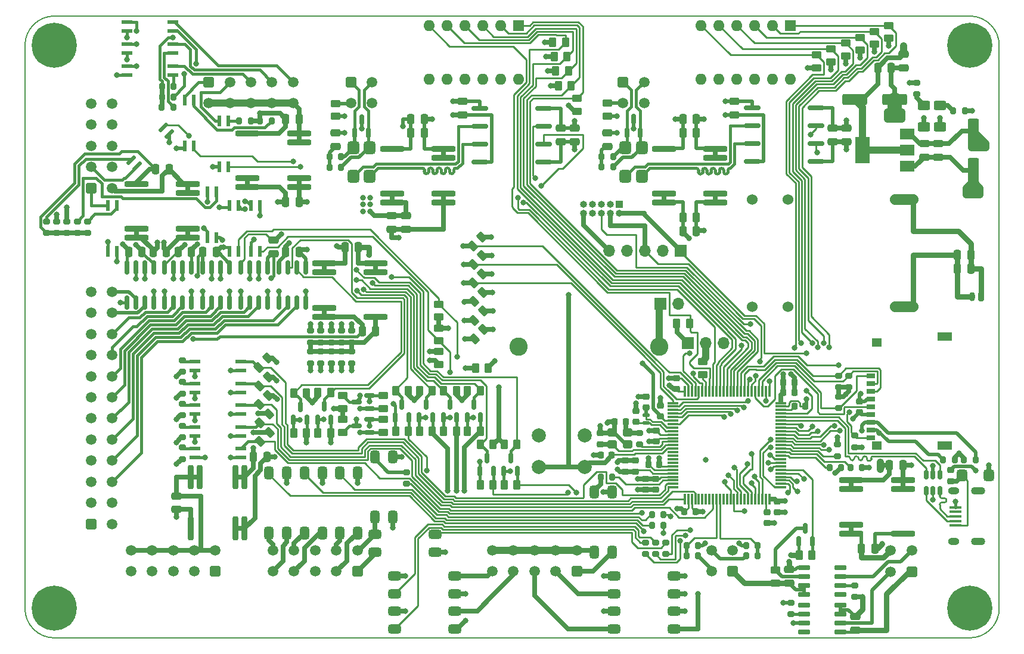
<source format=gtl>
G04 #@! TF.GenerationSoftware,KiCad,Pcbnew,7.0.6*
G04 #@! TF.CreationDate,2023-08-28T17:52:52+03:00*
G04 #@! TF.ProjectId,impeller,696d7065-6c6c-4657-922e-6b696361645f,rev?*
G04 #@! TF.SameCoordinates,Original*
G04 #@! TF.FileFunction,Copper,L1,Top*
G04 #@! TF.FilePolarity,Positive*
%FSLAX46Y46*%
G04 Gerber Fmt 4.6, Leading zero omitted, Abs format (unit mm)*
G04 Created by KiCad (PCBNEW 7.0.6) date 2023-08-28 17:52:52*
%MOMM*%
%LPD*%
G01*
G04 APERTURE LIST*
G04 Aperture macros list*
%AMRoundRect*
0 Rectangle with rounded corners*
0 $1 Rounding radius*
0 $2 $3 $4 $5 $6 $7 $8 $9 X,Y pos of 4 corners*
0 Add a 4 corners polygon primitive as box body*
4,1,4,$2,$3,$4,$5,$6,$7,$8,$9,$2,$3,0*
0 Add four circle primitives for the rounded corners*
1,1,$1+$1,$2,$3*
1,1,$1+$1,$4,$5*
1,1,$1+$1,$6,$7*
1,1,$1+$1,$8,$9*
0 Add four rect primitives between the rounded corners*
20,1,$1+$1,$2,$3,$4,$5,0*
20,1,$1+$1,$4,$5,$6,$7,0*
20,1,$1+$1,$6,$7,$8,$9,0*
20,1,$1+$1,$8,$9,$2,$3,0*%
G04 Aperture macros list end*
G04 #@! TA.AperFunction,SMDPad,CuDef*
%ADD10RoundRect,0.250000X0.250000X0.475000X-0.250000X0.475000X-0.250000X-0.475000X0.250000X-0.475000X0*%
G04 #@! TD*
G04 #@! TA.AperFunction,SMDPad,CuDef*
%ADD11RoundRect,0.200000X0.275000X-0.200000X0.275000X0.200000X-0.275000X0.200000X-0.275000X-0.200000X0*%
G04 #@! TD*
G04 #@! TA.AperFunction,SMDPad,CuDef*
%ADD12RoundRect,0.325000X0.325000X0.575000X-0.325000X0.575000X-0.325000X-0.575000X0.325000X-0.575000X0*%
G04 #@! TD*
G04 #@! TA.AperFunction,SMDPad,CuDef*
%ADD13RoundRect,0.200000X-1.500000X0.200000X-1.500000X-0.200000X1.500000X-0.200000X1.500000X0.200000X0*%
G04 #@! TD*
G04 #@! TA.AperFunction,SMDPad,CuDef*
%ADD14RoundRect,0.225000X-0.225000X-0.250000X0.225000X-0.250000X0.225000X0.250000X-0.225000X0.250000X0*%
G04 #@! TD*
G04 #@! TA.AperFunction,ComponentPad*
%ADD15C,0.800000*%
G04 #@! TD*
G04 #@! TA.AperFunction,ComponentPad*
%ADD16C,6.400000*%
G04 #@! TD*
G04 #@! TA.AperFunction,ComponentPad*
%ADD17RoundRect,0.250001X0.499999X0.499999X-0.499999X0.499999X-0.499999X-0.499999X0.499999X-0.499999X0*%
G04 #@! TD*
G04 #@! TA.AperFunction,ComponentPad*
%ADD18C,1.500000*%
G04 #@! TD*
G04 #@! TA.AperFunction,SMDPad,CuDef*
%ADD19RoundRect,0.250000X0.475000X-0.250000X0.475000X0.250000X-0.475000X0.250000X-0.475000X-0.250000X0*%
G04 #@! TD*
G04 #@! TA.AperFunction,SMDPad,CuDef*
%ADD20RoundRect,0.250000X0.132583X-0.503814X0.503814X-0.132583X-0.132583X0.503814X-0.503814X0.132583X0*%
G04 #@! TD*
G04 #@! TA.AperFunction,SMDPad,CuDef*
%ADD21RoundRect,0.225000X-0.250000X0.225000X-0.250000X-0.225000X0.250000X-0.225000X0.250000X0.225000X0*%
G04 #@! TD*
G04 #@! TA.AperFunction,SMDPad,CuDef*
%ADD22RoundRect,0.250000X0.262500X0.450000X-0.262500X0.450000X-0.262500X-0.450000X0.262500X-0.450000X0*%
G04 #@! TD*
G04 #@! TA.AperFunction,SMDPad,CuDef*
%ADD23RoundRect,0.250000X0.450000X-0.262500X0.450000X0.262500X-0.450000X0.262500X-0.450000X-0.262500X0*%
G04 #@! TD*
G04 #@! TA.AperFunction,ComponentPad*
%ADD24RoundRect,0.250001X-0.499999X-0.499999X0.499999X-0.499999X0.499999X0.499999X-0.499999X0.499999X0*%
G04 #@! TD*
G04 #@! TA.AperFunction,SMDPad,CuDef*
%ADD25RoundRect,0.137500X-0.137500X0.662500X-0.137500X-0.662500X0.137500X-0.662500X0.137500X0.662500X0*%
G04 #@! TD*
G04 #@! TA.AperFunction,SMDPad,CuDef*
%ADD26RoundRect,0.425000X0.425000X-0.500000X0.425000X0.500000X-0.425000X0.500000X-0.425000X-0.500000X0*%
G04 #@! TD*
G04 #@! TA.AperFunction,SMDPad,CuDef*
%ADD27RoundRect,0.250000X-0.262500X-0.450000X0.262500X-0.450000X0.262500X0.450000X-0.262500X0.450000X0*%
G04 #@! TD*
G04 #@! TA.AperFunction,SMDPad,CuDef*
%ADD28RoundRect,0.137500X-0.662500X-0.137500X0.662500X-0.137500X0.662500X0.137500X-0.662500X0.137500X0*%
G04 #@! TD*
G04 #@! TA.AperFunction,SMDPad,CuDef*
%ADD29RoundRect,0.250000X-0.250000X-0.475000X0.250000X-0.475000X0.250000X0.475000X-0.250000X0.475000X0*%
G04 #@! TD*
G04 #@! TA.AperFunction,SMDPad,CuDef*
%ADD30RoundRect,0.200000X0.200000X0.275000X-0.200000X0.275000X-0.200000X-0.275000X0.200000X-0.275000X0*%
G04 #@! TD*
G04 #@! TA.AperFunction,SMDPad,CuDef*
%ADD31RoundRect,0.225000X0.250000X-0.225000X0.250000X0.225000X-0.250000X0.225000X-0.250000X-0.225000X0*%
G04 #@! TD*
G04 #@! TA.AperFunction,SMDPad,CuDef*
%ADD32R,1.800000X0.400000*%
G04 #@! TD*
G04 #@! TA.AperFunction,ComponentPad*
%ADD33O,2.000000X1.090000*%
G04 #@! TD*
G04 #@! TA.AperFunction,ComponentPad*
%ADD34O,1.600000X1.050000*%
G04 #@! TD*
G04 #@! TA.AperFunction,SMDPad,CuDef*
%ADD35RoundRect,0.162500X1.012500X0.162500X-1.012500X0.162500X-1.012500X-0.162500X1.012500X-0.162500X0*%
G04 #@! TD*
G04 #@! TA.AperFunction,ComponentPad*
%ADD36R,1.000000X1.000000*%
G04 #@! TD*
G04 #@! TA.AperFunction,ComponentPad*
%ADD37O,1.000000X1.000000*%
G04 #@! TD*
G04 #@! TA.AperFunction,SMDPad,CuDef*
%ADD38RoundRect,0.150000X0.150000X-0.825000X0.150000X0.825000X-0.150000X0.825000X-0.150000X-0.825000X0*%
G04 #@! TD*
G04 #@! TA.AperFunction,SMDPad,CuDef*
%ADD39RoundRect,0.137500X0.662500X0.137500X-0.662500X0.137500X-0.662500X-0.137500X0.662500X-0.137500X0*%
G04 #@! TD*
G04 #@! TA.AperFunction,SMDPad,CuDef*
%ADD40RoundRect,0.200000X-0.275000X0.200000X-0.275000X-0.200000X0.275000X-0.200000X0.275000X0.200000X0*%
G04 #@! TD*
G04 #@! TA.AperFunction,SMDPad,CuDef*
%ADD41RoundRect,0.325000X-0.575000X0.325000X-0.575000X-0.325000X0.575000X-0.325000X0.575000X0.325000X0*%
G04 #@! TD*
G04 #@! TA.AperFunction,ComponentPad*
%ADD42C,2.000000*%
G04 #@! TD*
G04 #@! TA.AperFunction,SMDPad,CuDef*
%ADD43RoundRect,0.200000X-0.200000X-0.275000X0.200000X-0.275000X0.200000X0.275000X-0.200000X0.275000X0*%
G04 #@! TD*
G04 #@! TA.AperFunction,SMDPad,CuDef*
%ADD44RoundRect,0.150000X0.150000X-0.587500X0.150000X0.587500X-0.150000X0.587500X-0.150000X-0.587500X0*%
G04 #@! TD*
G04 #@! TA.AperFunction,SMDPad,CuDef*
%ADD45RoundRect,0.250000X-1.500000X-0.550000X1.500000X-0.550000X1.500000X0.550000X-1.500000X0.550000X0*%
G04 #@! TD*
G04 #@! TA.AperFunction,SMDPad,CuDef*
%ADD46RoundRect,0.150000X0.725000X0.150000X-0.725000X0.150000X-0.725000X-0.150000X0.725000X-0.150000X0*%
G04 #@! TD*
G04 #@! TA.AperFunction,SMDPad,CuDef*
%ADD47RoundRect,0.137500X-0.371231X-0.565685X0.565685X0.371231X0.371231X0.565685X-0.565685X-0.371231X0*%
G04 #@! TD*
G04 #@! TA.AperFunction,SMDPad,CuDef*
%ADD48RoundRect,0.250000X-0.475000X0.250000X-0.475000X-0.250000X0.475000X-0.250000X0.475000X0.250000X0*%
G04 #@! TD*
G04 #@! TA.AperFunction,SMDPad,CuDef*
%ADD49RoundRect,0.325000X0.575000X-0.325000X0.575000X0.325000X-0.575000X0.325000X-0.575000X-0.325000X0*%
G04 #@! TD*
G04 #@! TA.AperFunction,SMDPad,CuDef*
%ADD50RoundRect,0.380000X0.380000X0.445000X-0.380000X0.445000X-0.380000X-0.445000X0.380000X-0.445000X0*%
G04 #@! TD*
G04 #@! TA.AperFunction,SMDPad,CuDef*
%ADD51RoundRect,0.200000X1.500000X-0.200000X1.500000X0.200000X-1.500000X0.200000X-1.500000X-0.200000X0*%
G04 #@! TD*
G04 #@! TA.AperFunction,SMDPad,CuDef*
%ADD52R,1.300000X0.700000*%
G04 #@! TD*
G04 #@! TA.AperFunction,SMDPad,CuDef*
%ADD53R,2.000000X1.200000*%
G04 #@! TD*
G04 #@! TA.AperFunction,SMDPad,CuDef*
%ADD54R,1.400000X1.200000*%
G04 #@! TD*
G04 #@! TA.AperFunction,SMDPad,CuDef*
%ADD55RoundRect,0.225000X0.225000X0.250000X-0.225000X0.250000X-0.225000X-0.250000X0.225000X-0.250000X0*%
G04 #@! TD*
G04 #@! TA.AperFunction,ComponentPad*
%ADD56R,1.700000X1.700000*%
G04 #@! TD*
G04 #@! TA.AperFunction,ComponentPad*
%ADD57O,1.700000X1.700000*%
G04 #@! TD*
G04 #@! TA.AperFunction,SMDPad,CuDef*
%ADD58RoundRect,0.150000X-0.725000X-0.150000X0.725000X-0.150000X0.725000X0.150000X-0.725000X0.150000X0*%
G04 #@! TD*
G04 #@! TA.AperFunction,SMDPad,CuDef*
%ADD59RoundRect,0.150000X0.587500X0.150000X-0.587500X0.150000X-0.587500X-0.150000X0.587500X-0.150000X0*%
G04 #@! TD*
G04 #@! TA.AperFunction,SMDPad,CuDef*
%ADD60RoundRect,0.200000X0.200000X1.500000X-0.200000X1.500000X-0.200000X-1.500000X0.200000X-1.500000X0*%
G04 #@! TD*
G04 #@! TA.AperFunction,SMDPad,CuDef*
%ADD61R,2.000000X1.500000*%
G04 #@! TD*
G04 #@! TA.AperFunction,SMDPad,CuDef*
%ADD62R,2.000000X3.800000*%
G04 #@! TD*
G04 #@! TA.AperFunction,SMDPad,CuDef*
%ADD63RoundRect,0.250000X-0.450000X0.262500X-0.450000X-0.262500X0.450000X-0.262500X0.450000X0.262500X0*%
G04 #@! TD*
G04 #@! TA.AperFunction,SMDPad,CuDef*
%ADD64RoundRect,0.250000X-0.625000X0.400000X-0.625000X-0.400000X0.625000X-0.400000X0.625000X0.400000X0*%
G04 #@! TD*
G04 #@! TA.AperFunction,ComponentPad*
%ADD65RoundRect,0.250001X0.499999X-0.499999X0.499999X0.499999X-0.499999X0.499999X-0.499999X-0.499999X0*%
G04 #@! TD*
G04 #@! TA.AperFunction,SMDPad,CuDef*
%ADD66RoundRect,0.300000X0.400000X0.300000X-0.400000X0.300000X-0.400000X-0.300000X0.400000X-0.300000X0*%
G04 #@! TD*
G04 #@! TA.AperFunction,SMDPad,CuDef*
%ADD67RoundRect,0.150000X-0.150000X0.512500X-0.150000X-0.512500X0.150000X-0.512500X0.150000X0.512500X0*%
G04 #@! TD*
G04 #@! TA.AperFunction,ComponentPad*
%ADD68RoundRect,0.200000X0.200000X0.450000X-0.200000X0.450000X-0.200000X-0.450000X0.200000X-0.450000X0*%
G04 #@! TD*
G04 #@! TA.AperFunction,ComponentPad*
%ADD69O,0.800000X1.300000*%
G04 #@! TD*
G04 #@! TA.AperFunction,SMDPad,CuDef*
%ADD70RoundRect,0.125000X0.375000X0.125000X-0.375000X0.125000X-0.375000X-0.125000X0.375000X-0.125000X0*%
G04 #@! TD*
G04 #@! TA.AperFunction,ComponentPad*
%ADD71R,1.600000X1.600000*%
G04 #@! TD*
G04 #@! TA.AperFunction,ComponentPad*
%ADD72O,1.600000X1.600000*%
G04 #@! TD*
G04 #@! TA.AperFunction,SMDPad,CuDef*
%ADD73RoundRect,0.250000X-0.550000X1.500000X-0.550000X-1.500000X0.550000X-1.500000X0.550000X1.500000X0*%
G04 #@! TD*
G04 #@! TA.AperFunction,SMDPad,CuDef*
%ADD74RoundRect,0.075000X-0.725000X-0.075000X0.725000X-0.075000X0.725000X0.075000X-0.725000X0.075000X0*%
G04 #@! TD*
G04 #@! TA.AperFunction,SMDPad,CuDef*
%ADD75RoundRect,0.075000X-0.075000X-0.725000X0.075000X-0.725000X0.075000X0.725000X-0.075000X0.725000X0*%
G04 #@! TD*
G04 #@! TA.AperFunction,ComponentPad*
%ADD76C,1.524000*%
G04 #@! TD*
G04 #@! TA.AperFunction,ComponentPad*
%ADD77C,2.600000*%
G04 #@! TD*
G04 #@! TA.AperFunction,ViaPad*
%ADD78C,0.800000*%
G04 #@! TD*
G04 #@! TA.AperFunction,Conductor*
%ADD79C,0.700000*%
G04 #@! TD*
G04 #@! TA.AperFunction,Conductor*
%ADD80C,0.500000*%
G04 #@! TD*
G04 #@! TA.AperFunction,Conductor*
%ADD81C,1.000000*%
G04 #@! TD*
G04 #@! TA.AperFunction,Conductor*
%ADD82C,0.250000*%
G04 #@! TD*
G04 #@! TA.AperFunction,Conductor*
%ADD83C,2.000000*%
G04 #@! TD*
G04 #@! TA.AperFunction,Conductor*
%ADD84C,0.400000*%
G04 #@! TD*
G04 #@! TA.AperFunction,Conductor*
%ADD85C,0.800000*%
G04 #@! TD*
G04 #@! TA.AperFunction,Conductor*
%ADD86C,1.500000*%
G04 #@! TD*
G04 #@! TA.AperFunction,Profile*
%ADD87C,0.150000*%
G04 #@! TD*
G04 APERTURE END LIST*
D10*
X86672744Y-77126372D03*
X84772744Y-77126372D03*
D11*
X92412744Y-103461372D03*
X92412744Y-101811372D03*
D12*
X107252744Y-108506372D03*
X104712744Y-108506372D03*
X104712744Y-117046372D03*
X107252744Y-117046372D03*
D13*
X187417744Y-109556372D03*
X187417744Y-110826372D03*
X187417744Y-115906372D03*
X187417744Y-117176372D03*
X194717744Y-117176372D03*
X194717744Y-110826372D03*
X194717744Y-109556372D03*
D14*
X179327744Y-99066372D03*
X180877744Y-99066372D03*
D15*
X201827744Y-127786372D03*
X202530688Y-126089316D03*
X202530688Y-129483428D03*
X204227744Y-125386372D03*
D16*
X204227744Y-127786372D03*
D15*
X204227744Y-130186372D03*
X205924800Y-126089316D03*
X205924800Y-129483428D03*
X206627744Y-127786372D03*
D17*
X148412744Y-122546372D03*
D18*
X145412744Y-122546372D03*
X142412744Y-122546372D03*
X139412744Y-122546372D03*
X136412744Y-122546372D03*
X148412744Y-119546372D03*
X145412744Y-119546372D03*
X142412744Y-119546372D03*
X139412744Y-119546372D03*
X136412744Y-119546372D03*
D19*
X152772744Y-62106372D03*
X152772744Y-60206372D03*
D20*
X133618410Y-76289689D03*
X134908880Y-74999219D03*
D21*
X160292744Y-98946372D03*
X160292744Y-100496372D03*
D15*
X71827744Y-47786372D03*
X72530688Y-46089316D03*
X72530688Y-49483428D03*
X74227744Y-45386372D03*
D16*
X74227744Y-47786372D03*
D15*
X74227744Y-50186372D03*
X75924800Y-46089316D03*
X75924800Y-49483428D03*
X76627744Y-47786372D03*
D22*
X110045244Y-97158872D03*
X108220244Y-97158872D03*
D23*
X192742744Y-46748872D03*
X192742744Y-44923872D03*
D14*
X177767744Y-95646372D03*
X179317744Y-95646372D03*
D24*
X96132744Y-52986372D03*
D18*
X99132744Y-52986372D03*
X102132744Y-52986372D03*
X105132744Y-52986372D03*
X108132744Y-52986372D03*
X96132744Y-55986372D03*
X99132744Y-55986372D03*
X102132744Y-55986372D03*
X105132744Y-55986372D03*
X108132744Y-55986372D03*
D25*
X93967744Y-55536372D03*
X92697744Y-55536372D03*
X92697744Y-62036372D03*
X93967744Y-62036372D03*
D12*
X112252744Y-108506372D03*
X109712744Y-108506372D03*
X109712744Y-117046372D03*
X112252744Y-117046372D03*
D26*
X116697744Y-66371372D03*
X116697744Y-62321372D03*
X118997744Y-62321372D03*
X118997744Y-66371372D03*
D27*
X138110244Y-104486372D03*
X139935244Y-104486372D03*
D19*
X186737744Y-61436372D03*
X186737744Y-59536372D03*
D28*
X94192744Y-98901372D03*
X94192744Y-100171372D03*
X100692744Y-100171372D03*
X100692744Y-98901372D03*
D29*
X124857744Y-60211372D03*
X126757744Y-60211372D03*
D19*
X146137744Y-61456372D03*
X146137744Y-59556372D03*
D30*
X102107744Y-58476372D03*
X100457744Y-58476372D03*
D31*
X156732744Y-108346372D03*
X156732744Y-106796372D03*
D32*
X202181744Y-116006372D03*
X202181744Y-115356372D03*
X202181744Y-114706372D03*
X202181744Y-114056372D03*
X202181744Y-113406372D03*
D33*
X205431744Y-111106372D03*
D34*
X201981744Y-111106372D03*
D33*
X205431744Y-118306372D03*
D34*
X201981744Y-118306372D03*
D35*
X182372744Y-64296372D03*
X182372744Y-61756372D03*
X182372744Y-59216372D03*
X182372744Y-56676372D03*
X173322744Y-56676372D03*
X173322744Y-59216372D03*
X173322744Y-61756372D03*
X173322744Y-64296372D03*
D25*
X98887744Y-58506372D03*
X97617744Y-58506372D03*
X97617744Y-65006372D03*
X98887744Y-65006372D03*
D21*
X175422744Y-114091372D03*
X175422744Y-115641372D03*
D36*
X154472744Y-70371372D03*
D37*
X154472744Y-71641372D03*
X153202744Y-70371372D03*
X153202744Y-71641372D03*
X151932744Y-70371372D03*
X151932744Y-71641372D03*
X150662744Y-70371372D03*
X150662744Y-71641372D03*
X149392744Y-70371372D03*
X149392744Y-71641372D03*
D38*
X84482744Y-84281372D03*
X85752744Y-84281372D03*
X87022744Y-84281372D03*
X88292744Y-84281372D03*
X88292744Y-79331372D03*
X87022744Y-79331372D03*
X85752744Y-79331372D03*
X84482744Y-79331372D03*
D39*
X91002744Y-51966372D03*
X91002744Y-50696372D03*
X84502744Y-50696372D03*
X84502744Y-51966372D03*
D11*
X196722744Y-54711372D03*
X196722744Y-53061372D03*
D40*
X178840000Y-126990000D03*
X178840000Y-128640000D03*
D12*
X122262744Y-106276372D03*
X119722744Y-106276372D03*
X119722744Y-114816372D03*
X122262744Y-114816372D03*
D20*
X103442744Y-104056372D03*
X104733214Y-102765902D03*
D17*
X196017744Y-122556372D03*
D18*
X193017744Y-122556372D03*
X196017744Y-119556372D03*
X193017744Y-119556372D03*
D10*
X190737744Y-119276372D03*
X188837744Y-119276372D03*
D29*
X107052744Y-58216372D03*
X108952744Y-58216372D03*
D41*
X122562744Y-128196372D03*
X122562744Y-130736372D03*
X131102744Y-130736372D03*
X131102744Y-128196372D03*
D11*
X187882744Y-104891372D03*
X187882744Y-103241372D03*
D21*
X151772744Y-102901372D03*
X151772744Y-104451372D03*
D42*
X149522744Y-107726372D03*
X143022744Y-107726372D03*
X149522744Y-103226372D03*
X143022744Y-103226372D03*
D43*
X172482744Y-120316372D03*
X174132744Y-120316372D03*
D11*
X78932744Y-74451372D03*
X78932744Y-72801372D03*
D44*
X129452744Y-100653872D03*
X131352744Y-100653872D03*
X130402744Y-98778872D03*
D29*
X163497744Y-74146372D03*
X165397744Y-74146372D03*
D21*
X158192744Y-109351372D03*
X158192744Y-110901372D03*
D29*
X163497744Y-60191372D03*
X165397744Y-60191372D03*
D10*
X194717744Y-107472305D03*
X192817744Y-107472305D03*
D26*
X155337744Y-66351372D03*
X155337744Y-62301372D03*
X157637744Y-62301372D03*
X157637744Y-66351372D03*
D44*
X155537744Y-60153872D03*
X157437744Y-60153872D03*
X156487744Y-58278872D03*
D45*
X187932744Y-55466372D03*
X193532744Y-55466372D03*
D46*
X185845000Y-125775000D03*
X185845000Y-124505000D03*
X185845000Y-123235000D03*
X185845000Y-121965000D03*
X180695000Y-121965000D03*
X180695000Y-123235000D03*
X180695000Y-124505000D03*
X180695000Y-125775000D03*
D44*
X132852744Y-100653872D03*
X134752744Y-100653872D03*
X133802744Y-98778872D03*
D10*
X108952744Y-77116372D03*
X107052744Y-77116372D03*
D31*
X159722744Y-104051372D03*
X159722744Y-102501372D03*
D47*
X85075634Y-64055456D03*
X85973660Y-64953482D03*
X90569854Y-60357288D03*
X89671828Y-59459262D03*
D40*
X161072744Y-118441372D03*
X161072744Y-120091372D03*
D20*
X133830542Y-86825580D03*
X135121012Y-85535110D03*
D25*
X83107744Y-70546372D03*
X81837744Y-70546372D03*
X81837744Y-77046372D03*
X83107744Y-77046372D03*
D48*
X197772744Y-61746372D03*
X197772744Y-63646372D03*
D49*
X128272744Y-119816372D03*
X128272744Y-117276372D03*
X119732744Y-117276372D03*
X119732744Y-119816372D03*
D27*
X145800244Y-53466372D03*
X147625244Y-53466372D03*
D11*
X116452744Y-89986372D03*
X116452744Y-88336372D03*
X92412744Y-97261372D03*
X92412744Y-95611372D03*
D44*
X126042744Y-100653872D03*
X127942744Y-100653872D03*
X126992744Y-98778872D03*
D17*
X97092744Y-122536372D03*
D18*
X94092744Y-122536372D03*
X91092744Y-122536372D03*
X88092744Y-122536372D03*
X85092744Y-122536372D03*
X97092744Y-119536372D03*
X94092744Y-119536372D03*
X91092744Y-119536372D03*
X88092744Y-119536372D03*
X85092744Y-119536372D03*
D48*
X187950000Y-128960000D03*
X187950000Y-130860000D03*
D43*
X103427744Y-58476372D03*
X105077744Y-58476372D03*
D11*
X76012744Y-74441372D03*
X76012744Y-72791372D03*
D38*
X89887744Y-84281372D03*
X91157744Y-84281372D03*
X92427744Y-84281372D03*
X93697744Y-84281372D03*
X93697744Y-79331372D03*
X92427744Y-79331372D03*
X91157744Y-79331372D03*
X89887744Y-79331372D03*
D29*
X191202744Y-50936372D03*
X193102744Y-50936372D03*
D50*
X206932744Y-108886372D03*
X203172744Y-108886372D03*
D38*
X95287744Y-84281372D03*
X96557744Y-84281372D03*
X97827744Y-84281372D03*
X99097744Y-84281372D03*
X99097744Y-79331372D03*
X97827744Y-79331372D03*
X96557744Y-79331372D03*
X95287744Y-79331372D03*
D51*
X93172744Y-75056372D03*
X93172744Y-73786372D03*
X93172744Y-68706372D03*
X93172744Y-67436372D03*
X85872744Y-67436372D03*
X85872744Y-73786372D03*
X85872744Y-75056372D03*
D52*
X190152744Y-94739372D03*
X190152744Y-95839372D03*
X190152744Y-96939372D03*
X190152744Y-98039372D03*
X190152744Y-99139372D03*
X190152744Y-100239372D03*
X190152744Y-101339372D03*
X190152744Y-102439372D03*
X190152744Y-103539372D03*
D53*
X200702744Y-104639372D03*
X200702744Y-89119372D03*
D54*
X191002744Y-104639372D03*
X191002744Y-89959372D03*
D55*
X165267744Y-114046372D03*
X163717744Y-114046372D03*
D20*
X103283645Y-96154453D03*
X104574115Y-94863983D03*
D27*
X132890244Y-96846372D03*
X134715244Y-96846372D03*
D49*
X162262744Y-130726372D03*
X162262744Y-128186372D03*
X153722744Y-128186372D03*
X153722744Y-130726372D03*
D30*
X114957744Y-65076372D03*
X113307744Y-65076372D03*
D11*
X77472744Y-74451372D03*
X77472744Y-72801372D03*
D22*
X131315244Y-96846372D03*
X129490244Y-96846372D03*
D56*
X164232744Y-90086372D03*
D57*
X166772744Y-90086372D03*
X169312744Y-90086372D03*
D21*
X176882744Y-112571372D03*
X176882744Y-114121372D03*
D27*
X162620244Y-87306372D03*
X164445244Y-87306372D03*
D30*
X202097744Y-106656372D03*
X200447744Y-106656372D03*
X188917744Y-107736372D03*
X187267744Y-107736372D03*
D31*
X155272744Y-108346372D03*
X155272744Y-106796372D03*
D10*
X97192744Y-77126372D03*
X95292744Y-77126372D03*
D58*
X180695000Y-127370000D03*
X180695000Y-128640000D03*
X180695000Y-129910000D03*
X180695000Y-131180000D03*
X185845000Y-131180000D03*
X185845000Y-129910000D03*
X185845000Y-128640000D03*
X185845000Y-127370000D03*
D59*
X118997744Y-99406372D03*
X118997744Y-97506372D03*
X117122744Y-98456372D03*
D43*
X151802744Y-109136372D03*
X153452744Y-109136372D03*
D11*
X185582744Y-96351372D03*
X185582744Y-94701372D03*
D60*
X101242744Y-109136372D03*
X99972744Y-109136372D03*
X94892744Y-109136372D03*
X93622744Y-109136372D03*
X93622744Y-116436372D03*
X99972744Y-116436372D03*
X101242744Y-116436372D03*
D29*
X163497744Y-58231372D03*
X165397744Y-58231372D03*
D23*
X152787744Y-57808872D03*
X152787744Y-55983872D03*
D61*
X195332744Y-64956372D03*
X195332744Y-62656372D03*
D62*
X189032744Y-62656372D03*
D61*
X195332744Y-60356372D03*
D38*
X106097744Y-84281372D03*
X107367744Y-84281372D03*
X108637744Y-84281372D03*
X109907744Y-84281372D03*
X109907744Y-79331372D03*
X108637744Y-79331372D03*
X107367744Y-79331372D03*
X106097744Y-79331372D03*
D27*
X132890244Y-102586372D03*
X134715244Y-102586372D03*
D20*
X103336678Y-98788426D03*
X104627148Y-97497956D03*
D12*
X117252744Y-108506372D03*
X114712744Y-108506372D03*
X114712744Y-117046372D03*
X117252744Y-117046372D03*
D31*
X201492744Y-109681372D03*
X201492744Y-108131372D03*
D29*
X202502744Y-77536372D03*
X204402744Y-77536372D03*
D44*
X116897744Y-60173872D03*
X118797744Y-60173872D03*
X117847744Y-58298872D03*
D23*
X184542744Y-50108872D03*
X184542744Y-48283872D03*
D43*
X201897744Y-57026372D03*
X203547744Y-57026372D03*
D23*
X115190244Y-99368872D03*
X115190244Y-97543872D03*
D10*
X104412744Y-106276372D03*
X102512744Y-106276372D03*
X117382744Y-76486372D03*
X115482744Y-76486372D03*
D27*
X145000244Y-47286372D03*
X146825244Y-47286372D03*
D43*
X159087744Y-115946372D03*
X160737744Y-115946372D03*
D35*
X143732744Y-64316372D03*
X143732744Y-61776372D03*
X143732744Y-59236372D03*
X143732744Y-56696372D03*
X134682744Y-56696372D03*
X134682744Y-59236372D03*
X134682744Y-61776372D03*
X134682744Y-64316372D03*
D19*
X132177744Y-57646372D03*
X132177744Y-55746372D03*
D63*
X166272744Y-92733872D03*
X166272744Y-94558872D03*
D30*
X165662744Y-120326372D03*
X164012744Y-120326372D03*
D27*
X126080244Y-96846372D03*
X127905244Y-96846372D03*
D43*
X89477744Y-55076372D03*
X91127744Y-55076372D03*
D40*
X185442744Y-104481372D03*
X185442744Y-106131372D03*
D23*
X128832744Y-89748872D03*
X128832744Y-87923872D03*
D15*
X71827744Y-127786372D03*
X72530688Y-126089316D03*
X72530688Y-129483428D03*
X74227744Y-125386372D03*
D16*
X74227744Y-127786372D03*
D15*
X74227744Y-130186372D03*
X75924800Y-126089316D03*
X75924800Y-129483428D03*
X76627744Y-127786372D03*
D43*
X89467744Y-56536372D03*
X91117744Y-56536372D03*
D11*
X73092744Y-74451372D03*
X73092744Y-72801372D03*
D64*
X200002744Y-56266372D03*
X200002744Y-59366372D03*
D19*
X148097744Y-61456372D03*
X148097744Y-59556372D03*
D65*
X79432744Y-115786372D03*
D18*
X79432744Y-112786372D03*
X79432744Y-109786372D03*
X79432744Y-106786372D03*
X79432744Y-103786372D03*
X79432744Y-100786372D03*
X79432744Y-97786372D03*
X79432744Y-94786372D03*
X79432744Y-91786372D03*
X79432744Y-88786372D03*
X79432744Y-85786372D03*
X79432744Y-82786372D03*
X82432744Y-115786372D03*
X82432744Y-112786372D03*
X82432744Y-109786372D03*
X82432744Y-106786372D03*
X82432744Y-103786372D03*
X82432744Y-100786372D03*
X82432744Y-97786372D03*
X82432744Y-94786372D03*
X82432744Y-91786372D03*
X82432744Y-88786372D03*
X82432744Y-85786372D03*
X82432744Y-82786372D03*
D66*
X153432744Y-104506372D03*
X155632744Y-104506372D03*
X155632744Y-102806372D03*
X153432744Y-102806372D03*
D40*
X110612744Y-91306372D03*
X110612744Y-92956372D03*
D67*
X199972744Y-108768872D03*
X199022744Y-108768872D03*
X198072744Y-108768872D03*
X198072744Y-111043872D03*
X199022744Y-111043872D03*
X199972744Y-111043872D03*
D20*
X133671443Y-78923662D03*
X134961913Y-77633192D03*
D10*
X93697744Y-77126372D03*
X91797744Y-77126372D03*
D30*
X114957744Y-63606372D03*
X113307744Y-63606372D03*
D21*
X159652744Y-109351372D03*
X159652744Y-110901372D03*
D28*
X94192744Y-102001372D03*
X94192744Y-103271372D03*
X100692744Y-103271372D03*
X100692744Y-102001372D03*
D27*
X134040244Y-93596372D03*
X135865244Y-93596372D03*
D29*
X163497744Y-72186372D03*
X165397744Y-72186372D03*
D11*
X113532744Y-89986372D03*
X113532744Y-88336372D03*
D29*
X88222744Y-77126372D03*
X90122744Y-77126372D03*
D48*
X194842744Y-49036372D03*
X194842744Y-50936372D03*
D21*
X156802744Y-99731372D03*
X156802744Y-101281372D03*
D30*
X153597744Y-65056372D03*
X151947744Y-65056372D03*
D25*
X100327744Y-70556372D03*
X99057744Y-70556372D03*
X99057744Y-77056372D03*
X100327744Y-77056372D03*
D30*
X165662744Y-118866372D03*
X164012744Y-118866372D03*
D27*
X129490244Y-102586372D03*
X131315244Y-102586372D03*
D23*
X128832744Y-93108872D03*
X128832744Y-91283872D03*
D40*
X158152744Y-118441372D03*
X158152744Y-120091372D03*
D68*
X205842744Y-83496372D03*
D69*
X204592744Y-83496372D03*
D27*
X111620244Y-102896372D03*
X113445244Y-102896372D03*
D11*
X110612744Y-89986372D03*
X110612744Y-88336372D03*
D28*
X94192744Y-105101372D03*
X94192744Y-106371372D03*
X100692744Y-106371372D03*
X100692744Y-105101372D03*
D22*
X124505244Y-96846372D03*
X122680244Y-96846372D03*
D19*
X105322744Y-77356372D03*
X105322744Y-75456372D03*
D23*
X114132744Y-57828872D03*
X114132744Y-56003872D03*
D19*
X170817744Y-57626372D03*
X170817744Y-55726372D03*
D20*
X133724476Y-81557634D03*
X135014946Y-80267164D03*
D10*
X119832744Y-88386372D03*
X117932744Y-88386372D03*
D12*
X153442744Y-111276372D03*
X150902744Y-111276372D03*
X150902744Y-119816372D03*
X153442744Y-119816372D03*
D70*
X158252744Y-101466372D03*
X158252744Y-100366372D03*
D48*
X122152744Y-71976372D03*
X122152744Y-73876372D03*
D40*
X159612744Y-118441372D03*
X159612744Y-120091372D03*
D38*
X100697744Y-84281372D03*
X101967744Y-84281372D03*
X103237744Y-84281372D03*
X104507744Y-84281372D03*
X104507744Y-79331372D03*
X103237744Y-79331372D03*
X101967744Y-79331372D03*
X100697744Y-79331372D03*
D43*
X203417744Y-106656372D03*
X205067744Y-106656372D03*
D14*
X177772744Y-97106372D03*
X179322744Y-97106372D03*
D51*
X108952744Y-67916372D03*
X108952744Y-66646372D03*
X108952744Y-61566372D03*
X108952744Y-60296372D03*
X101652744Y-60296372D03*
X101652744Y-66646372D03*
X101652744Y-67916372D03*
D27*
X108220244Y-102906372D03*
X110045244Y-102906372D03*
D44*
X134672744Y-108293872D03*
X136572744Y-108293872D03*
X135622744Y-106418872D03*
D19*
X114132744Y-62126372D03*
X114132744Y-60226372D03*
D14*
X153807744Y-101266372D03*
X155357744Y-101266372D03*
D27*
X122680244Y-102586372D03*
X124505244Y-102586372D03*
D22*
X136535244Y-104486372D03*
X134710244Y-104486372D03*
D65*
X79432744Y-68046372D03*
D18*
X79432744Y-65046372D03*
X79432744Y-62046372D03*
X79432744Y-59046372D03*
X79432744Y-56046372D03*
X82432744Y-68046372D03*
X82432744Y-65046372D03*
X82432744Y-62046372D03*
X82432744Y-59046372D03*
X82432744Y-56046372D03*
D21*
X158262744Y-97681372D03*
X158262744Y-99231372D03*
D27*
X145200244Y-49346372D03*
X147025244Y-49346372D03*
D17*
X170572744Y-122546372D03*
D18*
X167572744Y-122546372D03*
X170572744Y-119546372D03*
X167572744Y-119546372D03*
D30*
X185957744Y-107736372D03*
X184307744Y-107736372D03*
D48*
X124112744Y-71976372D03*
X124112744Y-73876372D03*
D19*
X91532744Y-113736372D03*
X91532744Y-111836372D03*
D23*
X188642744Y-48428872D03*
X188642744Y-46603872D03*
X120932744Y-102768872D03*
X120932744Y-100943872D03*
D64*
X197762744Y-56266372D03*
X197762744Y-59366372D03*
D71*
X178762744Y-44916372D03*
D72*
X176222744Y-44916372D03*
X173682744Y-44916372D03*
X171142744Y-44916372D03*
X168602744Y-44916372D03*
X166062744Y-44916372D03*
X166062744Y-52536372D03*
X168602744Y-52536372D03*
X171142744Y-52536372D03*
X173682744Y-52536372D03*
X176222744Y-52536372D03*
X178762744Y-52536372D03*
D44*
X111582744Y-100963872D03*
X113482744Y-100963872D03*
X112532744Y-99088872D03*
D11*
X92412744Y-106561372D03*
X92412744Y-104911372D03*
D63*
X128832744Y-84563872D03*
X128832744Y-86388872D03*
D29*
X202502744Y-79496372D03*
X204402744Y-79496372D03*
D19*
X184777744Y-61436372D03*
X184777744Y-59536372D03*
D27*
X126080244Y-102586372D03*
X127905244Y-102586372D03*
X145430244Y-51406372D03*
X147255244Y-51406372D03*
D40*
X116452744Y-91306372D03*
X116452744Y-92956372D03*
D27*
X134710244Y-110226372D03*
X136535244Y-110226372D03*
D73*
X204712744Y-59916372D03*
X204712744Y-65516372D03*
D40*
X112072744Y-91306372D03*
X112072744Y-92956372D03*
D25*
X103427744Y-70546372D03*
X102157744Y-70546372D03*
X102157744Y-77046372D03*
X103427744Y-77046372D03*
D39*
X91002744Y-48861372D03*
X91002744Y-47591372D03*
X84502744Y-47591372D03*
X84502744Y-48861372D03*
D43*
X89477744Y-53616372D03*
X91127744Y-53616372D03*
D56*
X160277744Y-84486372D03*
D57*
X162817744Y-84486372D03*
D25*
X97217744Y-68596372D03*
X95947744Y-68596372D03*
X95947744Y-75096372D03*
X97217744Y-75096372D03*
D20*
X103389711Y-101422399D03*
X104680181Y-100131929D03*
D27*
X111620244Y-97146372D03*
X113445244Y-97146372D03*
X138110244Y-110226372D03*
X139935244Y-110226372D03*
D59*
X118997744Y-102806372D03*
X118997744Y-100906372D03*
X117122744Y-101856372D03*
D55*
X160167744Y-107336372D03*
X158617744Y-107336372D03*
D74*
X162077744Y-98591372D03*
X162077744Y-99091372D03*
X162077744Y-99591372D03*
X162077744Y-100091372D03*
X162077744Y-100591372D03*
X162077744Y-101091372D03*
X162077744Y-101591372D03*
X162077744Y-102091372D03*
X162077744Y-102591372D03*
X162077744Y-103091372D03*
X162077744Y-103591372D03*
X162077744Y-104091372D03*
X162077744Y-104591372D03*
X162077744Y-105091372D03*
X162077744Y-105591372D03*
X162077744Y-106091372D03*
X162077744Y-106591372D03*
X162077744Y-107091372D03*
X162077744Y-107591372D03*
X162077744Y-108091372D03*
X162077744Y-108591372D03*
X162077744Y-109091372D03*
X162077744Y-109591372D03*
X162077744Y-110091372D03*
X162077744Y-110591372D03*
D75*
X163752744Y-112266372D03*
X164252744Y-112266372D03*
X164752744Y-112266372D03*
X165252744Y-112266372D03*
X165752744Y-112266372D03*
X166252744Y-112266372D03*
X166752744Y-112266372D03*
X167252744Y-112266372D03*
X167752744Y-112266372D03*
X168252744Y-112266372D03*
X168752744Y-112266372D03*
X169252744Y-112266372D03*
X169752744Y-112266372D03*
X170252744Y-112266372D03*
X170752744Y-112266372D03*
X171252744Y-112266372D03*
X171752744Y-112266372D03*
X172252744Y-112266372D03*
X172752744Y-112266372D03*
X173252744Y-112266372D03*
X173752744Y-112266372D03*
X174252744Y-112266372D03*
X174752744Y-112266372D03*
X175252744Y-112266372D03*
X175752744Y-112266372D03*
D74*
X177427744Y-110591372D03*
X177427744Y-110091372D03*
X177427744Y-109591372D03*
X177427744Y-109091372D03*
X177427744Y-108591372D03*
X177427744Y-108091372D03*
X177427744Y-107591372D03*
X177427744Y-107091372D03*
X177427744Y-106591372D03*
X177427744Y-106091372D03*
X177427744Y-105591372D03*
X177427744Y-105091372D03*
X177427744Y-104591372D03*
X177427744Y-104091372D03*
X177427744Y-103591372D03*
X177427744Y-103091372D03*
X177427744Y-102591372D03*
X177427744Y-102091372D03*
X177427744Y-101591372D03*
X177427744Y-101091372D03*
X177427744Y-100591372D03*
X177427744Y-100091372D03*
X177427744Y-99591372D03*
X177427744Y-99091372D03*
X177427744Y-98591372D03*
D75*
X175752744Y-96916372D03*
X175252744Y-96916372D03*
X174752744Y-96916372D03*
X174252744Y-96916372D03*
X173752744Y-96916372D03*
X173252744Y-96916372D03*
X172752744Y-96916372D03*
X172252744Y-96916372D03*
X171752744Y-96916372D03*
X171252744Y-96916372D03*
X170752744Y-96916372D03*
X170252744Y-96916372D03*
X169752744Y-96916372D03*
X169252744Y-96916372D03*
X168752744Y-96916372D03*
X168252744Y-96916372D03*
X167752744Y-96916372D03*
X167252744Y-96916372D03*
X166752744Y-96916372D03*
X166252744Y-96916372D03*
X165752744Y-96916372D03*
X165252744Y-96916372D03*
X164752744Y-96916372D03*
X164252744Y-96916372D03*
X163752744Y-96916372D03*
D11*
X92412744Y-100361372D03*
X92412744Y-98711372D03*
D44*
X122642744Y-100653872D03*
X124542744Y-100653872D03*
X123592744Y-98778872D03*
D23*
X176660000Y-124185000D03*
X176660000Y-122360000D03*
D20*
X103230612Y-93520481D03*
X104521082Y-92230011D03*
D28*
X94192744Y-95801372D03*
X94192744Y-97071372D03*
X100692744Y-97071372D03*
X100692744Y-95801372D03*
D11*
X187042744Y-96351372D03*
X187042744Y-94701372D03*
D23*
X148412744Y-57108872D03*
X148412744Y-55283872D03*
D28*
X94192744Y-92701372D03*
X94192744Y-93971372D03*
X100692744Y-93971372D03*
X100692744Y-92701372D03*
D40*
X114992744Y-91306372D03*
X114992744Y-92956372D03*
D11*
X74552744Y-74451372D03*
X74552744Y-72801372D03*
D19*
X178590000Y-124185000D03*
X178590000Y-122285000D03*
D24*
X116337744Y-52986372D03*
D18*
X119337744Y-52986372D03*
X116337744Y-55986372D03*
X119337744Y-55986372D03*
D15*
X201827744Y-47786372D03*
X202530688Y-46089316D03*
X202530688Y-49483428D03*
X204227744Y-45386372D03*
D16*
X204227744Y-47786372D03*
D15*
X204227744Y-50186372D03*
X205924800Y-46089316D03*
X205924800Y-49483428D03*
X206627744Y-47786372D03*
D40*
X124222744Y-108451372D03*
X124222744Y-110101372D03*
D29*
X124857744Y-58251372D03*
X126757744Y-58251372D03*
D17*
X117252744Y-122536372D03*
D18*
X114252744Y-122536372D03*
X111252744Y-122536372D03*
X108252744Y-122536372D03*
X105252744Y-122536372D03*
X117252744Y-119536372D03*
X114252744Y-119536372D03*
X111252744Y-119536372D03*
X108252744Y-119536372D03*
X105252744Y-119536372D03*
D20*
X133883575Y-89459553D03*
X135174045Y-88169083D03*
D56*
X163142744Y-76926372D03*
D57*
X160602744Y-76926372D03*
X158062744Y-76926372D03*
X155522744Y-76926372D03*
X152982744Y-76926372D03*
D31*
X162572744Y-96631372D03*
X162572744Y-95081372D03*
D39*
X91002744Y-45756372D03*
X91002744Y-44486372D03*
X84502744Y-44486372D03*
X84502744Y-45756372D03*
D27*
X179987500Y-120180000D03*
X181812500Y-120180000D03*
D76*
X196172744Y-69646372D03*
X193632744Y-69646372D03*
X178392744Y-69646372D03*
X173312744Y-69646372D03*
X173312744Y-84886372D03*
X178392744Y-84886372D03*
X193632744Y-84886372D03*
X196172744Y-84886372D03*
D20*
X133777509Y-84191607D03*
X135067979Y-82901137D03*
D44*
X179950000Y-118247500D03*
X181850000Y-118247500D03*
X180900000Y-116372500D03*
D40*
X157354686Y-102846372D03*
X157354686Y-104496372D03*
D23*
X186592744Y-49268872D03*
X186592744Y-47443872D03*
D49*
X162262744Y-125726372D03*
X162262744Y-123186372D03*
X153722744Y-123186372D03*
X153722744Y-125726372D03*
D40*
X113532744Y-91306372D03*
X113532744Y-92956372D03*
D23*
X190692744Y-47588872D03*
X190692744Y-45763872D03*
D11*
X112072744Y-89986372D03*
X112072744Y-88336372D03*
D13*
X112552744Y-78696372D03*
X112552744Y-79966372D03*
X112552744Y-85046372D03*
X112552744Y-86316372D03*
X119852744Y-86316372D03*
X119852744Y-79966372D03*
X119852744Y-78696372D03*
D23*
X120932744Y-99368872D03*
X120932744Y-97543872D03*
D31*
X188542744Y-99914372D03*
X188542744Y-98364372D03*
D29*
X107052744Y-69986372D03*
X108952744Y-69986372D03*
D40*
X187890000Y-124505000D03*
X187890000Y-126155000D03*
D23*
X182492744Y-50948872D03*
X182492744Y-49123872D03*
D43*
X159097744Y-114486372D03*
X160747744Y-114486372D03*
D51*
X129457744Y-70126372D03*
X129457744Y-68856372D03*
X129457744Y-63776372D03*
X129457744Y-62506372D03*
X122157744Y-62506372D03*
X122157744Y-68856372D03*
X122157744Y-70126372D03*
X168082744Y-70086372D03*
X168082744Y-68816372D03*
X168082744Y-63736372D03*
X168082744Y-62466372D03*
X160782744Y-62466372D03*
X160782744Y-68816372D03*
X160782744Y-70086372D03*
D11*
X92402744Y-94161372D03*
X92402744Y-92511372D03*
D44*
X108182744Y-100973872D03*
X110082744Y-100973872D03*
X109132744Y-99098872D03*
D71*
X140112744Y-44926372D03*
D72*
X137572744Y-44926372D03*
X135032744Y-44926372D03*
X132492744Y-44926372D03*
X129952744Y-44926372D03*
X127412744Y-44926372D03*
X127412744Y-52546372D03*
X129952744Y-52546372D03*
X132492744Y-52546372D03*
X135032744Y-52546372D03*
X137572744Y-52546372D03*
X140112744Y-52546372D03*
D63*
X115190244Y-100943872D03*
X115190244Y-102768872D03*
D77*
X160152744Y-90576372D03*
X140152744Y-90576372D03*
D40*
X185582744Y-97671372D03*
X185582744Y-99321372D03*
D29*
X88592744Y-65366372D03*
X90492744Y-65366372D03*
D43*
X172482744Y-118846372D03*
X174132744Y-118846372D03*
D11*
X114992744Y-89986372D03*
X114992744Y-88336372D03*
D55*
X153397744Y-106036372D03*
X151847744Y-106036372D03*
D44*
X138072744Y-108293872D03*
X139972744Y-108293872D03*
X139022744Y-106418872D03*
D48*
X199732744Y-61746372D03*
X199732744Y-63646372D03*
D41*
X122562744Y-123196372D03*
X122562744Y-125736372D03*
X131102744Y-125736372D03*
X131102744Y-123196372D03*
D30*
X153597744Y-63586372D03*
X151947744Y-63586372D03*
D24*
X154987744Y-52986372D03*
D18*
X157987744Y-52986372D03*
X154987744Y-55986372D03*
X157987744Y-55986372D03*
D78*
X157762744Y-92966372D03*
X193552744Y-58236372D03*
X158612744Y-106450872D03*
X152752744Y-101396372D03*
X192552744Y-57236372D03*
X102512744Y-104946372D03*
X194552744Y-57236372D03*
X85902244Y-47596372D03*
X96742744Y-65006372D03*
X191002744Y-89959372D03*
X123142744Y-75076372D03*
X204552744Y-57026372D03*
X148097744Y-58466372D03*
X171474176Y-118542092D03*
X90572744Y-61546372D03*
X203712744Y-69026372D03*
X195652744Y-53066372D03*
X151772744Y-101846372D03*
X85902244Y-45756372D03*
X98215044Y-76418364D03*
X110062744Y-76826372D03*
X177967744Y-114121372D03*
X187662744Y-100806372D03*
X110052744Y-69986372D03*
X186737744Y-58436372D03*
X102582744Y-75325872D03*
X181079169Y-98006372D03*
X160292744Y-97896372D03*
X203712744Y-68026372D03*
X156802744Y-98666372D03*
X166667744Y-118496372D03*
X205712744Y-69026372D03*
X193552744Y-57236372D03*
X99292744Y-103266372D03*
X99292744Y-97076372D03*
X205082744Y-108226372D03*
X166497744Y-74081372D03*
X199022744Y-107496372D03*
X200702744Y-104639372D03*
X204712744Y-69026372D03*
X204712744Y-68026372D03*
X158652744Y-102496372D03*
X91572744Y-62426372D03*
X105039901Y-80819219D03*
X194552744Y-58236372D03*
X157112744Y-110901372D03*
X161482744Y-95076372D03*
X178590000Y-121180000D03*
X85782744Y-76096372D03*
X99292744Y-100166372D03*
X178812744Y-94495872D03*
X157162744Y-97676372D03*
X162711008Y-113610872D03*
X200702744Y-89119372D03*
X191537457Y-108009805D03*
X95482744Y-73766372D03*
X150782744Y-106036372D03*
X191002744Y-104639372D03*
X89802744Y-75796372D03*
X99292744Y-93976372D03*
X94471954Y-76022206D03*
X154172744Y-106996372D03*
X85902244Y-50696372D03*
X191537457Y-107009805D03*
X192552744Y-58236372D03*
X176507744Y-115641372D03*
X114342744Y-76286372D03*
X81832744Y-75656372D03*
X99292744Y-106376372D03*
X205712744Y-68026372D03*
X202182744Y-112606372D03*
X136522744Y-88166372D03*
X134682744Y-106956372D03*
X130370244Y-100653872D03*
X136262744Y-75006372D03*
X117662744Y-99406372D03*
X186592744Y-50376372D03*
X124062744Y-128196372D03*
X194842744Y-47836372D03*
X136472744Y-85536372D03*
X160162744Y-106450872D03*
X165592744Y-125726372D03*
X202752744Y-105716372D03*
X136362744Y-80266372D03*
X186642744Y-97336372D03*
X148097744Y-62556372D03*
X136312744Y-77626372D03*
X103116656Y-100080779D03*
X178880000Y-120180000D03*
X188642744Y-49536372D03*
X102452744Y-102800872D03*
X190682744Y-48696372D03*
X188952744Y-104896372D03*
X147292744Y-56316372D03*
X161607420Y-96068068D03*
X136782744Y-92596372D03*
X127532744Y-91286372D03*
X177972744Y-112546372D03*
X166312744Y-114066372D03*
X144312744Y-51406372D03*
X138932744Y-108296372D03*
X126942744Y-100656372D03*
X136412744Y-82896372D03*
X112252744Y-110006372D03*
X105752744Y-92795981D03*
X144082744Y-49346372D03*
X107252744Y-110006372D03*
X181192744Y-50946372D03*
X163763244Y-125726372D03*
X129772744Y-119816372D03*
X112482744Y-100956372D03*
X105852744Y-98063926D03*
X186737744Y-62536372D03*
X157112744Y-109401872D03*
X177760000Y-126990000D03*
X117252744Y-110006372D03*
X124062744Y-123196372D03*
X109082744Y-100976372D03*
X117662744Y-102806372D03*
X123522744Y-106276372D03*
X143892744Y-47286372D03*
X105802744Y-95429953D03*
X122362744Y-98726372D03*
X177772744Y-94496372D03*
X152192744Y-111276372D03*
X188713937Y-97304245D03*
X184542744Y-51206372D03*
X200002744Y-58116372D03*
X144682744Y-53466372D03*
X130162744Y-87923872D03*
X133752744Y-100656372D03*
X154165389Y-107995848D03*
X158652744Y-104046372D03*
X192732744Y-47856372D03*
X147262744Y-83226372D03*
X118872744Y-77570872D03*
X204532744Y-62296372D03*
X118072744Y-69386372D03*
X118072744Y-71386372D03*
X197762744Y-58116372D03*
X105512744Y-106276372D03*
X195948677Y-107472305D03*
X206932744Y-107456372D03*
X94490966Y-80541103D03*
X88803305Y-75807602D03*
X119072744Y-70386372D03*
X106442744Y-74626372D03*
X132102744Y-98196372D03*
X113892744Y-99366372D03*
X92692744Y-76096372D03*
X164372744Y-75196372D03*
X199022744Y-112336372D03*
X110832744Y-98506372D03*
X83942744Y-76036372D03*
X119072744Y-71386372D03*
X118072744Y-70386372D03*
X125292744Y-98196372D03*
X105952744Y-69986372D03*
X137322744Y-96326372D03*
X166722744Y-106646372D03*
X107568097Y-75838019D03*
X205532744Y-62296372D03*
X119072744Y-69386372D03*
X206532744Y-62296372D03*
X130857744Y-57646372D03*
X123757744Y-59256372D03*
X115447744Y-57826372D03*
X154097744Y-60206372D03*
X166497744Y-58231372D03*
X169497744Y-55726372D03*
X156487744Y-59626372D03*
X91532194Y-104189346D03*
X91532744Y-100916372D03*
X91532744Y-97876372D03*
X91552744Y-94816372D03*
X91532194Y-107306372D03*
X91532744Y-114836372D03*
X93910319Y-89503447D03*
X91002744Y-46686372D03*
X103422744Y-57406372D03*
X122262744Y-116316372D03*
X181079169Y-91521372D03*
X181079169Y-96876372D03*
X174420101Y-92679078D03*
X175752744Y-95516372D03*
X173252272Y-105825900D03*
X148322744Y-111319323D03*
X122092744Y-80711872D03*
X85752744Y-80906372D03*
X147215195Y-111319323D03*
X172637104Y-107265232D03*
X87022744Y-80906372D03*
X117157244Y-79689125D03*
X132402744Y-111076872D03*
X170822744Y-107756372D03*
X119386398Y-81521872D03*
X91162744Y-80906372D03*
X169968181Y-108855980D03*
X131315244Y-111076872D03*
X92432744Y-80906372D03*
X117157244Y-81138625D03*
X130093030Y-111076872D03*
X169422744Y-109766372D03*
X118155706Y-82421872D03*
X96562744Y-80906372D03*
X127097244Y-108163087D03*
X172242744Y-113936372D03*
X117165491Y-82588125D03*
X97832744Y-80906372D03*
X175982744Y-103756372D03*
X119002744Y-98406372D03*
X117632744Y-97506372D03*
X101962744Y-80906372D03*
X119002744Y-101806372D03*
X175962744Y-104866372D03*
X117122744Y-100956372D03*
X103232744Y-80906372D03*
X113442744Y-104196372D03*
X173639401Y-109035396D03*
X110042744Y-104206372D03*
X173263006Y-109961318D03*
X179372744Y-90796872D03*
X175242744Y-98316372D03*
X180279678Y-101815872D03*
X180279678Y-90087671D03*
X181877665Y-101946372D03*
X181877665Y-90087671D03*
X182677128Y-102651872D03*
X182677128Y-90687671D03*
X183476625Y-104550872D03*
X183482744Y-90086372D03*
X184282207Y-90687671D03*
X184282207Y-105266372D03*
X179728948Y-109743512D03*
X164527409Y-116631872D03*
X175633124Y-107069351D03*
X161755817Y-114705585D03*
X175883856Y-106027484D03*
X157682744Y-114226754D03*
X160731479Y-117101872D03*
X175952744Y-108016372D03*
X157887244Y-116805476D03*
X185442744Y-103476372D03*
X163762744Y-123186372D03*
X189912744Y-107736372D03*
X178425747Y-111361650D03*
X163116961Y-118147481D03*
X185128070Y-108515750D03*
X163762744Y-128196372D03*
X179753244Y-111186372D03*
X163888249Y-117421872D03*
X169333211Y-100565872D03*
X83102744Y-78446372D03*
X127552744Y-92576372D03*
X132322744Y-78916372D03*
X108122744Y-64281872D03*
X93342744Y-60656372D03*
X132382744Y-81556372D03*
X109156312Y-65006372D03*
X132272744Y-76286372D03*
X170322744Y-100115872D03*
X130432744Y-94196872D03*
X172752744Y-98315872D03*
X132532744Y-89456372D03*
X83092744Y-51966372D03*
X131392744Y-91996372D03*
X171252744Y-99665872D03*
X84502744Y-49736372D03*
X132482744Y-86826372D03*
X164973244Y-94370442D03*
X172181357Y-99215872D03*
X98092744Y-75426372D03*
X132593244Y-93596372D03*
X164422744Y-91536872D03*
X84502744Y-46636372D03*
X132432744Y-84196372D03*
X83582744Y-84286372D03*
X110612744Y-93966372D03*
X112072744Y-93956372D03*
X88292744Y-82706372D03*
X89892744Y-82706372D03*
X113532744Y-93966372D03*
X93702744Y-82706372D03*
X114992744Y-93956372D03*
X95282744Y-82706372D03*
X116452744Y-93956372D03*
X110612744Y-87336372D03*
X99092744Y-82706372D03*
X112052744Y-87336372D03*
X100692744Y-82696372D03*
X113532744Y-87336372D03*
X104512744Y-82706372D03*
X114992744Y-87336372D03*
X106092744Y-82706372D03*
X109912744Y-82706372D03*
X116452744Y-87336372D03*
X179220000Y-129910000D03*
X180670000Y-109380000D03*
X182603097Y-62956372D03*
X173852738Y-94725383D03*
X181603808Y-60436372D03*
X172978443Y-95209753D03*
X173102744Y-87406372D03*
X171772744Y-90386372D03*
X140842246Y-70056870D03*
X143351692Y-67747423D03*
X140032744Y-69406372D03*
X142487244Y-66602112D03*
X185745219Y-102523737D03*
X188903242Y-102524722D03*
X191407056Y-102832060D03*
X185007244Y-101821737D03*
X187107244Y-99863872D03*
X185592744Y-93176372D03*
X130857744Y-55746372D03*
X127857744Y-58256372D03*
X115457744Y-60226372D03*
X117847744Y-59636372D03*
X132602744Y-125736372D03*
X152232744Y-123186372D03*
X132602744Y-129566372D03*
X152222744Y-128186372D03*
X162397744Y-58231372D03*
X154087744Y-57806372D03*
X169497744Y-57626372D03*
X101272744Y-69946372D03*
X97662744Y-70796372D03*
X95952744Y-69996372D03*
X94192744Y-94846372D03*
X94192744Y-97946372D03*
X94192744Y-101046372D03*
X94192744Y-104146372D03*
X95592744Y-106366372D03*
X103432744Y-71946372D03*
X74552744Y-71796372D03*
X101262744Y-71036372D03*
X76012744Y-70797608D03*
X92677412Y-51821704D03*
X94307591Y-50342025D03*
X188970000Y-126155000D03*
X191820000Y-118610000D03*
D79*
X105252744Y-118662744D02*
X105252744Y-119536372D01*
X104712744Y-117046372D02*
X104712744Y-118122744D01*
X104712744Y-118122744D02*
X105252744Y-118662744D01*
X106720000Y-121069116D02*
X105252744Y-122536372D01*
X106720000Y-118930000D02*
X106720000Y-121069116D01*
X107252744Y-117046372D02*
X107252744Y-118397256D01*
X107252744Y-118397256D02*
X106720000Y-118930000D01*
X109740000Y-119180000D02*
X109740000Y-121049116D01*
X111873628Y-117046372D02*
X109740000Y-119180000D01*
X109740000Y-121049116D02*
X108252744Y-122536372D01*
X112252744Y-117046372D02*
X111873628Y-117046372D01*
X114252744Y-118657256D02*
X114252744Y-119536372D01*
X114712744Y-117046372D02*
X114712744Y-118197256D01*
X114712744Y-118197256D02*
X114252744Y-118657256D01*
X115760000Y-121029116D02*
X114252744Y-122536372D01*
X115760000Y-118539116D02*
X115760000Y-121029116D01*
X117252744Y-117046372D02*
X115760000Y-118539116D01*
D80*
X160292744Y-100375966D02*
X159292744Y-99375966D01*
D81*
X160152744Y-84841372D02*
X160347744Y-84646372D01*
D80*
X159292744Y-94496372D02*
X157762744Y-92966372D01*
D82*
X160887744Y-101091372D02*
X162077744Y-101091372D01*
D80*
X159292744Y-99375966D02*
X159292744Y-94496372D01*
D81*
X160152744Y-90576372D02*
X160152744Y-84841372D01*
D80*
X160292744Y-100496372D02*
X160292744Y-100375966D01*
D82*
X160292744Y-100496372D02*
X160887744Y-101091372D01*
D79*
X193532744Y-55466372D02*
X193532744Y-53886372D01*
X158192744Y-110901372D02*
X159652744Y-110901372D01*
X112552744Y-78696372D02*
X115482744Y-78696372D01*
D80*
X90572744Y-60360178D02*
X90569854Y-60357288D01*
X97617744Y-65006372D02*
X96742744Y-65006372D01*
D83*
X193532744Y-55466372D02*
X193532744Y-57216372D01*
D81*
X204712744Y-67026372D02*
X205712744Y-68026372D01*
D79*
X155272744Y-106796372D02*
X154372744Y-106796372D01*
X151847744Y-106036372D02*
X150782744Y-106036372D01*
X163282244Y-113610872D02*
X163717744Y-114046372D01*
D80*
X184777744Y-59536372D02*
X184777744Y-56676372D01*
X146137744Y-56696372D02*
X143732744Y-56696372D01*
D84*
X102157744Y-75750872D02*
X102157744Y-77046372D01*
D80*
X181072744Y-98012797D02*
X181079169Y-98006372D01*
X99097744Y-78777844D02*
X99097744Y-79331372D01*
D79*
X179332744Y-95015872D02*
X179332744Y-95631372D01*
X159722744Y-102501372D02*
X158657744Y-102501372D01*
D80*
X179735000Y-121965000D02*
X179415000Y-122285000D01*
X179415000Y-122285000D02*
X178590000Y-122285000D01*
D82*
X160620561Y-108136372D02*
X160665561Y-108091372D01*
D79*
X196462744Y-64956372D02*
X195332744Y-64956372D01*
D80*
X202027744Y-107596372D02*
X204452744Y-107596372D01*
X146137744Y-59556372D02*
X146137744Y-56696372D01*
D81*
X203712744Y-69026372D02*
X203712744Y-68026372D01*
D80*
X97446272Y-77126372D02*
X99097744Y-78777844D01*
D79*
X112552744Y-79966372D02*
X112552744Y-78696372D01*
X148097744Y-59556372D02*
X148097744Y-58466372D01*
D80*
X201492744Y-108131372D02*
X202027744Y-107596372D01*
D79*
X153432744Y-102806372D02*
X153702744Y-102806372D01*
D82*
X178552744Y-98926372D02*
X178552744Y-98588555D01*
D79*
X158657744Y-102501372D02*
X158652744Y-102496372D01*
X157112744Y-110901372D02*
X158192744Y-110901372D01*
D80*
X171778456Y-118846372D02*
X172482744Y-118846372D01*
D81*
X204712744Y-67026372D02*
X203712744Y-68026372D01*
D79*
X123142744Y-75076372D02*
X122152744Y-75076372D01*
D82*
X178874927Y-98266372D02*
X179780561Y-98266372D01*
D79*
X203547744Y-57026372D02*
X204552744Y-57026372D01*
X193102744Y-53456372D02*
X193102744Y-50936372D01*
D81*
X204712744Y-65516372D02*
X204712744Y-67026372D01*
X194552744Y-58236372D02*
X192552744Y-58236372D01*
D82*
X158617744Y-107336372D02*
X159417744Y-108136372D01*
D80*
X155402744Y-104506372D02*
X153702744Y-102806372D01*
D84*
X81837744Y-75661372D02*
X81832744Y-75656372D01*
D85*
X178590000Y-121180000D02*
X178590000Y-122285000D01*
D79*
X192817744Y-108695712D02*
X191957084Y-109556372D01*
X93172744Y-75056372D02*
X92011373Y-75056372D01*
X153807744Y-101266372D02*
X152882744Y-101266372D01*
D82*
X178387744Y-99091372D02*
X178552744Y-98926372D01*
D84*
X84502744Y-47591372D02*
X85897244Y-47591372D01*
X102582744Y-75325872D02*
X102157744Y-75750872D01*
D79*
X196717744Y-53066372D02*
X196722744Y-53061372D01*
X156732744Y-106796372D02*
X155272744Y-106796372D01*
X97900752Y-76418364D02*
X97192744Y-77126372D01*
D84*
X99292744Y-93976372D02*
X100687744Y-93976372D01*
D79*
X176882744Y-114121372D02*
X177967744Y-114121372D01*
X201452744Y-63646372D02*
X203322744Y-65516372D01*
X203322744Y-65516372D02*
X204712744Y-65516372D01*
D84*
X202181744Y-113406372D02*
X202181744Y-112607372D01*
D79*
X186737744Y-59536372D02*
X186737744Y-58436372D01*
D82*
X180102744Y-99066372D02*
X180877744Y-99066372D01*
D81*
X192552744Y-58236372D02*
X192552744Y-57236372D01*
D84*
X99292744Y-103266372D02*
X100687744Y-103266372D01*
D82*
X160312744Y-103091372D02*
X159722744Y-102501372D01*
D79*
X92011373Y-75056372D02*
X90122744Y-76945001D01*
D84*
X99292744Y-97076372D02*
X100687744Y-97076372D01*
D81*
X205712744Y-69026372D02*
X203712744Y-69026372D01*
D80*
X180695000Y-121965000D02*
X179735000Y-121965000D01*
D82*
X178552744Y-98588555D02*
X178874927Y-98266372D01*
D80*
X180877744Y-99066372D02*
X181072744Y-98871372D01*
D79*
X122152744Y-73876372D02*
X124112744Y-73876372D01*
X86672744Y-76986372D02*
X85782744Y-76096372D01*
D84*
X84502744Y-50696372D02*
X85902244Y-50696372D01*
X93697744Y-77126372D02*
X93697744Y-79331372D01*
D80*
X108952744Y-77116372D02*
X109907744Y-78071372D01*
X165397744Y-70051372D02*
X168097744Y-70051372D01*
X166667744Y-118506372D02*
X166307744Y-118866372D01*
D79*
X151772744Y-101846372D02*
X151772744Y-102901372D01*
D84*
X100687744Y-93976372D02*
X100692744Y-93971372D01*
D81*
X205712744Y-68026372D02*
X205712744Y-69026372D01*
D79*
X158262744Y-97681372D02*
X157167744Y-97681372D01*
D81*
X204712744Y-65516372D02*
X204712744Y-68026372D01*
D79*
X89802744Y-76596372D02*
X90122744Y-76916372D01*
D84*
X98215044Y-76418364D02*
X99057744Y-76418364D01*
X202181744Y-112607372D02*
X202182744Y-112606372D01*
D82*
X159417744Y-108136372D02*
X160620561Y-108136372D01*
D84*
X99292744Y-100166372D02*
X100687744Y-100166372D01*
X100687744Y-106376372D02*
X100692744Y-106371372D01*
D79*
X179317744Y-95646372D02*
X179317744Y-97101372D01*
D84*
X95947744Y-74231372D02*
X95482744Y-73766372D01*
D79*
X99972744Y-109136372D02*
X101242744Y-109136372D01*
D80*
X148097744Y-59556372D02*
X146137744Y-59556372D01*
D79*
X162711008Y-113610872D02*
X163282244Y-113610872D01*
D84*
X105322744Y-80536376D02*
X105039901Y-80819219D01*
D79*
X115482744Y-78696372D02*
X115482744Y-76486372D01*
X98215044Y-76418364D02*
X97900752Y-76418364D01*
X108952744Y-69986372D02*
X108952744Y-67916372D01*
X124112744Y-73876372D02*
X129457744Y-73876372D01*
X197772744Y-63646372D02*
X196462744Y-64956372D01*
D84*
X100687744Y-97076372D02*
X100692744Y-97071372D01*
D79*
X129457744Y-68856372D02*
X129457744Y-70126372D01*
X158617744Y-106401372D02*
X158612744Y-106401372D01*
X93697744Y-76796416D02*
X93697744Y-77126372D01*
D84*
X85902244Y-44486372D02*
X85902244Y-45756372D01*
X85897244Y-47591372D02*
X85902244Y-47596372D01*
D81*
X192562744Y-57196372D02*
X194562744Y-57196372D01*
D79*
X108952744Y-69986372D02*
X110052744Y-69986372D01*
X186737744Y-59536372D02*
X184777744Y-59536372D01*
X102512744Y-104946372D02*
X102512744Y-106276372D01*
D82*
X160665561Y-108091372D02*
X162077744Y-108091372D01*
D80*
X104507744Y-79331372D02*
X104507744Y-77951372D01*
D84*
X95947744Y-75096372D02*
X95947744Y-74231372D01*
D81*
X191537457Y-108009805D02*
X191537457Y-107009805D01*
D79*
X154172744Y-106996372D02*
X154372744Y-106796372D01*
D84*
X105322744Y-77356372D02*
X105322744Y-80536376D01*
D79*
X197772744Y-63646372D02*
X199732744Y-63646372D01*
D80*
X104507744Y-77951372D02*
X105102744Y-77356372D01*
D81*
X203712744Y-68026372D02*
X205712744Y-68026372D01*
D79*
X153807744Y-102431372D02*
X153432744Y-102806372D01*
X178812744Y-94495872D02*
X179332744Y-95015872D01*
X157167744Y-97681372D02*
X157162744Y-97676372D01*
X102512744Y-107866372D02*
X101242744Y-109136372D01*
X109242744Y-76826372D02*
X108952744Y-77116372D01*
D80*
X188542744Y-99914372D02*
X188867744Y-100239372D01*
X181072744Y-98871372D02*
X181072744Y-98012797D01*
X109907744Y-78071372D02*
X109907744Y-79331372D01*
X188867744Y-100239372D02*
X190152744Y-100239372D01*
D79*
X114342744Y-76286372D02*
X114542744Y-76486372D01*
D81*
X194552744Y-57236372D02*
X194552744Y-58236372D01*
D84*
X81837744Y-77046372D02*
X81837744Y-75661372D01*
D80*
X187662744Y-100794372D02*
X188542744Y-99914372D01*
X92697744Y-62426372D02*
X92697744Y-62036372D01*
X91572744Y-62426372D02*
X92697744Y-62426372D01*
D84*
X100687744Y-103266372D02*
X100692744Y-103271372D01*
D82*
X164252744Y-113511372D02*
X163717744Y-114046372D01*
D79*
X93172744Y-75056372D02*
X93172744Y-73786372D01*
X110062744Y-76826372D02*
X109242744Y-76826372D01*
X193532744Y-53886372D02*
X193102744Y-53456372D01*
X89802744Y-75796372D02*
X89802744Y-76596372D01*
X179332744Y-95631372D02*
X179317744Y-95646372D01*
X168097744Y-68781372D02*
X168097744Y-70051372D01*
D80*
X165397744Y-74081372D02*
X165397744Y-72121372D01*
X204452744Y-107596372D02*
X205082744Y-108226372D01*
X166667744Y-118496372D02*
X166667744Y-118506372D01*
D79*
X160292744Y-97896372D02*
X160292744Y-98946372D01*
D82*
X163283429Y-95081372D02*
X162572744Y-95081372D01*
D79*
X152882744Y-101266372D02*
X152752744Y-101396372D01*
D84*
X84502744Y-44486372D02*
X85902244Y-44486372D01*
D80*
X199022744Y-108768872D02*
X199022744Y-107496372D01*
D79*
X165397744Y-74081372D02*
X166497744Y-74081372D01*
D83*
X193542744Y-57176372D02*
X193562744Y-57196372D01*
D79*
X158617744Y-107336372D02*
X158617744Y-106401372D01*
D84*
X99057744Y-76418364D02*
X99057744Y-77056372D01*
D79*
X156802744Y-99731372D02*
X156802744Y-98666372D01*
X129457744Y-73876372D02*
X129457744Y-70126372D01*
D84*
X88292744Y-78848555D02*
X86672744Y-77228555D01*
D79*
X191957084Y-109556372D02*
X187417744Y-109556372D01*
D84*
X88292744Y-79331372D02*
X88292744Y-78848555D01*
D82*
X164252744Y-112266372D02*
X164252744Y-113511372D01*
D79*
X187417744Y-109556372D02*
X187417744Y-110826372D01*
D80*
X97192744Y-77126372D02*
X97446272Y-77126372D01*
D79*
X108952744Y-66646372D02*
X108952744Y-67916372D01*
X90122744Y-76916372D02*
X90122744Y-77126372D01*
X94471954Y-76022206D02*
X93697744Y-76796416D01*
D80*
X166307744Y-118866372D02*
X165662744Y-118866372D01*
D79*
X192817457Y-107472305D02*
X192074957Y-107472305D01*
D82*
X164252744Y-96050687D02*
X163283429Y-95081372D01*
D79*
X195652744Y-53066372D02*
X196717744Y-53066372D01*
D82*
X180877744Y-99066372D02*
X180882744Y-99061372D01*
D79*
X90122744Y-76945001D02*
X90122744Y-77126372D01*
X192817744Y-107472305D02*
X192817744Y-108695712D01*
D80*
X155632744Y-104506372D02*
X155402744Y-104506372D01*
D84*
X100687744Y-100166372D02*
X100692744Y-100171372D01*
D80*
X171474176Y-118542092D02*
X171778456Y-118846372D01*
D79*
X153807744Y-101266372D02*
X153807744Y-102431372D01*
D80*
X184777744Y-56676372D02*
X182372744Y-56676372D01*
D79*
X162567744Y-95076372D02*
X162572744Y-95081372D01*
D82*
X179780561Y-98266372D02*
X180102744Y-98588555D01*
D80*
X165397744Y-72121372D02*
X165397744Y-70051372D01*
D79*
X153337744Y-102901372D02*
X153432744Y-102806372D01*
D82*
X180102744Y-98588555D02*
X180102744Y-99066372D01*
D79*
X199732744Y-63646372D02*
X201452744Y-63646372D01*
X193102744Y-50936372D02*
X194842744Y-50936372D01*
D82*
X177427744Y-99091372D02*
X178387744Y-99091372D01*
X162077744Y-103091372D02*
X160312744Y-103091372D01*
D79*
X192817457Y-107472305D02*
X191999957Y-107472305D01*
X161482744Y-95076372D02*
X162567744Y-95076372D01*
X122152744Y-75076372D02*
X122152744Y-73876372D01*
X114542744Y-76486372D02*
X115482744Y-76486372D01*
D84*
X86672744Y-77228555D02*
X86672744Y-77126372D01*
X99292744Y-106376372D02*
X100687744Y-106376372D01*
D79*
X192074957Y-107472305D02*
X191537457Y-108009805D01*
X86672744Y-77126372D02*
X86672744Y-76986372D01*
D82*
X164252744Y-96916372D02*
X164252744Y-96050687D01*
D80*
X187662744Y-100806372D02*
X187662744Y-100794372D01*
D79*
X102512744Y-106276372D02*
X102512744Y-107866372D01*
D80*
X90572744Y-61546372D02*
X90572744Y-60360178D01*
D79*
X191999957Y-107472305D02*
X191537457Y-107009805D01*
D80*
X105102744Y-77356372D02*
X105322744Y-77356372D01*
D79*
X151772744Y-102901372D02*
X153337744Y-102901372D01*
X175422744Y-115641372D02*
X176507744Y-115641372D01*
X165592744Y-130736372D02*
X162262744Y-130736372D01*
D82*
X160362744Y-109091372D02*
X160102744Y-109351372D01*
D84*
X134677744Y-106961372D02*
X134682744Y-106956372D01*
D79*
X145200244Y-49346372D02*
X144082744Y-49346372D01*
D80*
X189314744Y-98364372D02*
X188542744Y-98364372D01*
X189639744Y-98039372D02*
X189314744Y-98364372D01*
D79*
X102452744Y-102800872D02*
X102501058Y-102752558D01*
D80*
X109080244Y-100973872D02*
X109082744Y-100976372D01*
D79*
X136471482Y-85535110D02*
X136472744Y-85536372D01*
D82*
X160422744Y-107591372D02*
X160167744Y-107336372D01*
D79*
X156732744Y-108346372D02*
X155272744Y-108346372D01*
D84*
X108182744Y-102868872D02*
X108220244Y-102906372D01*
D79*
X102501058Y-102752558D02*
X104719870Y-102752558D01*
D82*
X160362744Y-109091372D02*
X162077744Y-109091372D01*
D79*
X188642744Y-49536372D02*
X188642744Y-48428872D01*
D80*
X184777744Y-64296372D02*
X182372744Y-64296372D01*
D79*
X184542744Y-51206372D02*
X184542744Y-50108872D01*
X176882744Y-112571372D02*
X176577744Y-112266372D01*
X145000244Y-47286372D02*
X143892744Y-47286372D01*
X158657744Y-104051372D02*
X158652744Y-104046372D01*
X154165389Y-107995848D02*
X154515913Y-108346372D01*
X177772744Y-95641372D02*
X177767744Y-95646372D01*
X181195244Y-50948872D02*
X181192744Y-50946372D01*
X135067979Y-82901137D02*
X136407979Y-82901137D01*
X190682744Y-47598872D02*
X190692744Y-47588872D01*
D80*
X190152744Y-98039372D02*
X189639744Y-98039372D01*
X178840000Y-126990000D02*
X177760000Y-126990000D01*
D85*
X179987500Y-120180000D02*
X178880000Y-120180000D01*
D79*
X157163244Y-109351372D02*
X158192744Y-109351372D01*
D84*
X126942744Y-100656372D02*
X126045244Y-100656372D01*
D80*
X146137744Y-64316372D02*
X143732744Y-64316372D01*
D79*
X202097744Y-106371372D02*
X202752744Y-105716372D01*
X191202744Y-50936372D02*
X192591043Y-49548073D01*
X177972744Y-112546372D02*
X176907744Y-112546372D01*
X128272744Y-119816372D02*
X129772744Y-119816372D01*
D84*
X138072744Y-108293872D02*
X138072744Y-110188872D01*
D79*
X122562744Y-123196372D02*
X124062744Y-123196372D01*
D80*
X117662744Y-99406372D02*
X118997744Y-99406372D01*
X108182744Y-100973872D02*
X109080244Y-100973872D01*
D79*
X104719870Y-102752558D02*
X104733214Y-102765902D01*
D82*
X162857744Y-96916372D02*
X162572744Y-96631372D01*
D84*
X134677744Y-110188872D02*
X134715244Y-110226372D01*
X120895244Y-102806372D02*
X120932744Y-102768872D01*
X118997744Y-102806372D02*
X120895244Y-102806372D01*
D79*
X185582744Y-97671372D02*
X186307744Y-97671372D01*
X145800244Y-53466372D02*
X144682744Y-53466372D01*
D84*
X138072744Y-108293872D02*
X138930244Y-108293872D01*
D81*
X189032744Y-56566372D02*
X187932744Y-55466372D01*
D82*
X164752744Y-113531372D02*
X165267744Y-114046372D01*
D79*
X186307744Y-97671372D02*
X186642744Y-97336372D01*
D84*
X129452744Y-100653872D02*
X129452744Y-102548872D01*
D80*
X184777744Y-61436372D02*
X184777744Y-64296372D01*
D84*
X134672744Y-108293872D02*
X134672744Y-110188872D01*
D79*
X135865244Y-93513872D02*
X136782744Y-92596372D01*
D84*
X126045244Y-100656372D02*
X126042744Y-100653872D01*
D79*
X165287744Y-114066372D02*
X165267744Y-114046372D01*
X191202744Y-53256372D02*
X191202744Y-50936372D01*
D82*
X164752744Y-112266372D02*
X164752744Y-113531372D01*
D79*
X190682744Y-48696372D02*
X190682744Y-47598872D01*
X136407979Y-82901137D02*
X136412744Y-82896372D01*
X104640492Y-100092240D02*
X104680181Y-100131929D01*
D84*
X108182744Y-100973872D02*
X108182744Y-102868872D01*
D79*
X105236774Y-94863983D02*
X104574115Y-94863983D01*
D80*
X188542744Y-97475438D02*
X188713937Y-97304245D01*
D79*
X202097744Y-106656372D02*
X202097744Y-106371372D01*
X136520033Y-88169083D02*
X136522744Y-88166372D01*
X127532744Y-91286372D02*
X128830244Y-91286372D01*
X203417744Y-106381372D02*
X202752744Y-105716372D01*
X105852744Y-98063926D02*
X105286774Y-97497956D01*
X135014946Y-80267164D02*
X136361952Y-80267164D01*
X128830244Y-91286372D02*
X128832744Y-91283872D01*
X162170724Y-96631372D02*
X161607420Y-96068068D01*
X165592744Y-125726372D02*
X165592744Y-130736372D01*
D84*
X122642744Y-99006372D02*
X122642744Y-100653872D01*
D79*
X176907744Y-112546372D02*
X176882744Y-112571372D01*
X107252744Y-108506372D02*
X107252744Y-110006372D01*
D84*
X138930244Y-108293872D02*
X138932744Y-108296372D01*
D82*
X162077744Y-107591372D02*
X160422744Y-107591372D01*
D81*
X194842744Y-49036372D02*
X194842744Y-47836372D01*
D82*
X159236348Y-108591372D02*
X158781348Y-108136372D01*
D79*
X187932744Y-55466372D02*
X188992744Y-55466372D01*
X182492744Y-50948872D02*
X181195244Y-50948872D01*
X160167744Y-106401372D02*
X160162744Y-106401372D01*
D82*
X160182744Y-103591372D02*
X159722744Y-104051372D01*
D80*
X188542744Y-98364372D02*
X188542744Y-97475438D01*
D84*
X111582744Y-102858872D02*
X111620244Y-102896372D01*
D79*
X177772744Y-94496372D02*
X177772744Y-95641372D01*
X145430244Y-51406372D02*
X144312744Y-51406372D01*
D84*
X179950000Y-118247500D02*
X179950000Y-120142500D01*
D79*
X136361952Y-80267164D02*
X136362744Y-80266372D01*
D80*
X146137744Y-61456372D02*
X146137744Y-64316372D01*
D82*
X158781348Y-108136372D02*
X156942744Y-108136372D01*
D84*
X122362744Y-98726372D02*
X122642744Y-99006372D01*
D79*
X187042744Y-96351372D02*
X187042744Y-96936372D01*
X162680244Y-88533872D02*
X164232744Y-90086372D01*
D82*
X177427744Y-98591372D02*
X177767744Y-98591372D01*
X177767744Y-98591372D02*
X177757744Y-98581372D01*
X163752744Y-96916372D02*
X162857744Y-96916372D01*
D84*
X132852744Y-102548872D02*
X132890244Y-102586372D01*
X111582744Y-100963872D02*
X111582744Y-102858872D01*
D82*
X162077744Y-103591372D02*
X160182744Y-103591372D01*
D79*
X162680244Y-87106372D02*
X162680244Y-88533872D01*
X128832744Y-86388872D02*
X128832744Y-87923872D01*
D82*
X162077744Y-108591372D02*
X159236348Y-108591372D01*
D84*
X133750244Y-100653872D02*
X133752744Y-100656372D01*
X122642744Y-102548872D02*
X122680244Y-102586372D01*
D79*
X163763244Y-125726372D02*
X162262744Y-125726372D01*
X160167744Y-107336372D02*
X160167744Y-106401372D01*
X188992744Y-55466372D02*
X191202744Y-53256372D01*
X135174045Y-88169083D02*
X136520033Y-88169083D01*
X128832744Y-87923872D02*
X130162744Y-87923872D01*
X152192744Y-111276372D02*
X153442744Y-111276372D01*
D81*
X195332744Y-62656372D02*
X189032744Y-62656372D01*
D79*
X134961913Y-77633192D02*
X136305924Y-77633192D01*
X103116656Y-100080779D02*
X103128117Y-100092240D01*
X159652744Y-109351372D02*
X158192744Y-109351372D01*
X186737744Y-61436372D02*
X184777744Y-61436372D01*
X105752744Y-92795981D02*
X105186774Y-92230011D01*
X154515913Y-108346372D02*
X155272744Y-108346372D01*
X148085244Y-57108872D02*
X147292744Y-56316372D01*
X166312744Y-114066372D02*
X165287744Y-114066372D01*
X186592744Y-50376372D02*
X186592744Y-49268872D01*
X136255591Y-74999219D02*
X136262744Y-75006372D01*
X112252744Y-108506372D02*
X112252744Y-110006372D01*
D84*
X120895244Y-99406372D02*
X120932744Y-99368872D01*
D80*
X148097744Y-61456372D02*
X146137744Y-61456372D01*
D79*
X135121012Y-85535110D02*
X136471482Y-85535110D01*
D84*
X129452744Y-102548872D02*
X129490244Y-102586372D01*
D79*
X187042744Y-96936372D02*
X186642744Y-97336372D01*
D84*
X126042744Y-100653872D02*
X126042744Y-102548872D01*
X126042744Y-102548872D02*
X126080244Y-102586372D01*
D79*
X194331043Y-49548073D02*
X194842744Y-49036372D01*
X200002744Y-59366372D02*
X200002744Y-58116372D01*
D84*
X112482744Y-100956372D02*
X111590244Y-100956372D01*
X132852744Y-100653872D02*
X133750244Y-100653872D01*
D79*
X122262744Y-106276372D02*
X123522744Y-106276372D01*
X192732744Y-46758872D02*
X192742744Y-46748872D01*
X122562744Y-128196372D02*
X124062744Y-128196372D01*
X135865244Y-93596372D02*
X135865244Y-93513872D01*
D84*
X132852744Y-100653872D02*
X132852744Y-102548872D01*
D79*
X148412744Y-57108872D02*
X148085244Y-57108872D01*
D84*
X134677744Y-108293872D02*
X134677744Y-106961372D01*
D80*
X117662744Y-102806372D02*
X118997744Y-102806372D01*
D79*
X177772744Y-97106372D02*
X177427744Y-97451372D01*
X187882744Y-104891372D02*
X188947744Y-104891372D01*
X162572744Y-96631372D02*
X162170724Y-96631372D01*
D81*
X189032744Y-62656372D02*
X189032744Y-56566372D01*
D79*
X103128117Y-100092240D02*
X104640492Y-100092240D01*
X134908880Y-74999219D02*
X136255591Y-74999219D01*
X185582744Y-96351372D02*
X187042744Y-96351372D01*
X186737744Y-61436372D02*
X186737744Y-62536372D01*
D84*
X122642744Y-100653872D02*
X122642744Y-102548872D01*
D82*
X156942744Y-108136372D02*
X156732744Y-108346372D01*
D79*
X159722744Y-104051372D02*
X158657744Y-104051372D01*
X192732744Y-47856372D02*
X192732744Y-46758872D01*
D84*
X179950000Y-120142500D02*
X179987500Y-120180000D01*
D79*
X157112744Y-109401872D02*
X157163244Y-109351372D01*
D84*
X130370244Y-100653872D02*
X129452744Y-100653872D01*
D79*
X136305924Y-77633192D02*
X136312744Y-77626372D01*
X185582744Y-97671372D02*
X185582744Y-96351372D01*
X148097744Y-61456372D02*
X148097744Y-62556372D01*
X105802744Y-95429953D02*
X105236774Y-94863983D01*
X176577744Y-112266372D02*
X175952744Y-112266372D01*
X192591043Y-49548073D02*
X194331043Y-49548073D01*
X117252744Y-108506372D02*
X117252744Y-110006372D01*
X105286774Y-97497956D02*
X104627148Y-97497956D01*
D84*
X111590244Y-100956372D02*
X111582744Y-100963872D01*
D79*
X203417744Y-106656372D02*
X203417744Y-106381372D01*
X177767744Y-95646372D02*
X177767744Y-97101372D01*
X177767744Y-97101372D02*
X177772744Y-97106372D01*
D84*
X118997744Y-99406372D02*
X120895244Y-99406372D01*
D79*
X177427744Y-97451372D02*
X177427744Y-98391372D01*
X188947744Y-104891372D02*
X188952744Y-104896372D01*
X105186774Y-92230011D02*
X104521082Y-92230011D01*
D84*
X134672744Y-110188872D02*
X134710244Y-110226372D01*
D82*
X160387744Y-101271372D02*
X159194140Y-101271372D01*
X162077744Y-102091372D02*
X161207744Y-102091372D01*
X158814140Y-100891372D02*
X158252744Y-100891372D01*
D80*
X158262744Y-100356372D02*
X158252744Y-100366372D01*
D82*
X159194140Y-101271372D02*
X158814140Y-100891372D01*
X158252744Y-100891372D02*
X158252744Y-100366372D01*
X161207744Y-102091372D02*
X160387744Y-101271372D01*
D80*
X158262744Y-99231372D02*
X158262744Y-100356372D01*
D79*
X150187744Y-107061372D02*
X149522744Y-107726372D01*
X152982744Y-76926372D02*
X149392744Y-73336372D01*
X147270000Y-83233628D02*
X147270000Y-107726372D01*
X149392744Y-73336372D02*
X149392744Y-71641372D01*
D82*
X153552744Y-105881372D02*
X153397744Y-106036372D01*
D79*
X147262744Y-83226372D02*
X147270000Y-83233628D01*
D82*
X156547744Y-105881372D02*
X153552744Y-105881372D01*
X161208353Y-105091372D02*
X160573353Y-105726372D01*
X162077744Y-105091372D02*
X161208353Y-105091372D01*
D79*
X152393760Y-107061372D02*
X150187744Y-107061372D01*
D82*
X156702744Y-105726372D02*
X156547744Y-105881372D01*
D79*
X153397744Y-106057388D02*
X152393760Y-107061372D01*
X149522744Y-107726372D02*
X143022744Y-107726372D01*
X153397744Y-106036372D02*
X153397744Y-106057388D01*
D82*
X160573353Y-105726372D02*
X156702744Y-105726372D01*
D79*
X147270000Y-107726372D02*
X149522744Y-107726372D01*
D82*
X158252744Y-101466372D02*
X156987744Y-101466372D01*
X160201348Y-101721372D02*
X159007744Y-101721372D01*
X161071348Y-102591372D02*
X160201348Y-101721372D01*
X159007744Y-101721372D02*
X158752744Y-101466372D01*
X156987744Y-101466372D02*
X156802744Y-101281372D01*
X158752744Y-101466372D02*
X158252744Y-101466372D01*
X162077744Y-102591372D02*
X161071348Y-102591372D01*
X160982744Y-104591372D02*
X160982744Y-104680585D01*
X160386957Y-105276372D02*
X156446627Y-105276372D01*
X154357744Y-105431372D02*
X153432744Y-104506372D01*
X162077744Y-104591372D02*
X160982744Y-104591372D01*
D79*
X153377744Y-104451372D02*
X153432744Y-104506372D01*
D82*
X156446627Y-105276372D02*
X156291627Y-105431372D01*
X160982744Y-104680585D02*
X160386957Y-105276372D01*
X156291627Y-105431372D02*
X154357744Y-105431372D01*
D79*
X151772744Y-104451372D02*
X153377744Y-104451372D01*
D82*
X175252744Y-113921372D02*
X175422744Y-114091372D01*
X175252744Y-112266372D02*
X175252744Y-113921372D01*
X179327744Y-99066372D02*
X178802744Y-99591372D01*
X178802744Y-99591372D02*
X177427744Y-99591372D01*
D79*
X160797744Y-68781372D02*
X160797744Y-70051372D01*
X124112744Y-70126372D02*
X124112744Y-71976372D01*
X107052744Y-76353372D02*
X107052744Y-77116372D01*
X104412744Y-106276372D02*
X103512744Y-107176372D01*
X102722744Y-108929164D02*
X102722744Y-114956372D01*
X110045244Y-97158872D02*
X110045244Y-97718872D01*
X137322744Y-96326372D02*
X137322744Y-103698872D01*
D85*
X172211372Y-124185000D02*
X170572744Y-122546372D01*
D79*
X119662744Y-71976372D02*
X119072744Y-71386372D01*
X126080244Y-97408872D02*
X125292744Y-98196372D01*
D85*
X178590000Y-124185000D02*
X176660000Y-124185000D01*
D79*
X203142744Y-59916372D02*
X201312744Y-61746372D01*
X119852744Y-79966372D02*
X119852744Y-78696372D01*
D80*
X106097744Y-78491372D02*
X106097744Y-79331372D01*
D79*
X138110244Y-104486372D02*
X137322744Y-103698872D01*
D81*
X204532744Y-62296372D02*
X204532744Y-60096372D01*
D79*
X197772744Y-61746372D02*
X199732744Y-61746372D01*
X163497744Y-74081372D02*
X163497744Y-74321372D01*
D80*
X95287744Y-79331372D02*
X95287744Y-77131372D01*
D79*
X201312744Y-61746372D02*
X199732744Y-61746372D01*
D82*
X91660917Y-77126372D02*
X89887744Y-78899545D01*
D79*
X124505244Y-97408872D02*
X125292744Y-98196372D01*
X91797744Y-77126372D02*
X91797744Y-76991372D01*
D85*
X176660000Y-124185000D02*
X172211372Y-124185000D01*
D79*
X194717744Y-109556372D02*
X194717744Y-107472305D01*
D82*
X89887744Y-78899545D02*
X89887744Y-79331372D01*
D79*
X105952744Y-69986372D02*
X107052744Y-69986372D01*
X137322744Y-103698872D02*
X136535244Y-104486372D01*
D85*
X204712744Y-60476372D02*
X204712744Y-59916372D01*
D80*
X163497744Y-70051372D02*
X163497744Y-72121372D01*
D79*
X99972744Y-116436372D02*
X101242744Y-116436372D01*
X115187744Y-99366372D02*
X115190244Y-99368872D01*
D80*
X107052744Y-77536372D02*
X106097744Y-78491372D01*
D82*
X101752439Y-74601372D02*
X104217744Y-74601372D01*
D79*
X110045244Y-97718872D02*
X110832744Y-98506372D01*
D81*
X206532744Y-62296372D02*
X206532744Y-61736372D01*
D79*
X124112744Y-71976372D02*
X122152744Y-71976372D01*
X131315244Y-97408872D02*
X132102744Y-98196372D01*
X103512744Y-107176372D02*
X103512744Y-108139164D01*
D84*
X84482744Y-79331372D02*
X84482744Y-77416372D01*
D79*
X132890244Y-97408872D02*
X132102744Y-98196372D01*
D80*
X163497744Y-74081372D02*
X163497744Y-72121372D01*
D79*
X122157744Y-68856372D02*
X122157744Y-70126372D01*
X86459115Y-75056372D02*
X88222744Y-76820001D01*
X195762744Y-60356372D02*
X195332744Y-60356372D01*
D81*
X204532744Y-62296372D02*
X206532744Y-62296372D01*
D79*
X122152744Y-71976372D02*
X119662744Y-71976372D01*
X194717744Y-107472305D02*
X195948677Y-107472305D01*
D82*
X101242744Y-78116372D02*
X101242744Y-75111067D01*
D79*
X131315244Y-96846372D02*
X131315244Y-97408872D01*
D80*
X95287744Y-77131372D02*
X95292744Y-77126372D01*
D79*
X132890244Y-96846372D02*
X132890244Y-97408872D01*
X194717744Y-109556372D02*
X194717744Y-110826372D01*
D82*
X100697744Y-78661372D02*
X101242744Y-78116372D01*
D79*
X107052744Y-68777032D02*
X106702744Y-68427032D01*
X113892744Y-99366372D02*
X115187744Y-99366372D01*
D82*
X199022744Y-111043872D02*
X199022744Y-112336372D01*
D85*
X118872744Y-77570872D02*
X118872744Y-76486372D01*
D79*
X85872744Y-75056372D02*
X86459115Y-75056372D01*
D81*
X205532744Y-60736372D02*
X204712744Y-59916372D01*
D80*
X179545000Y-125140000D02*
X178590000Y-124185000D01*
D79*
X103512744Y-108139164D02*
X102722744Y-108929164D01*
X197772744Y-61746372D02*
X197152744Y-61746372D01*
X105612744Y-75456372D02*
X106442744Y-74626372D01*
D85*
X118872744Y-76486372D02*
X117382744Y-76486372D01*
D79*
X84772744Y-77126372D02*
X84772744Y-76866372D01*
D80*
X180695000Y-125140000D02*
X179545000Y-125140000D01*
D79*
X204712744Y-59916372D02*
X203142744Y-59916372D01*
D81*
X205532744Y-62296372D02*
X205532744Y-60736372D01*
D82*
X100697744Y-79331372D02*
X100697744Y-78661372D01*
D79*
X206932744Y-107456372D02*
X206932744Y-108886372D01*
X197152744Y-61746372D02*
X195762744Y-60356372D01*
D82*
X101242744Y-75111067D02*
X101752439Y-74601372D01*
D79*
X105322744Y-75456372D02*
X105612744Y-75456372D01*
D81*
X206532744Y-61736372D02*
X204712744Y-59916372D01*
D79*
X126080244Y-96846372D02*
X126080244Y-97408872D01*
X119852744Y-78696372D02*
X117382744Y-78696372D01*
X88222744Y-76820001D02*
X88222744Y-77126372D01*
D81*
X204532744Y-60096372D02*
X204712744Y-59916372D01*
D80*
X180695000Y-125140000D02*
X180695000Y-124505000D01*
D79*
X124505244Y-96846372D02*
X124505244Y-97408872D01*
X107568097Y-75838019D02*
X107052744Y-76353372D01*
X88803305Y-75807602D02*
X88803305Y-76545811D01*
D84*
X94597744Y-77821372D02*
X94597744Y-80434325D01*
D79*
X84772744Y-76866372D02*
X83942744Y-76036372D01*
X163497744Y-74321372D02*
X164372744Y-75196372D01*
X88803305Y-76545811D02*
X88222744Y-77126372D01*
X106702744Y-68427032D02*
X106702744Y-68416372D01*
X102722744Y-114956372D02*
X101242744Y-116436372D01*
X122157744Y-70126372D02*
X124112744Y-70126372D01*
D82*
X104217744Y-74601372D02*
X105072744Y-75456372D01*
D79*
X85872744Y-75056372D02*
X85872744Y-73786372D01*
X111620244Y-97146372D02*
X111620244Y-97718872D01*
X91797744Y-76991372D02*
X92692744Y-76096372D01*
D80*
X107052744Y-77116372D02*
X107052744Y-77536372D01*
D79*
X111622744Y-97148872D02*
X111620244Y-97146372D01*
D82*
X105072744Y-75456372D02*
X105322744Y-75456372D01*
D79*
X111620244Y-97718872D02*
X110832744Y-98506372D01*
D84*
X94597744Y-80434325D02*
X94490966Y-80541103D01*
D79*
X115190244Y-100943872D02*
X115190244Y-99368872D01*
D84*
X84482744Y-77416372D02*
X84772744Y-77126372D01*
X95292744Y-77126372D02*
X94597744Y-77821372D01*
D79*
X106202744Y-67916372D02*
X101652744Y-67916372D01*
D80*
X180695000Y-125775000D02*
X180695000Y-125140000D01*
D79*
X197762744Y-59366372D02*
X197762744Y-58116372D01*
X101652744Y-66646372D02*
X101652744Y-67916372D01*
D80*
X100697744Y-79331372D02*
X100697744Y-78777844D01*
D79*
X117382744Y-78696372D02*
X117382744Y-76486372D01*
X107052744Y-69986372D02*
X107052744Y-68777032D01*
D82*
X91797744Y-77126372D02*
X91660917Y-77126372D01*
D79*
X106702744Y-68416372D02*
X106202744Y-67916372D01*
X104412744Y-106276372D02*
X105512744Y-106276372D01*
D80*
X160797744Y-70051372D02*
X163497744Y-70051372D01*
X136307744Y-57646372D02*
X136307744Y-64316372D01*
X123757744Y-59256372D02*
X123757744Y-58251372D01*
X124857744Y-62506372D02*
X122157744Y-62506372D01*
D79*
X132177744Y-57646372D02*
X130857744Y-57646372D01*
D80*
X136307744Y-64316372D02*
X134682744Y-64316372D01*
X114147744Y-57828872D02*
X115445244Y-57828872D01*
X132177744Y-57646372D02*
X136307744Y-57646372D01*
X124857744Y-60211372D02*
X124857744Y-62506372D01*
X115445244Y-57828872D02*
X115447744Y-57826372D01*
X124857744Y-60211372D02*
X124857744Y-58251372D01*
X123757744Y-58251372D02*
X124857744Y-58251372D01*
X156487744Y-58278872D02*
X156487744Y-59626372D01*
X173322744Y-55711372D02*
X170832744Y-55711372D01*
X154097744Y-60206372D02*
X152772744Y-60206372D01*
X165397744Y-58231372D02*
X165397744Y-60191372D01*
X168097744Y-62431372D02*
X165397744Y-62431372D01*
D79*
X166497744Y-58231372D02*
X165397744Y-58231372D01*
D80*
X170817744Y-55726372D02*
X169497744Y-55726372D01*
X173322744Y-56676372D02*
X173322744Y-55711372D01*
D79*
X168097744Y-62431372D02*
X168097744Y-63701372D01*
D80*
X165397744Y-62431372D02*
X165397744Y-60191372D01*
X170832744Y-55711372D02*
X170817744Y-55726372D01*
D79*
X91532744Y-113736372D02*
X93622744Y-113736372D01*
X92147744Y-97261372D02*
X92412744Y-97261372D01*
X92277194Y-106561372D02*
X91532194Y-107306372D01*
X91532744Y-113736372D02*
X91532744Y-114836372D01*
X91532744Y-100916372D02*
X92087744Y-100361372D01*
X92087744Y-100361372D02*
X92412744Y-100361372D01*
X93622744Y-113736372D02*
X93622744Y-116436372D01*
X91552744Y-94816372D02*
X92207744Y-94161372D01*
X92260168Y-103461372D02*
X91532194Y-104189346D01*
X92207744Y-94161372D02*
X92402744Y-94161372D01*
X92412744Y-103461372D02*
X92260168Y-103461372D01*
X91532744Y-97876372D02*
X92147744Y-97261372D01*
X92412744Y-106561372D02*
X92277194Y-106561372D01*
D84*
X97331126Y-89503447D02*
X93910319Y-89503447D01*
D79*
X116792744Y-86316372D02*
X117932744Y-87456372D01*
X112552744Y-86316372D02*
X112552744Y-85046372D01*
D84*
X117932744Y-88386372D02*
X117182744Y-89136372D01*
X117182744Y-89136372D02*
X97698201Y-89136372D01*
X97698201Y-89136372D02*
X97331126Y-89503447D01*
D79*
X117932744Y-87456372D02*
X117932744Y-88386372D01*
X112552744Y-86316372D02*
X116792744Y-86316372D01*
X103422744Y-57406372D02*
X103422744Y-58471372D01*
D84*
X89477744Y-52850040D02*
X89477744Y-53616372D01*
D79*
X107052744Y-59366372D02*
X106122744Y-60296372D01*
X107052744Y-58216372D02*
X107052744Y-59366372D01*
X102107744Y-58476372D02*
X103427744Y-58476372D01*
X103422744Y-58471372D02*
X103427744Y-58476372D01*
X106242744Y-57406372D02*
X107052744Y-58216372D01*
X106122744Y-60296372D02*
X101652744Y-60296372D01*
D84*
X89202744Y-52575040D02*
X89477744Y-52850040D01*
D79*
X103422744Y-57406372D02*
X106242744Y-57406372D01*
X89477744Y-56526372D02*
X89467744Y-56536372D01*
D84*
X91002744Y-46686372D02*
X90347604Y-46686372D01*
X89202744Y-47831232D02*
X89202744Y-52575040D01*
X90347604Y-46686372D02*
X89202744Y-47831232D01*
D79*
X89477744Y-53616372D02*
X89477744Y-56526372D01*
D80*
X190340000Y-129910000D02*
X190340000Y-125234116D01*
X185845000Y-129910000D02*
X190340000Y-129910000D01*
X190340000Y-125234116D02*
X193017744Y-122556372D01*
D79*
X116452744Y-91306372D02*
X116452744Y-89986372D01*
X116452744Y-89986372D02*
X110612744Y-89986372D01*
X110612744Y-89986372D02*
X110612744Y-91306372D01*
X119832744Y-86336372D02*
X119852744Y-86316372D01*
X110612744Y-91306372D02*
X116452744Y-91306372D01*
X119832744Y-88386372D02*
X119832744Y-86336372D01*
X118232744Y-89986372D02*
X119832744Y-88386372D01*
X116452744Y-89986372D02*
X118232744Y-89986372D01*
D84*
X117487744Y-56462718D02*
X117487744Y-54136372D01*
D80*
X116897744Y-62121372D02*
X116697744Y-62321372D01*
X116897744Y-60173872D02*
X116897744Y-62121372D01*
D84*
X116897744Y-57052718D02*
X117487744Y-56462718D01*
D80*
X115412744Y-63606372D02*
X116697744Y-62321372D01*
D84*
X116897744Y-60173872D02*
X116897744Y-57052718D01*
X117487744Y-54136372D02*
X116337744Y-52986372D01*
D80*
X114957744Y-63606372D02*
X115412744Y-63606372D01*
X116337744Y-63696372D02*
X114957744Y-65076372D01*
D84*
X118187744Y-56462718D02*
X118187744Y-54136372D01*
D80*
X118860181Y-62321372D02*
X117485181Y-63696372D01*
D84*
X118797744Y-57072718D02*
X118187744Y-56462718D01*
D80*
X117485181Y-63696372D02*
X116337744Y-63696372D01*
D84*
X118797744Y-62121372D02*
X118997744Y-62321372D01*
X118797744Y-57072718D02*
X118797744Y-60173872D01*
X118797744Y-60173872D02*
X118797744Y-62121372D01*
D80*
X118997744Y-62321372D02*
X118860181Y-62321372D01*
D84*
X118187744Y-54136372D02*
X119337744Y-52986372D01*
X155537744Y-61146372D02*
X155537744Y-62101372D01*
X156137744Y-54136372D02*
X154987744Y-52986372D01*
X155537744Y-60153872D02*
X155537744Y-61146372D01*
X156137744Y-56462718D02*
X156137744Y-54136372D01*
X155537744Y-57062718D02*
X156137744Y-56462718D01*
D80*
X155337744Y-62301372D02*
X154882744Y-62301372D01*
D84*
X155537744Y-62101372D02*
X155337744Y-62301372D01*
D80*
X154882744Y-62301372D02*
X153597744Y-63586372D01*
D84*
X155537744Y-60153872D02*
X155537744Y-57062718D01*
X156837744Y-54136372D02*
X157987744Y-52986372D01*
D80*
X156262744Y-63676372D02*
X157637744Y-62301372D01*
D84*
X157437744Y-60153872D02*
X157437744Y-61146372D01*
D80*
X153597744Y-65056372D02*
X154977744Y-63676372D01*
D84*
X157437744Y-61146372D02*
X157437744Y-62101372D01*
X157437744Y-57062718D02*
X156837744Y-56462718D01*
X157437744Y-60153872D02*
X157437744Y-57062718D01*
D80*
X154977744Y-63676372D02*
X156262744Y-63676372D01*
D84*
X157437744Y-62101372D02*
X157637744Y-62301372D01*
X156837744Y-56462718D02*
X156837744Y-54136372D01*
D79*
X201492744Y-109681372D02*
X202377744Y-109681372D01*
D82*
X203912744Y-109626372D02*
X203172744Y-108886372D01*
X202181744Y-116006372D02*
X203912744Y-116006372D01*
X203912744Y-116006372D02*
X203912744Y-109626372D01*
D79*
X202377744Y-109681372D02*
X203172744Y-108886372D01*
D81*
X166772744Y-92233872D02*
X166772744Y-90086372D01*
X166272744Y-92733872D02*
X166772744Y-92233872D01*
D84*
X84124216Y-66636372D02*
X83864216Y-66896372D01*
X84290770Y-66636372D02*
X84124216Y-66636372D01*
X81282744Y-66896372D02*
X79432744Y-65046372D01*
X85973660Y-64953482D02*
X84290770Y-66636372D01*
X83864216Y-66896372D02*
X81282744Y-66896372D01*
D79*
X119732744Y-120056372D02*
X117252744Y-122536372D01*
X119732744Y-119816372D02*
X119732744Y-120056372D01*
X122262744Y-116316372D02*
X122262744Y-114816372D01*
X153442744Y-119816372D02*
X150712744Y-122546372D01*
X150712744Y-122546372D02*
X148412744Y-122546372D01*
X153722744Y-125726372D02*
X148592744Y-125726372D01*
X148592744Y-125726372D02*
X145412744Y-122546372D01*
X153722744Y-130726372D02*
X147142896Y-130726372D01*
X142412744Y-125996220D02*
X142412744Y-122546372D01*
X147142896Y-130726372D02*
X142412744Y-125996220D01*
X136452744Y-126016372D02*
X136452744Y-125996524D01*
X131102744Y-128196372D02*
X134272744Y-128196372D01*
X134272744Y-128196372D02*
X136452744Y-126016372D01*
X139412744Y-123036524D02*
X139412744Y-122546372D01*
X136452744Y-125996524D02*
X139412744Y-123036524D01*
X135762744Y-123196372D02*
X136412744Y-122546372D01*
X131102744Y-123196372D02*
X135762744Y-123196372D01*
D84*
X91929673Y-88656372D02*
X88363150Y-88656372D01*
X103237744Y-84281372D02*
X103237744Y-84764189D01*
X85382744Y-100836372D02*
X82432744Y-103786372D01*
X96832617Y-87456372D02*
X93129673Y-87456372D01*
X101745561Y-86256372D02*
X98032617Y-86256372D01*
X98032617Y-86256372D02*
X96832617Y-87456372D01*
X93129673Y-87456372D02*
X91929673Y-88656372D01*
X85382744Y-91636778D02*
X85382744Y-100836372D01*
X103237744Y-84764189D02*
X101745561Y-86256372D01*
X88363150Y-88656372D02*
X85382744Y-91636778D01*
D82*
X181802744Y-99394189D02*
X181802744Y-98308102D01*
D79*
X158042744Y-71641372D02*
X158042744Y-71826372D01*
D82*
X181079169Y-91521372D02*
X175022744Y-91521372D01*
X172197516Y-86146372D02*
X163142744Y-77091600D01*
X175022744Y-91521372D02*
X175022744Y-87306372D01*
X173862744Y-86146372D02*
X172197516Y-86146372D01*
X181804169Y-97601372D02*
X181079169Y-96876372D01*
D79*
X158042744Y-71826372D02*
X163142744Y-76926372D01*
D82*
X177427744Y-100091372D02*
X181105561Y-100091372D01*
X181802744Y-98308102D02*
X181804169Y-98306677D01*
X175022744Y-87306372D02*
X173862744Y-86146372D01*
X181105561Y-100091372D02*
X181802744Y-99394189D01*
X163142744Y-77091600D02*
X163142744Y-76926372D01*
D79*
X158042744Y-71641372D02*
X154472744Y-71641372D01*
D82*
X181804169Y-98306677D02*
X181804169Y-97601372D01*
X174572744Y-92176372D02*
X174572744Y-87596372D01*
X173572744Y-86596372D02*
X172011120Y-86596372D01*
X174572744Y-87596372D02*
X173572744Y-86596372D01*
D79*
X158067744Y-73386372D02*
X158062744Y-73391372D01*
D82*
X174422744Y-92676435D02*
X174422744Y-92456372D01*
D79*
X158067744Y-73386372D02*
X153202744Y-73386372D01*
D82*
X174480101Y-92609078D02*
X174482744Y-92606435D01*
X174422744Y-92456372D02*
X174362744Y-92396372D01*
X159972744Y-78836372D02*
X158062744Y-76926372D01*
D79*
X158062744Y-73391372D02*
X158062744Y-76926372D01*
D82*
X174422744Y-92326372D02*
X174572744Y-92176372D01*
D79*
X153202744Y-73386372D02*
X153202744Y-71641372D01*
D82*
X164251120Y-78836372D02*
X159972744Y-78836372D01*
X172011120Y-86596372D02*
X164251120Y-78836372D01*
X175752744Y-96916372D02*
X175752744Y-95516372D01*
X198072744Y-112411677D02*
X198072744Y-111043872D01*
X201017439Y-115356372D02*
X198072744Y-112411677D01*
X202181744Y-115356372D02*
X201017439Y-115356372D01*
X199972744Y-113026372D02*
X199972744Y-113229449D01*
X199972744Y-113229449D02*
X199972744Y-113647372D01*
X200272744Y-112126372D02*
X200652967Y-112126372D01*
X201031744Y-114706372D02*
X202181744Y-114706372D01*
X199972744Y-111043872D02*
X199972744Y-111826372D01*
X199972744Y-113647372D02*
X201031744Y-114706372D01*
X200652967Y-112726372D02*
X200272744Y-112726372D01*
X200652967Y-112726367D02*
G75*
G03*
X200952967Y-112426372I33J299967D01*
G01*
X199972728Y-111826372D02*
G75*
G03*
X200272744Y-112126372I299972J-28D01*
G01*
X200953028Y-112426372D02*
G75*
G03*
X200652967Y-112126372I-300028J-28D01*
G01*
X200272744Y-112726444D02*
G75*
G03*
X199972744Y-113026372I-44J-299956D01*
G01*
X139895244Y-110226372D02*
X147229793Y-110226372D01*
D84*
X139972744Y-108293872D02*
X139972744Y-110188872D01*
D82*
X147229793Y-110226372D02*
X148322744Y-111319323D01*
X173362104Y-105935732D02*
X173362104Y-108046372D01*
X173252744Y-111264291D02*
X173252744Y-112266372D01*
X172033560Y-110045107D02*
X173252744Y-111264291D01*
X172033560Y-109085556D02*
X172033560Y-110045107D01*
D84*
X139932744Y-110188872D02*
X139895244Y-110226372D01*
D82*
X173252272Y-105825900D02*
X173362104Y-105935732D01*
X173362104Y-108046372D02*
X173072744Y-108046372D01*
D84*
X139972744Y-110188872D02*
X139935244Y-110226372D01*
D82*
X173072744Y-108046372D02*
X172033560Y-109085556D01*
D84*
X139022744Y-105398872D02*
X139935244Y-104486372D01*
D82*
X128575346Y-94022286D02*
X129474432Y-94921372D01*
X127626742Y-94022286D02*
X128575346Y-94022286D01*
X122092744Y-80711872D02*
X124563016Y-80711872D01*
D84*
X85752744Y-80906372D02*
X85752744Y-79331372D01*
D82*
X126592744Y-82741600D02*
X126592744Y-92988288D01*
X126592744Y-92988288D02*
X127626742Y-94022286D01*
X124563016Y-80711872D02*
X126592744Y-82741600D01*
X129474432Y-94921372D02*
X139895244Y-94921372D01*
X139895244Y-94921372D02*
X139895244Y-104486372D01*
D84*
X139022744Y-106418872D02*
X139022744Y-105398872D01*
X136572744Y-110188872D02*
X136535244Y-110226372D01*
D82*
X172752744Y-111400687D02*
X172752744Y-112266372D01*
X171583560Y-110231503D02*
X172752744Y-111400687D01*
X146933146Y-111601372D02*
X136540244Y-111601372D01*
X136540244Y-111601372D02*
X136540244Y-110231372D01*
X171583560Y-108615556D02*
X171583560Y-110231503D01*
D84*
X136572744Y-108293872D02*
X136572744Y-110188872D01*
X136577744Y-110188872D02*
X136540244Y-110226372D01*
D82*
X136540244Y-110231372D02*
X136535244Y-110226372D01*
X147215195Y-111319323D02*
X146933146Y-111601372D01*
X172637104Y-107562012D02*
X171583560Y-108615556D01*
X172637104Y-107265232D02*
X172637104Y-107562012D01*
X126142744Y-93174684D02*
X127440346Y-94472286D01*
D84*
X87022744Y-80906372D02*
X87022744Y-79331372D01*
D82*
X117157244Y-79740872D02*
X118213244Y-80796872D01*
X124651120Y-81436372D02*
X126142744Y-82927996D01*
X120326203Y-81436372D02*
X124651120Y-81436372D01*
X119686703Y-80796872D02*
X120326203Y-81436372D01*
X126142744Y-82927996D02*
X126142744Y-93174684D01*
D84*
X135622744Y-106418872D02*
X135622744Y-105398872D01*
D82*
X134765917Y-95371372D02*
X135552744Y-96158199D01*
X135552744Y-96158199D02*
X135552744Y-103648872D01*
X118213244Y-80796872D02*
X119686703Y-80796872D01*
X117157244Y-79689125D02*
X117157244Y-79740872D01*
X127440346Y-94472286D02*
X128388950Y-94472286D01*
X129288036Y-95371372D02*
X134765917Y-95371372D01*
D84*
X135622744Y-105398872D02*
X134710244Y-104486372D01*
D82*
X135552744Y-103648872D02*
X134715244Y-104486372D01*
X128388950Y-94472286D02*
X129288036Y-95371372D01*
X171752744Y-111188188D02*
X171752744Y-112266372D01*
X170822744Y-107756372D02*
X171133560Y-108067188D01*
D79*
X134715244Y-102605243D02*
X134715244Y-102586372D01*
D84*
X134752744Y-102548872D02*
X134715244Y-102586372D01*
D82*
X171133560Y-110569004D02*
X171752744Y-111188188D01*
X171133560Y-108067188D02*
X171133560Y-110569004D01*
D79*
X132402744Y-104917743D02*
X134715244Y-102605243D01*
X132402744Y-111076872D02*
X132402744Y-104917743D01*
D84*
X134752744Y-100653872D02*
X134752744Y-102548872D01*
D82*
X119386398Y-81521872D02*
X119750898Y-81886372D01*
D84*
X133802744Y-97758872D02*
X134715244Y-96846372D01*
D82*
X134715244Y-96648872D02*
X134715244Y-96846372D01*
D84*
X133802744Y-98778872D02*
X133802744Y-97758872D01*
D82*
X119750898Y-81886372D02*
X124464724Y-81886372D01*
X133887744Y-95821372D02*
X134715244Y-96648872D01*
X125692744Y-93361080D02*
X127253950Y-94922286D01*
X128202554Y-94922286D02*
X129101640Y-95821372D01*
X124464724Y-81886372D02*
X125692744Y-83114392D01*
X127253950Y-94922286D02*
X128202554Y-94922286D01*
X125692744Y-83114392D02*
X125692744Y-93361080D01*
D84*
X91162744Y-80906372D02*
X91162744Y-79336372D01*
D82*
X129101640Y-95821372D02*
X133887744Y-95821372D01*
D84*
X91162744Y-79336372D02*
X91157744Y-79331372D01*
D82*
X170683560Y-110755400D02*
X171252744Y-111324584D01*
X169968181Y-108855980D02*
X170683560Y-109571359D01*
D84*
X131352744Y-100653872D02*
X131352744Y-102548872D01*
D79*
X131315244Y-102586372D02*
X131315244Y-111076872D01*
D84*
X131352744Y-102548872D02*
X131315244Y-102586372D01*
D82*
X170683560Y-109571359D02*
X170683560Y-110755400D01*
X171252744Y-111324584D02*
X171252744Y-112266372D01*
X128016158Y-95372286D02*
X129490244Y-96846372D01*
D84*
X92432744Y-79336372D02*
X92427744Y-79331372D01*
D82*
X124278328Y-82336372D02*
X125242744Y-83300788D01*
X117157244Y-81138625D02*
X117897764Y-81138625D01*
X125242744Y-83300788D02*
X125242744Y-93547476D01*
D84*
X130402744Y-97758872D02*
X129490244Y-96846372D01*
D82*
X127067554Y-95372286D02*
X128016158Y-95372286D01*
D84*
X130402744Y-98778872D02*
X130402744Y-97758872D01*
D82*
X117897764Y-81138625D02*
X119095511Y-82336372D01*
D84*
X92432744Y-80906372D02*
X92432744Y-79336372D01*
D82*
X125242744Y-93547476D02*
X127067554Y-95372286D01*
X119095511Y-82336372D02*
X124278328Y-82336372D01*
X169422744Y-109766372D02*
X169422744Y-110130980D01*
X169422744Y-110130980D02*
X170252744Y-110960980D01*
D84*
X127942744Y-100653872D02*
X127942744Y-102548872D01*
D79*
X127905244Y-102586372D02*
X127905244Y-102845243D01*
X130093030Y-105033029D02*
X130093030Y-111076872D01*
X127905244Y-102845243D02*
X130093030Y-105033029D01*
D82*
X170252744Y-110960980D02*
X170252744Y-112266372D01*
D84*
X127942744Y-102548872D02*
X127905244Y-102586372D01*
X126992744Y-97758872D02*
X127905244Y-96846372D01*
D82*
X124792744Y-93733872D02*
X127905244Y-96846372D01*
X124792744Y-83487184D02*
X124792744Y-93733872D01*
X118155706Y-82421872D02*
X118520206Y-82786372D01*
D84*
X126992744Y-98778872D02*
X126992744Y-97758872D01*
X96562744Y-80906372D02*
X96562744Y-79336372D01*
D82*
X124091932Y-82786372D02*
X124792744Y-83487184D01*
D84*
X96562744Y-79336372D02*
X96557744Y-79331372D01*
D82*
X118520206Y-82786372D02*
X124091932Y-82786372D01*
X127097244Y-108163087D02*
X127097244Y-106279983D01*
X170752744Y-112266372D02*
X170752744Y-113936372D01*
X170752744Y-113936372D02*
X172242744Y-113936372D01*
D84*
X124542744Y-100653872D02*
X124542744Y-102548872D01*
D82*
X124505244Y-103687983D02*
X124505244Y-102586372D01*
X127097244Y-106279983D02*
X124505244Y-103687983D01*
D84*
X124542744Y-102548872D02*
X124505244Y-102586372D01*
X97832744Y-80906372D02*
X97832744Y-79336372D01*
D82*
X122680244Y-96648872D02*
X122680244Y-96846372D01*
X124342744Y-94986372D02*
X122680244Y-96648872D01*
X123905536Y-83236372D02*
X124342744Y-83673580D01*
X117813738Y-83236372D02*
X123905536Y-83236372D01*
D84*
X97832744Y-79336372D02*
X97827744Y-79331372D01*
X123592744Y-98778872D02*
X123592744Y-97758872D01*
D82*
X124342744Y-83673580D02*
X124342744Y-94986372D01*
D84*
X123592744Y-97758872D02*
X122680244Y-96846372D01*
D82*
X117165491Y-82588125D02*
X117813738Y-83236372D01*
X174452744Y-105286372D02*
X174452744Y-109118453D01*
D84*
X118997744Y-97506372D02*
X120895244Y-97506372D01*
D82*
X174452744Y-109118453D02*
X174752744Y-109418454D01*
D80*
X119002744Y-98406372D02*
X119002744Y-97511372D01*
X119002744Y-97511372D02*
X118997744Y-97506372D01*
D82*
X174752744Y-109418454D02*
X174752744Y-112266372D01*
D84*
X120895244Y-97506372D02*
X120932744Y-97543872D01*
D82*
X175982744Y-103756372D02*
X174452744Y-105286372D01*
D84*
X117122744Y-98456372D02*
X116102744Y-98456372D01*
X116102744Y-98456372D02*
X115190244Y-97543872D01*
D80*
X117632744Y-97946372D02*
X117122744Y-98456372D01*
D84*
X101962744Y-80906372D02*
X101962744Y-79336372D01*
D80*
X117632744Y-97506372D02*
X117632744Y-97946372D01*
D84*
X101962744Y-79336372D02*
X101967744Y-79331372D01*
D82*
X175962744Y-104866372D02*
X175712744Y-104866372D01*
D84*
X120895244Y-100906372D02*
X120932744Y-100943872D01*
X118997744Y-100906372D02*
X120895244Y-100906372D01*
D82*
X174902744Y-105676372D02*
X174902744Y-108932057D01*
D80*
X118997744Y-101801372D02*
X119002744Y-101806372D01*
D82*
X175712744Y-104866372D02*
X174902744Y-105676372D01*
X174902744Y-108932057D02*
X176562059Y-110591372D01*
X176562059Y-110591372D02*
X177427744Y-110591372D01*
D80*
X118997744Y-100906372D02*
X118997744Y-101801372D01*
D84*
X115190244Y-102768872D02*
X116102744Y-101856372D01*
X116102744Y-101856372D02*
X117122744Y-101856372D01*
X103237744Y-79331372D02*
X103237744Y-80901372D01*
D80*
X117122744Y-101856372D02*
X117122744Y-100956372D01*
D84*
X103237744Y-80901372D02*
X103232744Y-80906372D01*
X113482744Y-100963872D02*
X113482744Y-102858872D01*
D82*
X174269546Y-112249570D02*
X174252744Y-112266372D01*
D79*
X113442744Y-104196372D02*
X113442744Y-102898872D01*
D82*
X173639401Y-109035396D02*
X173639401Y-109193029D01*
D79*
X113442744Y-102898872D02*
X113445244Y-102896372D01*
D84*
X113482744Y-102858872D02*
X113445244Y-102896372D01*
D82*
X174269546Y-109823174D02*
X174269546Y-112249570D01*
X173639401Y-109193029D02*
X174269546Y-109823174D01*
X115931417Y-75396872D02*
X109134071Y-75396872D01*
X113445244Y-97146372D02*
X114105244Y-96486372D01*
X108002744Y-76528199D02*
X108002744Y-79331372D01*
X116432744Y-75898199D02*
X115931417Y-75396872D01*
X118909140Y-96486372D02*
X123892744Y-91502768D01*
X123892744Y-83859976D02*
X123719140Y-83686372D01*
X108002744Y-79331372D02*
X107367744Y-79331372D01*
X116432744Y-82879976D02*
X116432744Y-75898199D01*
X114105244Y-96486372D02*
X118909140Y-96486372D01*
X123892744Y-91502768D02*
X123892744Y-83859976D01*
X123719140Y-83686372D02*
X117239140Y-83686372D01*
D84*
X112532744Y-98058872D02*
X113445244Y-97146372D01*
D82*
X109134071Y-75396872D02*
X108002744Y-76528199D01*
D84*
X112532744Y-99088872D02*
X112532744Y-98058872D01*
D82*
X117239140Y-83686372D02*
X116432744Y-82879976D01*
D79*
X110042744Y-102908872D02*
X110045244Y-102906372D01*
D82*
X173263006Y-110139426D02*
X173752744Y-110629164D01*
D84*
X110082744Y-100973872D02*
X110082744Y-102868872D01*
X110082744Y-102868872D02*
X110045244Y-102906372D01*
D82*
X173752744Y-110629164D02*
X173752744Y-112266372D01*
D79*
X110042744Y-104206372D02*
X110042744Y-102908872D01*
D82*
X173263006Y-109961318D02*
X173263006Y-110139426D01*
X118722744Y-96036372D02*
X109342744Y-96036372D01*
D84*
X109132744Y-99098872D02*
X109132744Y-98071372D01*
D82*
X108637744Y-79331372D02*
X108637744Y-79708123D01*
X117052744Y-84136372D02*
X123442744Y-84136372D01*
X123442744Y-91316372D02*
X118722744Y-96036372D01*
X109342744Y-96036372D02*
X108220244Y-97158872D01*
X123442744Y-84136372D02*
X123442744Y-91316372D01*
X113607744Y-80691372D02*
X117052744Y-84136372D01*
X109620993Y-80691372D02*
X113607744Y-80691372D01*
D84*
X109132744Y-98071372D02*
X108220244Y-97158872D01*
D82*
X108637744Y-79708123D02*
X109620993Y-80691372D01*
D80*
X176660000Y-122360000D02*
X176660000Y-119340000D01*
X177535000Y-123235000D02*
X176660000Y-122360000D01*
X176660000Y-119340000D02*
X179627500Y-116372500D01*
X180695000Y-123235000D02*
X177535000Y-123235000D01*
X179627500Y-116372500D02*
X180900000Y-116372500D01*
D82*
X166752744Y-96916372D02*
X166752744Y-95666372D01*
X166752744Y-95666372D02*
X166272744Y-95186372D01*
X166272744Y-95186372D02*
X166272744Y-94558872D01*
X162077744Y-104091372D02*
X160532744Y-104091372D01*
X157684686Y-104826372D02*
X157354686Y-104496372D01*
X160200561Y-104826372D02*
X157684686Y-104826372D01*
X160532744Y-104091372D02*
X160532744Y-104494189D01*
X160532744Y-104494189D02*
X160200561Y-104826372D01*
X175252744Y-98306372D02*
X175242744Y-98316372D01*
X179479744Y-67338067D02*
X178172744Y-66031067D01*
X179372744Y-90796872D02*
X179479744Y-90689872D01*
X178172744Y-55664392D02*
X181900764Y-51936372D01*
X178172744Y-66031067D02*
X178172744Y-55664392D01*
X182492744Y-49123872D02*
X170270244Y-49123872D01*
X179479744Y-90689872D02*
X179479744Y-67338067D01*
X183517744Y-50148872D02*
X182492744Y-49123872D01*
X183517744Y-51936372D02*
X183517744Y-50148872D01*
X170270244Y-49123872D02*
X166062744Y-44916372D01*
X175252744Y-96916372D02*
X175252744Y-98306372D01*
X181900764Y-51936372D02*
X183517744Y-51936372D01*
X177427744Y-101591372D02*
X180055178Y-101591372D01*
X184542744Y-48283872D02*
X185567744Y-49308872D01*
X184542744Y-48283872D02*
X171970244Y-48283872D01*
X179929744Y-67151671D02*
X179929744Y-89737737D01*
X184452744Y-52386372D02*
X182087160Y-52386372D01*
X178622744Y-65844671D02*
X179929744Y-67151671D01*
X185567744Y-49308872D02*
X185567744Y-51271372D01*
X178622744Y-55850788D02*
X178622744Y-65844671D01*
X185567744Y-51271372D02*
X184452744Y-52386372D01*
X179929744Y-89737737D02*
X180279678Y-90087671D01*
X180055178Y-101591372D02*
X180279678Y-101815872D01*
X182087160Y-52386372D02*
X178622744Y-55850788D01*
X171970244Y-48283872D02*
X168602744Y-44916372D01*
X187617744Y-48468872D02*
X187617744Y-50376677D01*
X181283165Y-102540872D02*
X181877665Y-101946372D01*
X179979373Y-102540872D02*
X181283165Y-102540872D01*
X187617744Y-50376677D02*
X186536653Y-51457768D01*
X186536653Y-51457768D02*
X186017744Y-51457768D01*
X184639140Y-52836372D02*
X182273556Y-52836372D01*
X182273556Y-52836372D02*
X179072744Y-56037184D01*
X179072744Y-56037184D02*
X179072744Y-65658275D01*
X179529873Y-102091372D02*
X179979373Y-102540872D01*
X186592744Y-47443872D02*
X173670244Y-47443872D01*
X173670244Y-47443872D02*
X171142744Y-44916372D01*
X179529873Y-102091372D02*
X177427744Y-102091372D01*
X180379744Y-66965275D02*
X180379744Y-88589750D01*
X186592744Y-47443872D02*
X187617744Y-48468872D01*
X180379744Y-88589750D02*
X181877665Y-90087671D01*
X179072744Y-65658275D02*
X180379744Y-66965275D01*
X186017744Y-51457768D02*
X184639140Y-52836372D01*
X188642744Y-46603872D02*
X175370244Y-46603872D01*
X182532628Y-102796372D02*
X182677128Y-102651872D01*
X188641348Y-50563073D02*
X188067744Y-50563073D01*
X186723049Y-51907768D02*
X186204140Y-51907768D01*
X182459952Y-53286372D02*
X179522744Y-56223580D01*
X181724368Y-102796372D02*
X182532628Y-102796372D01*
X179522744Y-65469164D02*
X180829744Y-66776164D01*
X175370244Y-46603872D02*
X173682744Y-44916372D01*
X179943371Y-103141266D02*
X181379474Y-103141266D01*
X182677128Y-89861829D02*
X182677128Y-90687671D01*
X189667744Y-49536677D02*
X188641348Y-50563073D01*
X189667744Y-47628872D02*
X189667744Y-49536677D01*
X180829744Y-66776164D02*
X180829744Y-88014445D01*
X184825536Y-53286372D02*
X182459952Y-53286372D01*
X181379474Y-103141266D02*
X181724368Y-102796372D01*
X188067744Y-50563073D02*
X186723049Y-51907768D01*
X186204140Y-51907768D02*
X184825536Y-53286372D01*
X179393477Y-102591372D02*
X177427744Y-102591372D01*
X179943371Y-103141266D02*
X179393477Y-102591372D01*
X180829744Y-88014445D02*
X182677128Y-89861829D01*
X179522744Y-56223580D02*
X179522744Y-65469164D01*
X188642744Y-46603872D02*
X189667744Y-47628872D01*
X188827744Y-51013073D02*
X188254140Y-51013073D01*
X190983049Y-49421372D02*
X190419445Y-49421372D01*
X179384183Y-104491266D02*
X178984289Y-104091372D01*
X182646348Y-53736372D02*
X179972744Y-56409976D01*
X179972744Y-56409976D02*
X179972744Y-65282768D01*
X178984289Y-104091372D02*
X177427744Y-104091372D01*
X191717744Y-46788872D02*
X191717744Y-48686677D01*
X177347744Y-46041372D02*
X176222744Y-44916372D01*
X179972744Y-65282768D02*
X181279744Y-66589768D01*
X191717744Y-48686677D02*
X190983049Y-49421372D01*
X183417019Y-104491266D02*
X179384183Y-104491266D01*
X190692744Y-45763872D02*
X191717744Y-46788872D01*
X183476625Y-104550872D02*
X183417019Y-104491266D01*
X190419445Y-49421372D02*
X188827744Y-51013073D01*
X180165244Y-45763872D02*
X179887744Y-46041372D01*
X188254140Y-51013073D02*
X186909445Y-52357768D01*
X179887744Y-46041372D02*
X177347744Y-46041372D01*
X185011932Y-53736372D02*
X182646348Y-53736372D01*
X181279744Y-66589768D02*
X181279744Y-86828049D01*
X186909445Y-52357768D02*
X186390536Y-52357768D01*
X186390536Y-52357768D02*
X185011932Y-53736372D01*
X181279744Y-86828049D02*
X183482744Y-89031049D01*
X190692744Y-45763872D02*
X180165244Y-45763872D01*
X183482744Y-89031049D02*
X183482744Y-90086372D01*
X191169445Y-49871372D02*
X190605841Y-49871372D01*
X192741348Y-48873073D02*
X192167744Y-48873073D01*
X190605841Y-49871372D02*
X189014140Y-51463073D01*
X192727744Y-44923872D02*
X178770244Y-44923872D01*
X184282207Y-88860530D02*
X184282207Y-90687671D01*
X189014140Y-51463073D02*
X188440536Y-51463073D01*
X188440536Y-51463073D02*
X187095841Y-52807768D01*
X185198328Y-54186372D02*
X182832744Y-54186372D01*
X193767744Y-45948872D02*
X193767744Y-47846677D01*
X183176320Y-105275872D02*
X182841714Y-104941266D01*
X186576932Y-52807768D02*
X185198328Y-54186372D01*
X184282207Y-105266372D02*
X184272707Y-105275872D01*
X178847893Y-104591372D02*
X177427744Y-104591372D01*
X181729744Y-86308067D02*
X184282207Y-88860530D01*
X180422744Y-56596372D02*
X180422744Y-65096372D01*
X192167744Y-48873073D02*
X191169445Y-49871372D01*
X182832744Y-54186372D02*
X180422744Y-56596372D01*
X179197787Y-104941266D02*
X178847893Y-104591372D01*
X192742744Y-44923872D02*
X193767744Y-45948872D01*
X184272707Y-105275872D02*
X183176320Y-105275872D01*
X178762744Y-44916372D02*
X178765244Y-44918872D01*
X178770244Y-44923872D02*
X178762744Y-44916372D01*
X187095841Y-52807768D02*
X186576932Y-52807768D01*
X193767744Y-47846677D02*
X192741348Y-48873073D01*
X182841714Y-104941266D02*
X179197787Y-104941266D01*
X192735244Y-44916372D02*
X192727744Y-44923872D01*
X181729744Y-66403372D02*
X181729744Y-86308067D01*
X180422744Y-65096372D02*
X181729744Y-66403372D01*
X141237744Y-53021372D02*
X139502744Y-54756372D01*
X167297744Y-93646372D02*
X167297744Y-95059545D01*
X139252744Y-70696372D02*
X139272744Y-70716372D01*
X139252744Y-68176430D02*
X139252744Y-70696372D01*
X139272744Y-70844044D02*
X140007871Y-71579171D01*
X164505244Y-86081372D02*
X164505244Y-88398872D01*
X141237744Y-49761372D02*
X141237744Y-53021372D01*
X161562744Y-82886372D02*
X161562744Y-86081372D01*
X130362744Y-47876372D02*
X139352744Y-47876372D01*
X141479959Y-71579171D02*
X152787160Y-82886372D01*
X165062744Y-93646372D02*
X167297744Y-93646372D01*
X164672744Y-88566372D02*
X165512744Y-88566372D01*
X161562744Y-86081372D02*
X164505244Y-86081372D01*
X164442744Y-93026372D02*
X165062744Y-93646372D01*
X140007871Y-71579171D02*
X141479959Y-71579171D01*
X164442744Y-92676372D02*
X164442744Y-93026372D01*
X164505244Y-88398872D02*
X164672744Y-88566372D01*
X165512744Y-88566372D02*
X165512744Y-91606372D01*
X165512744Y-91606372D02*
X164442744Y-92676372D01*
X127412744Y-44926372D02*
X130362744Y-47876372D01*
X139352744Y-47876372D02*
X141237744Y-49761372D01*
X152787160Y-82886372D02*
X161562744Y-82886372D01*
X139502744Y-54756372D02*
X139502744Y-67926430D01*
X167252744Y-95104545D02*
X167252744Y-96916372D01*
X167297744Y-95059545D02*
X167252744Y-95104545D01*
X139272744Y-70716372D02*
X139272744Y-70844044D01*
X139502744Y-67926430D02*
X139252744Y-68176430D01*
X146812744Y-46266372D02*
X145505917Y-46266372D01*
X168942744Y-93159975D02*
X168752744Y-93349975D01*
X168752744Y-93349975D02*
X168752744Y-96916372D01*
X139952744Y-68142768D02*
X153346348Y-81536372D01*
X145500917Y-46261372D02*
X142936932Y-46261372D01*
X145790244Y-48321372D02*
X141692744Y-48321372D01*
X145505917Y-46266372D02*
X145500917Y-46261372D01*
X146825244Y-47286372D02*
X145790244Y-48321372D01*
X141692744Y-53202768D02*
X139952744Y-54942768D01*
X139952744Y-54942768D02*
X139952744Y-68142768D01*
X170972744Y-90916372D02*
X168942744Y-92946372D01*
X168942744Y-92946372D02*
X168942744Y-93159975D01*
X132452744Y-47426372D02*
X129952744Y-44926372D01*
X141692744Y-48321372D02*
X141692744Y-53202768D01*
X153346348Y-81536372D02*
X163132744Y-81536372D01*
X163132744Y-81536372D02*
X169820841Y-88224469D01*
X169820841Y-88224469D02*
X169820841Y-88296372D01*
X142936932Y-46261372D02*
X141771932Y-47426372D01*
X170972744Y-89448275D02*
X170972744Y-90916372D01*
X169820841Y-88296372D02*
X170972744Y-89448275D01*
X146825244Y-46278872D02*
X146812744Y-46266372D01*
X141771932Y-47426372D02*
X132452744Y-47426372D01*
X146825244Y-47286372D02*
X146825244Y-46278872D01*
X147872744Y-48498872D02*
X147872744Y-45806372D01*
X140402744Y-55129164D02*
X140402744Y-67956372D01*
X169752744Y-93726372D02*
X169752744Y-96916372D01*
X145990244Y-50381372D02*
X142142744Y-50381372D01*
X134542744Y-46976372D02*
X132492744Y-44926372D01*
X172772744Y-90106372D02*
X172772744Y-90706372D01*
X153532744Y-81086372D02*
X163319140Y-81086372D01*
X147025244Y-49346372D02*
X145990244Y-50381372D01*
X140402744Y-67956372D02*
X153532744Y-81086372D01*
X172327744Y-89661372D02*
X172772744Y-90106372D01*
X142142744Y-53389164D02*
X140402744Y-55129164D01*
X163319140Y-81086372D02*
X171894140Y-89661372D01*
X147872744Y-45806372D02*
X142755536Y-45806372D01*
X141585536Y-46976372D02*
X134542744Y-46976372D01*
X172772744Y-90706372D02*
X169752744Y-93726372D01*
X142142744Y-50381372D02*
X142142744Y-53389164D01*
X147025244Y-49346372D02*
X147872744Y-48498872D01*
X171894140Y-89661372D02*
X172327744Y-89661372D01*
X142755536Y-45806372D02*
X141585536Y-46976372D01*
X173222744Y-90892768D02*
X170252744Y-93862768D01*
X148352744Y-49756372D02*
X148342744Y-49766372D01*
X140862744Y-55305560D02*
X140862744Y-67740865D01*
X135032744Y-44926372D02*
X136632744Y-46526372D01*
X148352744Y-45429164D02*
X148352744Y-49756372D01*
X142592744Y-52441372D02*
X142592744Y-53575560D01*
X172514140Y-89211372D02*
X173222744Y-89919976D01*
X141399140Y-46526372D02*
X142569140Y-45356372D01*
X142592744Y-53575560D02*
X140862744Y-55305560D01*
X140862744Y-67740865D02*
X153758251Y-80636372D01*
X148342744Y-50318872D02*
X147255244Y-51406372D01*
X146220244Y-52441372D02*
X142592744Y-52441372D01*
X153758251Y-80636372D02*
X163505536Y-80636372D01*
X148279952Y-45356372D02*
X148352744Y-45429164D01*
X173222744Y-89919976D02*
X173222744Y-90892768D01*
X172080536Y-89211372D02*
X172514140Y-89211372D01*
X170252744Y-93862768D02*
X170252744Y-96916372D01*
X136632744Y-46526372D02*
X141399140Y-46526372D01*
X147255244Y-51406372D02*
X146220244Y-52441372D01*
X163505536Y-80636372D02*
X172080536Y-89211372D01*
X148342744Y-49766372D02*
X148342744Y-50318872D01*
X142569140Y-45356372D02*
X148279952Y-45356372D01*
X170752744Y-93999164D02*
X170752744Y-96916372D01*
X142382744Y-44906372D02*
X141212744Y-46076372D01*
X141212744Y-46076372D02*
X138722744Y-46076372D01*
X141970828Y-54833872D02*
X141312744Y-55491956D01*
X141312744Y-55491956D02*
X141312744Y-67554469D01*
X172266932Y-88761372D02*
X172700536Y-88761372D01*
X148802744Y-52288872D02*
X148802744Y-45242768D01*
X138722744Y-46076372D02*
X137572744Y-44926372D01*
X141312744Y-67554469D02*
X153944647Y-80186372D01*
X148802744Y-45242768D02*
X148466348Y-44906372D01*
X147625244Y-53466372D02*
X148802744Y-52288872D01*
X148466348Y-44906372D02*
X142382744Y-44906372D01*
X173672744Y-89733580D02*
X173672744Y-91079164D01*
X153944647Y-80186372D02*
X163691932Y-80186372D01*
X173672744Y-91079164D02*
X170752744Y-93999164D01*
X147625244Y-53466372D02*
X146257744Y-54833872D01*
X163691932Y-80186372D02*
X172266932Y-88761372D01*
X172700536Y-88761372D02*
X173672744Y-89733580D01*
X146257744Y-54833872D02*
X141970828Y-54833872D01*
X171252744Y-94135560D02*
X171252744Y-96916372D01*
X148412744Y-55283872D02*
X142225244Y-55283872D01*
X148652744Y-44456372D02*
X149252744Y-45056372D01*
X149252744Y-45056372D02*
X149252744Y-54443872D01*
X174122744Y-91265560D02*
X171252744Y-94135560D01*
X172886932Y-88311372D02*
X174122744Y-89547184D01*
X154131043Y-79736372D02*
X163878328Y-79736372D01*
X140112744Y-44926372D02*
X141726348Y-44926372D01*
X149252744Y-54443872D02*
X148412744Y-55283872D01*
X141762744Y-67368073D02*
X154131043Y-79736372D01*
X141762744Y-55746372D02*
X141762744Y-67368073D01*
X174122744Y-89547184D02*
X174122744Y-91265560D01*
X141726348Y-44926372D02*
X142196348Y-44456372D01*
X163878328Y-79736372D02*
X172453328Y-88311372D01*
X142225244Y-55283872D02*
X141762744Y-55746372D01*
X142196348Y-44456372D02*
X148652744Y-44456372D01*
X172453328Y-88311372D02*
X172886932Y-88311372D01*
X161942461Y-120091372D02*
X161072744Y-120091372D01*
X164523507Y-116627970D02*
X162681146Y-116627970D01*
X178730282Y-109091372D02*
X177427744Y-109091372D01*
X161942461Y-117366655D02*
X161942461Y-120091372D01*
X179728948Y-109743512D02*
X179382422Y-109743512D01*
X162681146Y-116627970D02*
X161942461Y-117366655D01*
X164527409Y-116631872D02*
X164523507Y-116627970D01*
X179382422Y-109743512D02*
X178730282Y-109091372D01*
X175655145Y-107091372D02*
X177427744Y-107091372D01*
X175633124Y-107069351D02*
X175655145Y-107091372D01*
X161536604Y-114486372D02*
X160747744Y-114486372D01*
X161755817Y-114705585D02*
X161536604Y-114486372D01*
X156262744Y-118336372D02*
X156262744Y-117026372D01*
X160347744Y-119166372D02*
X157092744Y-119166372D01*
X157092744Y-119166372D02*
X156262744Y-118336372D01*
X161072744Y-118441372D02*
X160347744Y-119166372D01*
X128522744Y-117026372D02*
X128272744Y-117276372D01*
X156262744Y-117026372D02*
X128522744Y-117026372D01*
X130048963Y-114051372D02*
X128777737Y-114051372D01*
X128777737Y-114051372D02*
X124827737Y-110101372D01*
X176562059Y-106591372D02*
X177427744Y-106591372D01*
X124827737Y-110101372D02*
X124222744Y-110101372D01*
X157682744Y-114226754D02*
X157593126Y-114316372D01*
X175883856Y-106027484D02*
X175998171Y-106027484D01*
X130313963Y-114316372D02*
X130048963Y-114051372D01*
X157593126Y-114316372D02*
X130313963Y-114316372D01*
X175998171Y-106027484D02*
X176562059Y-106591372D01*
X114712744Y-108746372D02*
X114712744Y-108506372D01*
X159097744Y-114486372D02*
X158882744Y-114486372D01*
X158882744Y-114486372D02*
X158142744Y-115226372D01*
X116862244Y-110895872D02*
X114712744Y-108746372D01*
X130127567Y-114766372D02*
X129862567Y-114501372D01*
X157184724Y-114766372D02*
X130127567Y-114766372D01*
X128591341Y-114501372D02*
X124985841Y-110895872D01*
X158142744Y-115226372D02*
X157644724Y-115226372D01*
X157644724Y-115226372D02*
X157184724Y-114766372D01*
X129862567Y-114501372D02*
X128591341Y-114501372D01*
X124985841Y-110895872D02*
X116862244Y-110895872D01*
X176377744Y-107591372D02*
X177427744Y-107591372D01*
X175952744Y-108016372D02*
X176377744Y-107591372D01*
X160737744Y-117095607D02*
X160737744Y-115946372D01*
X160731479Y-117101872D02*
X160737744Y-117095607D01*
D80*
X119722744Y-106276372D02*
X119722744Y-106536372D01*
X119722744Y-106536372D02*
X121637744Y-108451372D01*
X121637744Y-108451372D02*
X124222744Y-108451372D01*
D82*
X178711497Y-105091372D02*
X177427744Y-105091372D01*
X183395424Y-106131372D02*
X182655318Y-105391266D01*
X182655318Y-105391266D02*
X179011391Y-105391266D01*
X179011391Y-105391266D02*
X178711497Y-105091372D01*
X185442744Y-106131372D02*
X183395424Y-106131372D01*
X112382244Y-111345872D02*
X124799445Y-111345872D01*
X128404945Y-114951372D02*
X129676171Y-114951372D01*
X129941171Y-115216372D02*
X156998328Y-115216372D01*
X109712744Y-108676372D02*
X112382244Y-111345872D01*
X124799445Y-111345872D02*
X128404945Y-114951372D01*
X157728328Y-115946372D02*
X159087744Y-115946372D01*
X129676171Y-114951372D02*
X129941171Y-115216372D01*
X109712744Y-108506372D02*
X109712744Y-108676372D01*
X156998328Y-115216372D02*
X157728328Y-115946372D01*
X154372744Y-109136372D02*
X153452744Y-109136372D01*
X160667744Y-109591372D02*
X160132744Y-110126372D01*
X160132744Y-110126372D02*
X155362744Y-110126372D01*
X155362744Y-110126372D02*
X154372744Y-109136372D01*
X162077744Y-109591372D02*
X160667744Y-109591372D01*
X124613049Y-111795872D02*
X107752244Y-111795872D01*
X129754775Y-115666372D02*
X129489775Y-115401372D01*
D79*
X185442744Y-104481372D02*
X185442744Y-103476372D01*
D82*
X129489775Y-115401372D02*
X128218549Y-115401372D01*
X107752244Y-111795872D02*
X104712744Y-108756372D01*
X156811932Y-115666372D02*
X129754775Y-115666372D01*
X104712744Y-108756372D02*
X104712744Y-108506372D01*
X157887244Y-116741684D02*
X157887244Y-116805476D01*
X128218549Y-115401372D02*
X124613049Y-111795872D01*
X156811932Y-115666372D02*
X157887244Y-116741684D01*
X182468922Y-105841266D02*
X183564028Y-106936372D01*
X177427744Y-105591372D02*
X178575101Y-105591372D01*
X183564028Y-106936372D02*
X186467744Y-106936372D01*
X178575101Y-105591372D02*
X178824995Y-105841266D01*
X186467744Y-106936372D02*
X187267744Y-107736372D01*
X178824995Y-105841266D02*
X182468922Y-105841266D01*
D79*
X151802744Y-109136372D02*
X151802744Y-110106372D01*
X150902744Y-111006372D02*
X150902744Y-111276372D01*
X151802744Y-110106372D02*
X150902744Y-111006372D01*
D82*
X182310188Y-106318928D02*
X178666261Y-106318928D01*
X178438705Y-106091372D02*
X177427744Y-106091372D01*
X184307744Y-107736372D02*
X183727632Y-107736372D01*
X178666261Y-106318928D02*
X178438705Y-106091372D01*
X183727632Y-107736372D02*
X182310188Y-106318928D01*
D79*
X162262744Y-123186372D02*
X163762744Y-123186372D01*
X188917744Y-107736372D02*
X189912744Y-107736372D01*
D82*
X163117461Y-120727768D02*
X162578857Y-121266372D01*
X178425747Y-111361650D02*
X178652744Y-111134653D01*
X178652744Y-110294284D02*
X178449832Y-110091372D01*
X163117461Y-118147981D02*
X163117461Y-120727768D01*
X178449832Y-110091372D02*
X177427744Y-110091372D01*
X163116961Y-118147481D02*
X163117461Y-118147981D01*
X159327744Y-121266372D02*
X158152744Y-120091372D01*
X178652744Y-111134653D02*
X178652744Y-110294284D01*
X162578857Y-121266372D02*
X159327744Y-121266372D01*
D79*
X162262744Y-128196372D02*
X163762744Y-128196372D01*
X185128070Y-108515750D02*
X185178366Y-108515750D01*
X185178366Y-108515750D02*
X185957744Y-107736372D01*
D82*
X179102744Y-110107888D02*
X178586228Y-109591372D01*
X162392461Y-120816372D02*
X160337744Y-120816372D01*
X162523640Y-117421872D02*
X162392461Y-117553051D01*
X162392461Y-117553051D02*
X162392461Y-120816372D01*
X179753244Y-111186372D02*
X179712744Y-111186372D01*
X160337744Y-120816372D02*
X159612744Y-120091372D01*
X179102744Y-110576372D02*
X179102744Y-110107888D01*
X179712744Y-111186372D02*
X179102744Y-110576372D01*
X163888249Y-117421872D02*
X162523640Y-117421872D01*
X178586228Y-109591372D02*
X177427744Y-109591372D01*
D84*
X83107744Y-78441372D02*
X83102744Y-78446372D01*
D79*
X127552744Y-92576372D02*
X128300244Y-92576372D01*
D82*
X162989013Y-101591372D02*
X164289013Y-100291372D01*
X169058711Y-100291372D02*
X169333211Y-100565872D01*
X164289013Y-100291372D02*
X169058711Y-100291372D01*
D84*
X83107744Y-77046372D02*
X83107744Y-78441372D01*
D82*
X162077744Y-101591372D02*
X162989013Y-101591372D01*
D79*
X128300244Y-92576372D02*
X128832744Y-93108872D01*
D82*
X93967744Y-62036372D02*
X93967744Y-62551372D01*
X145565540Y-78923662D02*
X159293250Y-92651372D01*
X165493429Y-98041372D02*
X165752744Y-97782057D01*
X159293250Y-92651372D02*
X159294140Y-92651372D01*
X103068244Y-64281872D02*
X108122744Y-64281872D01*
X159294140Y-92651372D02*
X160757744Y-94114976D01*
X165752744Y-97782057D02*
X165752744Y-96916372D01*
X102272744Y-63486372D02*
X103068244Y-64281872D01*
X93967744Y-62551372D02*
X94902744Y-63486372D01*
X160757744Y-94114976D02*
X160757744Y-96243697D01*
X160757744Y-96243697D02*
X161307115Y-96793068D01*
D79*
X133664153Y-78916372D02*
X133671443Y-78923662D01*
D82*
X161307115Y-96793068D02*
X161309440Y-96793068D01*
X94902744Y-63486372D02*
X102272744Y-63486372D01*
X133671443Y-78923662D02*
X145565540Y-78923662D01*
X161309440Y-96793068D02*
X162557744Y-98041372D01*
D79*
X132322744Y-78916372D02*
X133664153Y-78916372D01*
D82*
X162557744Y-98041372D02*
X165493429Y-98041372D01*
D84*
X83107744Y-70836512D02*
X82197884Y-71746372D01*
X79987744Y-71746372D02*
X78932744Y-72801372D01*
X82197884Y-71746372D02*
X79987744Y-71746372D01*
X83107744Y-70546372D02*
X83107744Y-70836512D01*
X84916550Y-63896372D02*
X78642744Y-63896372D01*
X77682744Y-64856372D02*
X77682744Y-67516372D01*
X78642744Y-63896372D02*
X77682744Y-64856372D01*
X77682744Y-67516372D02*
X73092744Y-72106372D01*
X85075634Y-64055456D02*
X84916550Y-63896372D01*
X73092744Y-72106372D02*
X73092744Y-72801372D01*
D82*
X147563116Y-81557634D02*
X157898049Y-91892567D01*
X161120719Y-97243068D02*
X161123044Y-97243068D01*
X91782744Y-59096372D02*
X90034718Y-59096372D01*
X162077744Y-98197768D02*
X162077744Y-98591372D01*
X159107744Y-93101372D02*
X160307744Y-94301372D01*
X159103049Y-93101372D02*
X159107744Y-93101372D01*
X160307744Y-94301372D02*
X160307744Y-96430093D01*
X157898049Y-91896372D02*
X159103049Y-93101372D01*
X133724476Y-81557634D02*
X147563116Y-81557634D01*
X90034718Y-59096372D02*
X89671828Y-59459262D01*
D79*
X132382744Y-81556372D02*
X133723214Y-81556372D01*
X133723214Y-81556372D02*
X133724476Y-81557634D01*
D82*
X160307744Y-96430093D02*
X161120719Y-97243068D01*
X157898049Y-91892567D02*
X157898049Y-91896372D01*
X93342744Y-60656372D02*
X91782744Y-59096372D01*
X161123044Y-97243068D02*
X162077744Y-98197768D01*
D79*
X133615093Y-76286372D02*
X133618410Y-76289689D01*
D82*
X133618410Y-76289689D02*
X143567963Y-76289689D01*
X163104826Y-94266372D02*
X164752744Y-95914290D01*
X143567963Y-76289689D02*
X159479646Y-92201372D01*
X159479646Y-92201372D02*
X159480536Y-92201372D01*
X159480536Y-92201372D02*
X161545536Y-94266372D01*
X164752744Y-95914290D02*
X164752744Y-96916372D01*
D79*
X132272744Y-76286372D02*
X133615093Y-76286372D01*
D82*
X161545536Y-94266372D02*
X163104826Y-94266372D01*
X98887744Y-65006372D02*
X109156312Y-65006372D01*
D84*
X96284115Y-70796372D02*
X95621373Y-70796372D01*
X78282744Y-66596372D02*
X78282744Y-71991372D01*
X83937604Y-69506372D02*
X83677604Y-69246372D01*
X83677604Y-69246372D02*
X80952744Y-69246372D01*
X95621373Y-70796372D02*
X94331373Y-69506372D01*
X78282744Y-71991372D02*
X77472744Y-72801372D01*
X97217744Y-68596372D02*
X97217744Y-69862743D01*
X80134216Y-66596372D02*
X78282744Y-66596372D01*
X80952744Y-69246372D02*
X80952744Y-67414900D01*
X80952744Y-67414900D02*
X80134216Y-66596372D01*
X97217744Y-69862743D02*
X96284115Y-70796372D01*
X94331373Y-69506372D02*
X83937604Y-69506372D01*
X94192744Y-105101372D02*
X92602744Y-105101372D01*
X92602744Y-105101372D02*
X92412744Y-104911372D01*
D82*
X130432744Y-94196872D02*
X130432744Y-91348872D01*
X164102617Y-99841372D02*
X170048244Y-99841372D01*
X127317244Y-88233372D02*
X128832744Y-89748872D01*
X104502744Y-76406372D02*
X105910917Y-76406372D01*
X162077744Y-100591372D02*
X163352617Y-100591372D01*
X119434412Y-74946872D02*
X127317244Y-82829704D01*
X103862744Y-77046372D02*
X104502744Y-76406372D01*
X163352617Y-100591372D02*
X164102617Y-99841372D01*
X170048244Y-99841372D02*
X170322744Y-100115872D01*
X130432744Y-91348872D02*
X128832744Y-89748872D01*
X127317244Y-82829704D02*
X127317244Y-88233372D01*
X105910917Y-76406372D02*
X107370417Y-74946872D01*
X107370417Y-74946872D02*
X119434412Y-74946872D01*
X103427744Y-77046372D02*
X103862744Y-77046372D01*
D79*
X132532744Y-89456372D02*
X133880394Y-89456372D01*
D82*
X162943429Y-99091372D02*
X163543429Y-98491372D01*
X162077744Y-99091372D02*
X162943429Y-99091372D01*
X172577244Y-98491372D02*
X172752744Y-98315872D01*
X163543429Y-98491372D02*
X172577244Y-98491372D01*
D79*
X133880394Y-89456372D02*
X133883575Y-89459553D01*
D84*
X83092744Y-51966372D02*
X84502744Y-51966372D01*
X92602744Y-95801372D02*
X92412744Y-95611372D01*
X94192744Y-95801372D02*
X92602744Y-95801372D01*
X92592744Y-92701372D02*
X92402744Y-92511372D01*
X94192744Y-92701372D02*
X92592744Y-92701372D01*
D82*
X171252744Y-99665872D02*
X170978244Y-99391372D01*
X101566043Y-74151372D02*
X105089571Y-74151372D01*
X163216221Y-100091372D02*
X162077744Y-100091372D01*
X100327744Y-77056372D02*
X100327744Y-75389671D01*
X163916221Y-99391372D02*
X163216221Y-100091372D01*
X100327744Y-75389671D02*
X101566043Y-74151372D01*
X105089571Y-74151372D02*
X105339571Y-73901372D01*
X119025308Y-73901372D02*
X128832744Y-83708808D01*
X131392744Y-87123872D02*
X128832744Y-84563872D01*
X105339571Y-73901372D02*
X119025308Y-73901372D01*
X128832744Y-83708808D02*
X128832744Y-84563872D01*
X131392744Y-91996372D02*
X131392744Y-87123872D01*
X170978244Y-99391372D02*
X163916221Y-99391372D01*
X165902617Y-95791372D02*
X166241348Y-95791372D01*
X166252744Y-95802768D02*
X166252744Y-96916372D01*
X164973244Y-94861999D02*
X165902617Y-95791372D01*
D79*
X133830542Y-86825580D02*
X132483536Y-86825580D01*
D84*
X84502744Y-49736372D02*
X84502744Y-48861372D01*
D79*
X132483536Y-86825580D02*
X132482744Y-86826372D01*
D82*
X164973244Y-94370442D02*
X164973244Y-94861999D01*
X166241348Y-95791372D02*
X166252744Y-95802768D01*
D80*
X97217744Y-75096372D02*
X97762744Y-75096372D01*
D79*
X132593244Y-93596372D02*
X134040244Y-93596372D01*
D80*
X97762744Y-75096372D02*
X98092744Y-75426372D01*
D82*
X171906857Y-98941372D02*
X172181357Y-99215872D01*
X162077744Y-99591372D02*
X163079825Y-99591372D01*
X163729825Y-98941372D02*
X171906857Y-98941372D01*
X163079825Y-99591372D02*
X163729825Y-98941372D01*
X163852244Y-91536872D02*
X163512744Y-91876372D01*
X165252744Y-95777894D02*
X165252744Y-96916372D01*
D79*
X132437509Y-84191607D02*
X132432744Y-84196372D01*
D82*
X163512744Y-94037894D02*
X165252744Y-95777894D01*
D79*
X133777509Y-84191607D02*
X132437509Y-84191607D01*
D82*
X163512744Y-91876372D02*
X163512744Y-94037894D01*
X164422744Y-91536872D02*
X163852244Y-91536872D01*
D84*
X84502744Y-45756372D02*
X84502744Y-46636372D01*
D82*
X128964133Y-113601372D02*
X130235359Y-113601372D01*
X105488049Y-104056372D02*
X105488049Y-105226372D01*
X154992744Y-113866372D02*
X155007744Y-113851372D01*
X103442744Y-104056372D02*
X105488049Y-104056372D01*
X130235359Y-113601372D02*
X130500359Y-113866372D01*
X124649133Y-109286372D02*
X128964133Y-113601372D01*
D84*
X100692744Y-105101372D02*
X101737744Y-104056372D01*
D82*
X156651932Y-113476372D02*
X161551203Y-113476372D01*
X156276932Y-113851372D02*
X156651932Y-113476372D01*
X155007744Y-113851372D02*
X156276932Y-113851372D01*
X118302744Y-107126372D02*
X120462744Y-109286372D01*
D84*
X101737744Y-104056372D02*
X103442744Y-104056372D01*
D82*
X167752744Y-113651677D02*
X167752744Y-112266372D01*
X120462744Y-109286372D02*
X124649133Y-109286372D01*
X162921203Y-114846372D02*
X166558049Y-114846372D01*
X105488049Y-105226372D02*
X107388049Y-107126372D01*
X166558049Y-114846372D02*
X167752744Y-113651677D01*
X130500359Y-113866372D02*
X154992744Y-113866372D01*
X161551203Y-113476372D02*
X162921203Y-114846372D01*
X107388049Y-107126372D02*
X118302744Y-107126372D01*
X118747744Y-105432133D02*
X119128505Y-105051372D01*
X107574445Y-106676372D02*
X118747744Y-106676372D01*
X161461932Y-112266372D02*
X163752744Y-112266372D01*
X119128505Y-105051372D02*
X123323049Y-105051372D01*
X118747744Y-106676372D02*
X118747744Y-105432133D01*
X156465536Y-113026372D02*
X160701932Y-113026372D01*
D84*
X100692744Y-102001372D02*
X102810738Y-102001372D01*
D82*
X130421755Y-113151372D02*
X130671755Y-113401372D01*
X130671755Y-113401372D02*
X156090536Y-113401372D01*
X160701932Y-113026372D02*
X161461932Y-112266372D01*
X103523684Y-101556372D02*
X105212549Y-101556372D01*
X125022744Y-109023587D02*
X129150529Y-113151372D01*
X105938049Y-105039976D02*
X107574445Y-106676372D01*
X105212549Y-101556372D02*
X105938049Y-102281872D01*
D84*
X102810738Y-102001372D02*
X103389711Y-101422399D01*
D82*
X156090536Y-113401372D02*
X156465536Y-113026372D01*
X105938049Y-102281872D02*
X105938049Y-105039976D01*
X129150529Y-113151372D02*
X130421755Y-113151372D01*
X125022744Y-106751067D02*
X125022744Y-109023587D01*
X103389711Y-101422399D02*
X103523684Y-101556372D01*
X123323049Y-105051372D02*
X125022744Y-106751067D01*
D84*
X98917744Y-58476372D02*
X98887744Y-58506372D01*
X100457744Y-58476372D02*
X98917744Y-58476372D01*
D82*
X165252744Y-111400687D02*
X164993429Y-111141372D01*
X123509445Y-104601372D02*
X118942109Y-104601372D01*
X160515536Y-112576372D02*
X156279140Y-112576372D01*
X165252744Y-112266372D02*
X165252744Y-111400687D01*
X156279140Y-112576372D02*
X155904140Y-112951372D01*
X155904140Y-112951372D02*
X130858151Y-112951372D01*
X125472744Y-106564671D02*
X123509445Y-104601372D01*
X161950536Y-111141372D02*
X160515536Y-112576372D01*
X164993429Y-111141372D02*
X161950536Y-111141372D01*
X107760841Y-106226372D02*
X106388049Y-104853580D01*
X118297744Y-106226372D02*
X107760841Y-106226372D01*
D84*
X103223732Y-98901372D02*
X103336678Y-98788426D01*
D82*
X105802744Y-99562594D02*
X105028576Y-98788426D01*
X118297744Y-105245737D02*
X118297744Y-106226372D01*
X125472744Y-108837191D02*
X125472744Y-106564671D01*
X118942109Y-104601372D02*
X118297744Y-105245737D01*
X129336925Y-112701372D02*
X125472744Y-108837191D01*
X105802744Y-101510171D02*
X105802744Y-99562594D01*
X105028576Y-98788426D02*
X103336678Y-98788426D01*
X130608151Y-112701372D02*
X129336925Y-112701372D01*
D84*
X100692744Y-98901372D02*
X103223732Y-98901372D01*
D82*
X106388049Y-104853580D02*
X106388049Y-102095476D01*
X106388049Y-102095476D02*
X105802744Y-101510171D01*
X130858151Y-112951372D02*
X130608151Y-112701372D01*
D84*
X91117744Y-56536372D02*
X90327744Y-55746372D01*
X89802744Y-48861372D02*
X91002744Y-48861372D01*
X90327744Y-52851512D02*
X89802744Y-52326512D01*
X90327744Y-55746372D02*
X90327744Y-52851512D01*
X89802744Y-52326512D02*
X89802744Y-48861372D01*
D82*
X104968576Y-96154453D02*
X103283645Y-96154453D01*
X125922744Y-108650795D02*
X125922744Y-106378275D01*
X106577744Y-101648775D02*
X106577744Y-97763621D01*
D84*
X100692744Y-95801372D02*
X102930564Y-95801372D01*
D82*
X160329140Y-112126372D02*
X156092744Y-112126372D01*
X162077744Y-110591372D02*
X161402744Y-110591372D01*
D84*
X102930564Y-95801372D02*
X103283645Y-96154453D01*
D82*
X131044547Y-112501372D02*
X130794547Y-112251372D01*
X155717744Y-112501372D02*
X131044547Y-112501372D01*
X106838049Y-101909080D02*
X106577744Y-101648775D01*
X125922744Y-106378275D02*
X123695841Y-104151372D01*
X156092744Y-112126372D02*
X155717744Y-112501372D01*
X106577744Y-97763621D02*
X104968576Y-96154453D01*
X129523321Y-112251372D02*
X125922744Y-108650795D01*
X118755713Y-104151372D02*
X117847744Y-105059341D01*
X161402744Y-111052768D02*
X160329140Y-112126372D01*
X117847744Y-105059341D02*
X117847744Y-105776372D01*
X117847744Y-105776372D02*
X107947237Y-105776372D01*
X107947237Y-105776372D02*
X106838049Y-104667184D01*
X123695841Y-104151372D02*
X118755713Y-104151372D01*
X161402744Y-110591372D02*
X161402744Y-111052768D01*
X130794547Y-112251372D02*
X129523321Y-112251372D01*
X106838049Y-104667184D02*
X106838049Y-101909080D01*
X129709717Y-111801372D02*
X126372744Y-108464399D01*
X107288049Y-101722684D02*
X107027744Y-101462379D01*
X108133633Y-105326372D02*
X107288049Y-104480788D01*
X160142744Y-111676372D02*
X154861983Y-111676372D01*
X152612744Y-108336372D02*
X151222744Y-108336372D01*
X107027744Y-101462379D02*
X107027744Y-95629648D01*
X149327744Y-112051372D02*
X131230943Y-112051372D01*
X161212059Y-110091372D02*
X160952744Y-110350687D01*
X123882237Y-103701372D02*
X118569317Y-103701372D01*
X118569317Y-103701372D02*
X117397744Y-104872945D01*
X104918577Y-93520481D02*
X103230612Y-93520481D01*
X107027744Y-95629648D02*
X104918577Y-93520481D01*
D84*
X102411503Y-92701372D02*
X103230612Y-93520481D01*
D82*
X162077744Y-110091372D02*
X161212059Y-110091372D01*
X160952744Y-110350687D02*
X160952744Y-110866372D01*
X130980943Y-111801372D02*
X129709717Y-111801372D01*
X131230943Y-112051372D02*
X130980943Y-111801372D01*
X154861983Y-111676372D02*
X154861983Y-110876372D01*
X126372744Y-106191879D02*
X123882237Y-103701372D01*
X149362744Y-110196372D02*
X149362744Y-112016372D01*
X160952744Y-110866372D02*
X160142744Y-111676372D01*
X117397744Y-105326372D02*
X108133633Y-105326372D01*
X151222744Y-108336372D02*
X149362744Y-110196372D01*
X153921983Y-109936372D02*
X152612744Y-109936372D01*
X107288049Y-104480788D02*
X107288049Y-101722684D01*
X126372744Y-108464399D02*
X126372744Y-106191879D01*
X152612744Y-109936372D02*
X152612744Y-108336372D01*
X149362744Y-112016372D02*
X149327744Y-112051372D01*
X117397744Y-104872945D02*
X117397744Y-105326372D01*
D84*
X100692744Y-92701372D02*
X102411503Y-92701372D01*
D82*
X154861983Y-110876372D02*
X153921983Y-109936372D01*
D84*
X84482744Y-84281372D02*
X83587744Y-84281372D01*
D79*
X110612744Y-92956372D02*
X110612744Y-93966372D01*
D84*
X83587744Y-84281372D02*
X83582744Y-84286372D01*
D79*
X112072744Y-92956372D02*
X112072744Y-93956372D01*
D84*
X88292744Y-84281372D02*
X88292744Y-82706372D01*
D79*
X113532744Y-92956372D02*
X113532744Y-93966372D01*
D84*
X89887744Y-82711372D02*
X89892744Y-82706372D01*
X89887744Y-84281372D02*
X89887744Y-82711372D01*
D79*
X114992744Y-92956372D02*
X114992744Y-93956372D01*
D84*
X93697744Y-82711372D02*
X93702744Y-82706372D01*
X93697744Y-84281372D02*
X93697744Y-82711372D01*
X95287744Y-84281372D02*
X95287744Y-82711372D01*
X95287744Y-82711372D02*
X95282744Y-82706372D01*
D79*
X116452744Y-92956372D02*
X116452744Y-93956372D01*
D84*
X99097744Y-82711372D02*
X99092744Y-82706372D01*
D79*
X110612744Y-88336372D02*
X110612744Y-87336372D01*
D84*
X99097744Y-84281372D02*
X99097744Y-82711372D01*
X100697744Y-84281372D02*
X100697744Y-82701372D01*
D79*
X112072744Y-87356372D02*
X112052744Y-87336372D01*
D84*
X100697744Y-82701372D02*
X100692744Y-82696372D01*
D79*
X112072744Y-88336372D02*
X112072744Y-87356372D01*
D84*
X104507744Y-82711372D02*
X104512744Y-82706372D01*
D79*
X113532744Y-88336372D02*
X113532744Y-87336372D01*
D84*
X104507744Y-84281372D02*
X104507744Y-82711372D01*
X106097744Y-84281372D02*
X106097744Y-82711372D01*
D79*
X114992744Y-88336372D02*
X114992744Y-87336372D01*
D84*
X106097744Y-82711372D02*
X106092744Y-82706372D01*
X109907744Y-82711372D02*
X109912744Y-82706372D01*
D79*
X116452744Y-88336372D02*
X116452744Y-87336372D01*
D84*
X109907744Y-84281372D02*
X109907744Y-82711372D01*
D82*
X179881372Y-108591372D02*
X177427744Y-108591372D01*
X180670000Y-109380000D02*
X179881372Y-108591372D01*
D80*
X179220000Y-129910000D02*
X180695000Y-129910000D01*
D82*
X181850000Y-109426822D02*
X181850000Y-118247500D01*
X177427744Y-108091372D02*
X180514550Y-108091372D01*
X180514550Y-108091372D02*
X181850000Y-109426822D01*
D84*
X181850000Y-118247500D02*
X181850000Y-120142500D01*
X181850000Y-120142500D02*
X181812500Y-120180000D01*
D82*
X196545579Y-105704805D02*
X186982744Y-105704805D01*
X186982744Y-105704805D02*
X186982744Y-101999976D01*
X197612146Y-106771372D02*
X196545579Y-105704805D01*
X185574140Y-100591372D02*
X177427744Y-100591372D01*
X199323049Y-106771372D02*
X197612146Y-106771372D01*
X199972744Y-107421067D02*
X199323049Y-106771372D01*
X186982744Y-101999976D02*
X185574140Y-100591372D01*
X199972744Y-108768872D02*
X199972744Y-107421067D01*
X189632744Y-106454805D02*
X189632744Y-106548066D01*
X196359183Y-106154805D02*
X198072744Y-107868366D01*
X186532744Y-102186372D02*
X186532744Y-106154805D01*
X187838619Y-106448931D02*
X187838619Y-106448930D01*
X188438619Y-106448930D02*
X188438619Y-106448931D01*
X177988244Y-101090872D02*
X185437244Y-101090872D01*
X190232744Y-106548066D02*
X190232744Y-106454805D01*
X186532744Y-106154805D02*
X186944494Y-106154805D01*
X177957744Y-101091372D02*
X177972744Y-101106372D01*
X198072744Y-107868366D02*
X198072744Y-108768872D01*
X190532744Y-106154805D02*
X191340000Y-106154805D01*
X188732744Y-106743056D02*
X188744494Y-106743056D01*
X177972744Y-101106372D02*
X177988244Y-101090872D01*
X189038619Y-106448931D02*
X189038619Y-106448930D01*
X191340000Y-106154805D02*
X196359183Y-106154805D01*
X187532744Y-106743056D02*
X187544494Y-106743056D01*
X185437244Y-101090872D02*
X186532744Y-102186372D01*
X188132744Y-106154805D02*
X188144494Y-106154805D01*
X187238619Y-106448930D02*
X187238619Y-106448931D01*
X177427744Y-101091372D02*
X177957744Y-101091372D01*
X188744494Y-106743019D02*
G75*
G03*
X189038619Y-106448931I6J294119D01*
G01*
X188438595Y-106448930D02*
G75*
G03*
X188144494Y-106154805I-294095J30D01*
G01*
X189632734Y-106548066D02*
G75*
G03*
X189932744Y-106848066I299966J-34D01*
G01*
X189332744Y-106154819D02*
G75*
G03*
X189038619Y-106448930I-44J-294081D01*
G01*
X188438544Y-106448931D02*
G75*
G03*
X188732744Y-106743056I294156J31D01*
G01*
X189632695Y-106454805D02*
G75*
G03*
X189332744Y-106154805I-299995J5D01*
G01*
X187238595Y-106448930D02*
G75*
G03*
X186944494Y-106154805I-294095J30D01*
G01*
X190532744Y-106154844D02*
G75*
G03*
X190232744Y-106454805I-44J-299956D01*
G01*
X189932744Y-106848144D02*
G75*
G03*
X190232744Y-106548066I-44J300044D01*
G01*
X188132744Y-106154819D02*
G75*
G03*
X187838619Y-106448930I-44J-294081D01*
G01*
X187544494Y-106743019D02*
G75*
G03*
X187838619Y-106448931I6J294119D01*
G01*
X187238544Y-106448931D02*
G75*
G03*
X187532744Y-106743056I294156J31D01*
G01*
X173802744Y-94775377D02*
X173802744Y-95454249D01*
X173802744Y-95454249D02*
X173252744Y-96004249D01*
X173852738Y-94725383D02*
X173802744Y-94775377D01*
X173852738Y-94725383D02*
X173821749Y-94756372D01*
X182372744Y-61756372D02*
X182372744Y-62726019D01*
X182372744Y-62726019D02*
X182603097Y-62956372D01*
X173252744Y-96004249D02*
X173252744Y-96916372D01*
X172978443Y-95209753D02*
X172752744Y-95435452D01*
X181562744Y-60436372D02*
X182367744Y-59631372D01*
X182367744Y-59631372D02*
X182367744Y-59211372D01*
X172978443Y-95209753D02*
X172978443Y-95330673D01*
X172752744Y-95435452D02*
X172752744Y-96916372D01*
X172978443Y-95330673D02*
X172752744Y-95556372D01*
X152702744Y-74706372D02*
X151932744Y-73936372D01*
X151932744Y-73936372D02*
X151932744Y-71641372D01*
X172184724Y-87406372D02*
X164064724Y-79286372D01*
X169252744Y-93486372D02*
X169252744Y-96916372D01*
X156792744Y-79286372D02*
X156792744Y-74706372D01*
X156792744Y-74706372D02*
X152702744Y-74706372D01*
X164064724Y-79286372D02*
X156792744Y-79286372D01*
X173102744Y-87406372D02*
X172184724Y-87406372D01*
X171772744Y-90386372D02*
X171772744Y-90966372D01*
X171772744Y-90966372D02*
X169252744Y-93486372D01*
X149272744Y-62406677D02*
X149272744Y-60486372D01*
X170487744Y-90764976D02*
X168492744Y-92759976D01*
X146413049Y-65266372D02*
X149272744Y-62406677D01*
X143351692Y-67747423D02*
X145832743Y-65266372D01*
X168492744Y-92973579D02*
X168252744Y-93213579D01*
X168492744Y-92759976D02*
X168492744Y-92973579D01*
X145832743Y-65266372D02*
X146413049Y-65266372D01*
X162874445Y-81986372D02*
X170487744Y-89599671D01*
X153159952Y-81986372D02*
X162874445Y-81986372D01*
X141230450Y-70056870D02*
X153159952Y-81986372D01*
X170487744Y-89599671D02*
X170487744Y-90764976D01*
X168252744Y-93213579D02*
X168252744Y-96916372D01*
X140842246Y-70056870D02*
X141230450Y-70056870D01*
X143732744Y-60486372D02*
X143732744Y-61776372D01*
X149272744Y-60486372D02*
X143732744Y-60486372D01*
X162688049Y-82436372D02*
X168042744Y-87791067D01*
X168042744Y-87791067D02*
X168042744Y-92787183D01*
X142487244Y-66602112D02*
X142212744Y-66327612D01*
X167752744Y-93077183D02*
X167752744Y-96916372D01*
X142212744Y-66327612D02*
X142212744Y-59236372D01*
X152973556Y-82436372D02*
X162688049Y-82436372D01*
X140032744Y-70967648D02*
X140194267Y-71129171D01*
X141666355Y-71129171D02*
X152973556Y-82436372D01*
X168042744Y-92787183D02*
X167752744Y-93077183D01*
X142212744Y-59236372D02*
X143732744Y-59236372D01*
X140032744Y-69406372D02*
X140032744Y-70967648D01*
X140194267Y-71129171D02*
X141666355Y-71129171D01*
X179324140Y-93321372D02*
X176917744Y-93321372D01*
X188179744Y-94739372D02*
X188132744Y-94786372D01*
X188132744Y-94786372D02*
X188132744Y-96871677D01*
X176917744Y-93321372D02*
X174752744Y-95486372D01*
X183092744Y-97089976D02*
X179324140Y-93321372D01*
X183092744Y-99321372D02*
X183092744Y-97089976D01*
X188132744Y-96871677D02*
X185683049Y-99321372D01*
X185683049Y-99321372D02*
X185582744Y-99321372D01*
X174752744Y-95486372D02*
X174752744Y-96916372D01*
X185582744Y-99321372D02*
X183092744Y-99321372D01*
X190152744Y-94739372D02*
X188179744Y-94739372D01*
X179510536Y-92871372D02*
X182165536Y-95526372D01*
X191052744Y-95839372D02*
X191127744Y-95764372D01*
X187679744Y-94064372D02*
X187042744Y-94701372D01*
X190152744Y-95839372D02*
X191052744Y-95839372D01*
X176731348Y-92871372D02*
X179510536Y-92871372D01*
X174252744Y-96916372D02*
X174252744Y-95349976D01*
X182165536Y-95526372D02*
X186217744Y-95526372D01*
X174252744Y-95349976D02*
X176731348Y-92871372D01*
X186217744Y-95526372D02*
X187042744Y-94701372D01*
X191127744Y-94064372D02*
X187679744Y-94064372D01*
X191127744Y-95764372D02*
X191127744Y-94064372D01*
X191314140Y-93614372D02*
X186669744Y-93614372D01*
X185582744Y-94701372D02*
X181987744Y-94701372D01*
X172202744Y-94486372D02*
X172202744Y-96000687D01*
X190152744Y-96939372D02*
X191052744Y-96939372D01*
X176544952Y-92421372D02*
X175112246Y-93854078D01*
X191577744Y-96414372D02*
X191577744Y-93877976D01*
X179707744Y-92421372D02*
X176544952Y-92421372D01*
X173885694Y-93806372D02*
X172882744Y-93806372D01*
X172252744Y-96050687D02*
X172252744Y-96916372D01*
X191577744Y-93877976D02*
X191314140Y-93614372D01*
X181987744Y-94701372D02*
X179707744Y-92421372D01*
X172882744Y-93806372D02*
X172202744Y-94486372D01*
X175112246Y-93854078D02*
X173933400Y-93854078D01*
X173933400Y-93854078D02*
X173885694Y-93806372D01*
X191052744Y-96939372D02*
X191577744Y-96414372D01*
X186669744Y-93614372D02*
X185582744Y-94701372D01*
X172202744Y-96000687D02*
X172252744Y-96050687D01*
X182622744Y-99857768D02*
X182622744Y-97256372D01*
X186382744Y-100141372D02*
X182906348Y-100141372D01*
X182622744Y-97256372D02*
X179137744Y-93771372D01*
X186501445Y-99139372D02*
X186382744Y-99258073D01*
X173752744Y-97851677D02*
X173752744Y-96916372D01*
X177472439Y-93771372D02*
X176522744Y-94721067D01*
X174942439Y-99041372D02*
X173752744Y-97851677D01*
X190152744Y-99139372D02*
X186501445Y-99139372D01*
X175547744Y-99041372D02*
X174942439Y-99041372D01*
X176522744Y-94721067D02*
X176522744Y-98066372D01*
X176522744Y-98066372D02*
X175547744Y-99041372D01*
X186382744Y-99258073D02*
X186382744Y-100141372D01*
X179137744Y-93771372D02*
X177472439Y-93771372D01*
X182906348Y-100141372D02*
X182622744Y-99857768D01*
D80*
X188903242Y-102524722D02*
X188903242Y-101788874D01*
X205067744Y-105541372D02*
X202355744Y-102829372D01*
D82*
X185745219Y-102523737D02*
X185330549Y-102523737D01*
D80*
X189352744Y-101339372D02*
X190152744Y-101339372D01*
X192605744Y-102829372D02*
X191115744Y-101339372D01*
X188903242Y-101788874D02*
X189352744Y-101339372D01*
D82*
X185330549Y-102523737D02*
X185307549Y-102546737D01*
D80*
X202355744Y-102829372D02*
X192605744Y-102829372D01*
D82*
X184683939Y-102523737D02*
X184466964Y-102523737D01*
X179570579Y-104041266D02*
X179120685Y-103591372D01*
X184706939Y-102546737D02*
X184683939Y-102523737D01*
X182949435Y-104041266D02*
X179570579Y-104041266D01*
D80*
X205067744Y-106656372D02*
X205067744Y-105541372D01*
X191115744Y-101339372D02*
X190152744Y-101339372D01*
D82*
X185307549Y-102546737D02*
X184706939Y-102546737D01*
X184466964Y-102523737D02*
X182949435Y-104041266D01*
X179120685Y-103591372D02*
X177427744Y-103591372D01*
D80*
X191065744Y-102439372D02*
X190152744Y-102439372D01*
D82*
X182977433Y-103376872D02*
X181780264Y-103376872D01*
D80*
X198412744Y-105936372D02*
X196552744Y-104076372D01*
D82*
X179257081Y-103091372D02*
X177427744Y-103091372D01*
D80*
X199727744Y-105936372D02*
X198412744Y-105936372D01*
D82*
X179756975Y-103591266D02*
X179257081Y-103091372D01*
X184532568Y-101821737D02*
X182977433Y-103376872D01*
X185007244Y-101821737D02*
X184532568Y-101821737D01*
D80*
X196552744Y-104076372D02*
X192702744Y-104076372D01*
D82*
X181780264Y-103376872D02*
X181565870Y-103591266D01*
D80*
X200447744Y-106656372D02*
X199727744Y-105936372D01*
X192702744Y-104076372D02*
X191065744Y-102439372D01*
D82*
X181565870Y-103591266D02*
X179756975Y-103591266D01*
X176358556Y-91971372D02*
X174925850Y-93404078D01*
X187432744Y-102791372D02*
X187882744Y-103241372D01*
X174072090Y-93356372D02*
X172668328Y-93356372D01*
X187432744Y-101813580D02*
X187432744Y-102791372D01*
X181099140Y-93176372D02*
X179894140Y-91971372D01*
X187107244Y-99863872D02*
X186832744Y-100138372D01*
X186832744Y-101213580D02*
X187432744Y-101813580D01*
X185592744Y-93176372D02*
X181099140Y-93176372D01*
X186832744Y-100138372D02*
X186832744Y-101213580D01*
X190152744Y-103539372D02*
X188180744Y-103539372D01*
X179894140Y-91971372D02*
X176358556Y-91971372D01*
X172668328Y-93356372D02*
X171752744Y-94271956D01*
X171752744Y-94271956D02*
X171752744Y-96916372D01*
X188180744Y-103539372D02*
X187882744Y-103241372D01*
X174925850Y-93404078D02*
X174119796Y-93404078D01*
X174119796Y-93404078D02*
X174072090Y-93356372D01*
X173103464Y-117817092D02*
X174132744Y-118846372D01*
D80*
X174132744Y-120316372D02*
X174132744Y-118846372D01*
D82*
X168752744Y-117817092D02*
X173103464Y-117817092D01*
X168752744Y-112266372D02*
X168752744Y-117817092D01*
X165107744Y-117771372D02*
X164012744Y-118866372D01*
D80*
X164012744Y-120326372D02*
X164012744Y-118866372D01*
D82*
X168252744Y-112266372D02*
X168252744Y-117771372D01*
X168252744Y-117771372D02*
X165107744Y-117771372D01*
D84*
X118022744Y-65046372D02*
X116697744Y-66371372D01*
X131557744Y-59236372D02*
X131557744Y-64224900D01*
X131557744Y-64224900D02*
X131206272Y-64576372D01*
X119944216Y-64576372D02*
X119474216Y-65046372D01*
X134682744Y-59236372D02*
X131557744Y-59236372D01*
X131206272Y-64576372D02*
X119944216Y-64576372D01*
X119474216Y-65046372D02*
X118022744Y-65046372D01*
X173322744Y-59216372D02*
X170237744Y-59216372D01*
X158114216Y-65026372D02*
X156662744Y-65026372D01*
X156662744Y-65026372D02*
X155337744Y-66351372D01*
X170237744Y-64306372D02*
X169927744Y-64616372D01*
X158524216Y-64616372D02*
X158114216Y-65026372D01*
X169927744Y-64616372D02*
X158524216Y-64616372D01*
X170237744Y-59216372D02*
X170237744Y-64306372D01*
X170837744Y-64554900D02*
X170176272Y-65216372D01*
X165376272Y-65216372D02*
X163922598Y-65216372D01*
X165676272Y-65760639D02*
X165676272Y-65516372D01*
X166276272Y-65516372D02*
X166276272Y-65760639D01*
X170837744Y-61756372D02*
X170837744Y-64554900D01*
X169276272Y-65760658D02*
X169276272Y-65516372D01*
X168076272Y-65760658D02*
X168076272Y-65516372D01*
X173322744Y-61756372D02*
X170837744Y-61756372D01*
X168676272Y-65516372D02*
X168676272Y-65760658D01*
X167476272Y-65516372D02*
X167476272Y-65760639D01*
X169876272Y-65516372D02*
X169876272Y-65760658D01*
X158772744Y-65216372D02*
X157637744Y-66351372D01*
X166876272Y-65760639D02*
X166876272Y-65516372D01*
X163922598Y-65216372D02*
X158772744Y-65216372D01*
X166876261Y-65760639D02*
G75*
G03*
X167176272Y-66060639I300039J39D01*
G01*
X169276342Y-65760658D02*
G75*
G03*
X169576272Y-66060658I299958J-42D01*
G01*
X166576272Y-65216372D02*
G75*
G03*
X166276272Y-65516372I28J-300028D01*
G01*
X168976272Y-65216372D02*
G75*
G03*
X168676272Y-65516372I28J-300028D01*
G01*
X168076342Y-65760658D02*
G75*
G03*
X168376272Y-66060658I299958J-42D01*
G01*
X166876328Y-65516372D02*
G75*
G03*
X166576272Y-65216372I-300028J-28D01*
G01*
X167176272Y-66060572D02*
G75*
G03*
X167476272Y-65760639I28J299972D01*
G01*
X168376272Y-66060672D02*
G75*
G03*
X168676272Y-65760658I28J299972D01*
G01*
X165676328Y-65516372D02*
G75*
G03*
X165376272Y-65216372I-300028J-28D01*
G01*
X167776272Y-65216372D02*
G75*
G03*
X167476272Y-65516372I28J-300028D01*
G01*
X165976272Y-66060572D02*
G75*
G03*
X166276272Y-65760639I28J299972D01*
G01*
X168076328Y-65516372D02*
G75*
G03*
X167776272Y-65216372I-300028J-28D01*
G01*
X169276328Y-65516372D02*
G75*
G03*
X168976272Y-65216372I-300028J-28D01*
G01*
X170176272Y-65216372D02*
G75*
G03*
X169876272Y-65516372I28J-300028D01*
G01*
X165676261Y-65760639D02*
G75*
G03*
X165976272Y-66060639I300039J39D01*
G01*
X169576272Y-66060672D02*
G75*
G03*
X169876272Y-65760658I28J299972D01*
G01*
D80*
X126757744Y-60211372D02*
X126757744Y-58251372D01*
D79*
X132177744Y-55746372D02*
X130857744Y-55746372D01*
D80*
X134682744Y-55746372D02*
X132177744Y-55746372D01*
D79*
X127852744Y-58251372D02*
X127857744Y-58256372D01*
D80*
X117847744Y-59636372D02*
X117847744Y-58298872D01*
X134682744Y-56696372D02*
X134682744Y-55746372D01*
D79*
X129457744Y-62506372D02*
X129457744Y-63776372D01*
D80*
X129457744Y-62506372D02*
X126757744Y-62506372D01*
D79*
X126757744Y-58251372D02*
X127852744Y-58251372D01*
D80*
X126757744Y-62506372D02*
X126757744Y-60211372D01*
X115457744Y-60226372D02*
X114132744Y-60226372D01*
D84*
X127942744Y-65720712D02*
X127942744Y-65476372D01*
X130942744Y-65476372D02*
X130942744Y-65720694D01*
X130342744Y-65720694D02*
X130342744Y-65476372D01*
X128542744Y-65476372D02*
X128542744Y-65720712D01*
X125792744Y-65176372D02*
X120192744Y-65176372D01*
X126742744Y-65720694D02*
X126742744Y-65476372D01*
X132157744Y-64473428D02*
X131454800Y-65176372D01*
X127342744Y-65476372D02*
X127342744Y-65720694D01*
X132157744Y-61776372D02*
X132157744Y-64473428D01*
X134682744Y-61776372D02*
X132157744Y-61776372D01*
X129742744Y-65476372D02*
X129742744Y-65720712D01*
X129142744Y-65720712D02*
X129142744Y-65476372D01*
X131454800Y-65176372D02*
X131242744Y-65176372D01*
X120192744Y-65176372D02*
X118997744Y-66371372D01*
X126442744Y-65176372D02*
X125792744Y-65176372D01*
X126742728Y-65476372D02*
G75*
G03*
X126442744Y-65176372I-300028J-28D01*
G01*
X126742706Y-65720694D02*
G75*
G03*
X127042744Y-66020694I299994J-6D01*
G01*
X130342706Y-65720694D02*
G75*
G03*
X130642744Y-66020694I299994J-6D01*
G01*
X130342728Y-65476372D02*
G75*
G03*
X130042744Y-65176372I-300028J-28D01*
G01*
X129142688Y-65720712D02*
G75*
G03*
X129442744Y-66020712I300012J12D01*
G01*
X127642744Y-65176444D02*
G75*
G03*
X127342744Y-65476372I-44J-299956D01*
G01*
X128242744Y-66020744D02*
G75*
G03*
X128542744Y-65720712I-44J300044D01*
G01*
X127942728Y-65476372D02*
G75*
G03*
X127642744Y-65176372I-300028J-28D01*
G01*
X130642744Y-66020744D02*
G75*
G03*
X130942744Y-65720694I-44J300044D01*
G01*
X129442744Y-66020744D02*
G75*
G03*
X129742744Y-65720712I-44J300044D01*
G01*
X127042744Y-66020744D02*
G75*
G03*
X127342744Y-65720694I-44J300044D01*
G01*
X129142728Y-65476372D02*
G75*
G03*
X128842744Y-65176372I-300028J-28D01*
G01*
X131242744Y-65176444D02*
G75*
G03*
X130942744Y-65476372I-44J-299956D01*
G01*
X128842744Y-65176444D02*
G75*
G03*
X128542744Y-65476372I-44J-299956D01*
G01*
X127942688Y-65720712D02*
G75*
G03*
X128242744Y-66020712I300012J12D01*
G01*
X130042744Y-65176444D02*
G75*
G03*
X129742744Y-65476372I-44J-299956D01*
G01*
D79*
X152222744Y-128186372D02*
X153722744Y-128186372D01*
D81*
X148412744Y-119546372D02*
X136412744Y-119546372D01*
D79*
X131102744Y-130736372D02*
X131432744Y-130736372D01*
X131102744Y-125736372D02*
X132602744Y-125736372D01*
X150632744Y-119546372D02*
X150902744Y-119816372D01*
X131432744Y-130736372D02*
X132602744Y-129566372D01*
X152232744Y-123186372D02*
X153722744Y-123186372D01*
X150632744Y-119546372D02*
X148412744Y-119546372D01*
X119732744Y-114826372D02*
X119722744Y-114816372D01*
X117472744Y-119536372D02*
X119732744Y-117276372D01*
X108252744Y-118506372D02*
X108252744Y-119536372D01*
X119732744Y-117276372D02*
X119732744Y-114826372D01*
X109712744Y-117046372D02*
X108252744Y-118506372D01*
X117252744Y-119536372D02*
X117472744Y-119536372D01*
D80*
X168772744Y-120746372D02*
X172052744Y-120746372D01*
X172052744Y-120746372D02*
X172482744Y-120316372D01*
X167572744Y-119546372D02*
X168772744Y-120746372D01*
D79*
X155357744Y-102531372D02*
X155632744Y-102806372D01*
D82*
X155642744Y-102816372D02*
X155632744Y-102806372D01*
D79*
X155672744Y-102846372D02*
X155632744Y-102806372D01*
X157354686Y-102846372D02*
X155672744Y-102846372D01*
X155357744Y-101266372D02*
X155357744Y-102531372D01*
D85*
X204592744Y-83496372D02*
X202502744Y-83496372D01*
X196172744Y-84886372D02*
X196172744Y-77536372D01*
X202502744Y-83496372D02*
X202502744Y-79496372D01*
X196172744Y-77536372D02*
X202502744Y-77536372D01*
D86*
X193632744Y-84886372D02*
X196172744Y-84886372D01*
D85*
X202502744Y-79496372D02*
X202502744Y-77536372D01*
X205842744Y-79496372D02*
X204402744Y-79496372D01*
X196172744Y-74156372D02*
X196172744Y-69646372D01*
D86*
X193632744Y-69646372D02*
X196172744Y-69646372D01*
D85*
X204402744Y-75966372D02*
X202592744Y-74156372D01*
X205842744Y-83496372D02*
X205842744Y-79496372D01*
X202592744Y-74156372D02*
X196172744Y-74156372D01*
X204402744Y-79496372D02*
X204402744Y-77536372D01*
X204402744Y-77536372D02*
X204402744Y-75966372D01*
D80*
X113307744Y-65076372D02*
X113307744Y-63606372D01*
X113307744Y-63606372D02*
X113307744Y-62951372D01*
X113307744Y-62951372D02*
X114132744Y-62126372D01*
X151947744Y-65056372D02*
X151947744Y-63586372D01*
X151947744Y-62656372D02*
X152497744Y-62106372D01*
X151947744Y-63586372D02*
X151947744Y-62656372D01*
X152497744Y-62106372D02*
X152772744Y-62106372D01*
X154087744Y-57806372D02*
X152790244Y-57806372D01*
X152790244Y-57806372D02*
X152787744Y-57808872D01*
X173322744Y-64296372D02*
X174922744Y-64296372D01*
X170817744Y-57626372D02*
X169497744Y-57626372D01*
D79*
X162397744Y-58231372D02*
X163497744Y-58231372D01*
D80*
X163497744Y-62431372D02*
X163497744Y-60191372D01*
X174922744Y-64296372D02*
X174947744Y-64271372D01*
X174947744Y-57626372D02*
X170817744Y-57626372D01*
X163497744Y-58231372D02*
X163497744Y-60191372D01*
X160797744Y-62431372D02*
X163497744Y-62431372D01*
X174947744Y-64271372D02*
X174947744Y-57626372D01*
D84*
X72217744Y-73576372D02*
X72217744Y-72132844D01*
X86072744Y-62846372D02*
X88592744Y-65366372D01*
X78494216Y-63196372D02*
X83412744Y-63196372D01*
X77082744Y-64607844D02*
X78494216Y-63196372D01*
X83412744Y-63196372D02*
X83762744Y-62846372D01*
X77082744Y-67267844D02*
X77082744Y-64607844D01*
X83762744Y-62846372D02*
X86072744Y-62846372D01*
X73092744Y-74451372D02*
X72217744Y-73576372D01*
D79*
X85872744Y-67236372D02*
X87742744Y-65366372D01*
X85872744Y-67436372D02*
X85872744Y-67236372D01*
D84*
X72217744Y-72132844D02*
X77082744Y-67267844D01*
D79*
X87742744Y-65366372D02*
X88592744Y-65366372D01*
X73092744Y-74451372D02*
X78932744Y-74451372D01*
X92562744Y-67436372D02*
X93172744Y-67436372D01*
X90492744Y-65366372D02*
X92562744Y-67436372D01*
X82842744Y-68456372D02*
X82432744Y-68046372D01*
X89542744Y-68456372D02*
X82842744Y-68456372D01*
X89542744Y-66316372D02*
X89542744Y-68456372D01*
X90492744Y-65366372D02*
X89542744Y-66316372D01*
X93172744Y-67436372D02*
X93172744Y-68706372D01*
X93622744Y-109136372D02*
X94892744Y-109136372D01*
X95032744Y-119536372D02*
X97092744Y-119536372D01*
X93622744Y-109136372D02*
X91532744Y-109136372D01*
X97092744Y-119536372D02*
X85092744Y-119536372D01*
X91532744Y-111836372D02*
X95032744Y-111836372D01*
X95032744Y-111836372D02*
X95032744Y-119536372D01*
X91532744Y-109136372D02*
X91532744Y-111836372D01*
X108952744Y-61566372D02*
X108952744Y-60296372D01*
X108952744Y-58216372D02*
X108952744Y-56806372D01*
D81*
X96132744Y-55986372D02*
X108132744Y-55986372D01*
D79*
X108952744Y-60296372D02*
X108952744Y-58216372D01*
X108952744Y-56806372D02*
X108132744Y-55986372D01*
X196722744Y-55226372D02*
X197762744Y-56266372D01*
X196722744Y-54711372D02*
X196722744Y-55226372D01*
X200002744Y-56266372D02*
X201137744Y-56266372D01*
X201137744Y-56266372D02*
X201897744Y-57026372D01*
D80*
X116320244Y-56003872D02*
X116337744Y-55986372D01*
X114147744Y-56003872D02*
X116320244Y-56003872D01*
X152790244Y-55986372D02*
X152787744Y-55983872D01*
X154987744Y-55986372D02*
X152790244Y-55986372D01*
D84*
X79432744Y-70546372D02*
X79432744Y-68046372D01*
X81837744Y-70546372D02*
X79432744Y-70546372D01*
X101272744Y-69946372D02*
X101557744Y-69946372D01*
X101557744Y-69946372D02*
X102157744Y-70546372D01*
X98817744Y-70796372D02*
X99057744Y-70556372D01*
X97662744Y-70796372D02*
X98817744Y-70796372D01*
X95952744Y-68601372D02*
X95947744Y-68596372D01*
X95952744Y-69996372D02*
X95952744Y-68601372D01*
D80*
X94192744Y-94846372D02*
X94192744Y-93971372D01*
X94192744Y-97946372D02*
X94192744Y-97071372D01*
X94192744Y-101046372D02*
X94192744Y-100171372D01*
X94192744Y-103271372D02*
X94192744Y-104146372D01*
D84*
X95587744Y-106371372D02*
X95592744Y-106366372D01*
X94192744Y-106371372D02*
X95587744Y-106371372D01*
X92697744Y-55011372D02*
X94722744Y-52986372D01*
X94722744Y-52986372D02*
X96132744Y-52986372D01*
X92697744Y-55536372D02*
X92697744Y-55011372D01*
X97712744Y-54406372D02*
X99132744Y-52986372D01*
X94982744Y-54406372D02*
X97712744Y-54406372D01*
X97026398Y-58506372D02*
X94982744Y-56462718D01*
X94982744Y-56462718D02*
X94982744Y-54406372D01*
X97617744Y-58506372D02*
X97026398Y-58506372D01*
X100962744Y-51816372D02*
X102132744Y-52986372D01*
X92682744Y-50696372D02*
X93802744Y-51816372D01*
X91002744Y-50696372D02*
X92682744Y-50696372D01*
X93802744Y-51816372D02*
X100962744Y-51816372D01*
X92720688Y-47591372D02*
X93507591Y-48378275D01*
X94051272Y-51216372D02*
X103362744Y-51216372D01*
X93507591Y-48378275D02*
X93507591Y-50672691D01*
X103362744Y-51216372D02*
X105132744Y-52986372D01*
X93507591Y-50672691D02*
X94051272Y-51216372D01*
X91002744Y-47591372D02*
X92720688Y-47591372D01*
X105762744Y-50616372D02*
X108132744Y-52986372D01*
X91312744Y-44486372D02*
X97442744Y-50616372D01*
X91002744Y-44486372D02*
X91312744Y-44486372D01*
X97442744Y-50616372D02*
X105762744Y-50616372D01*
D80*
X84811272Y-82786372D02*
X82432744Y-82786372D01*
X85752744Y-84281372D02*
X85752744Y-83727844D01*
X85752744Y-83727844D02*
X84811272Y-82786372D01*
D84*
X108637744Y-84281372D02*
X108637744Y-84764189D01*
X93626729Y-88656372D02*
X92426729Y-89856372D01*
X88860206Y-89856372D02*
X86582744Y-92133834D01*
X92426729Y-89856372D02*
X88860206Y-89856372D01*
X105945561Y-87456372D02*
X98529673Y-87456372D01*
X86582744Y-92133834D02*
X86582744Y-105636372D01*
X97329673Y-88656372D02*
X93626729Y-88656372D01*
X86582744Y-105636372D02*
X82432744Y-109786372D01*
X98529673Y-87456372D02*
X97329673Y-88656372D01*
X108637744Y-84764189D02*
X105945561Y-87456372D01*
X107367744Y-84281372D02*
X107367744Y-84764189D01*
X85982744Y-103236372D02*
X82432744Y-106786372D01*
X88611678Y-89256372D02*
X85982744Y-91885306D01*
X93378201Y-88056372D02*
X92178201Y-89256372D01*
X92178201Y-89256372D02*
X88611678Y-89256372D01*
X85982744Y-91885306D02*
X85982744Y-103236372D01*
X105275561Y-86856372D02*
X98281145Y-86856372D01*
X107367744Y-84764189D02*
X105275561Y-86856372D01*
X97081145Y-88056372D02*
X93378201Y-88056372D01*
X98281145Y-86856372D02*
X97081145Y-88056372D01*
X96584089Y-86856372D02*
X92881145Y-86856372D01*
X92881145Y-86856372D02*
X91681145Y-88056372D01*
X97784089Y-85656372D02*
X96584089Y-86856372D01*
X84782744Y-98436372D02*
X82432744Y-100786372D01*
X101967744Y-84764189D02*
X101075561Y-85656372D01*
X91681145Y-88056372D02*
X88114622Y-88056372D01*
X88114622Y-88056372D02*
X84782744Y-91388250D01*
X101967744Y-84281372D02*
X101967744Y-84764189D01*
X84782744Y-91388250D02*
X84782744Y-98436372D01*
X101075561Y-85656372D02*
X97784089Y-85656372D01*
X97827744Y-84281372D02*
X97827744Y-84764189D01*
X84182744Y-96036372D02*
X82432744Y-97786372D01*
X97827744Y-84764189D02*
X96335561Y-86256372D01*
X91432617Y-87456372D02*
X87866094Y-87456372D01*
X92632617Y-86256372D02*
X91432617Y-87456372D01*
X87866094Y-87456372D02*
X84182744Y-91139722D01*
X96335561Y-86256372D02*
X92632617Y-86256372D01*
X84182744Y-91139722D02*
X84182744Y-96036372D01*
X92384089Y-85656372D02*
X91184089Y-86856372D01*
X83582744Y-90891194D02*
X83582744Y-93636372D01*
X87617566Y-86856372D02*
X83582744Y-90891194D01*
X91184089Y-86856372D02*
X87617566Y-86856372D01*
X83582744Y-93636372D02*
X82432744Y-94786372D01*
X96557744Y-84764189D02*
X95665561Y-85656372D01*
X96557744Y-84281372D02*
X96557744Y-84764189D01*
X95665561Y-85656372D02*
X92384089Y-85656372D01*
X90935561Y-86256372D02*
X87369038Y-86256372D01*
X92427744Y-84764189D02*
X90935561Y-86256372D01*
X85919038Y-87706372D02*
X85362744Y-87706372D01*
X85362744Y-87706372D02*
X82432744Y-90636372D01*
X92427744Y-84281372D02*
X92427744Y-84764189D01*
X82432744Y-90636372D02*
X82432744Y-91786372D01*
X87369038Y-86256372D02*
X85919038Y-87706372D01*
X84782744Y-86436372D02*
X82432744Y-88786372D01*
X86340511Y-86436372D02*
X84782744Y-86436372D01*
X91157744Y-84764189D02*
X90265561Y-85656372D01*
X90265561Y-85656372D02*
X87120510Y-85656372D01*
X91157744Y-84281372D02*
X91157744Y-84764189D01*
X87120510Y-85656372D02*
X86340511Y-86436372D01*
D80*
X87022744Y-84281372D02*
X87022744Y-84834900D01*
X86071272Y-85786372D02*
X82432744Y-85786372D01*
X87022744Y-84834900D02*
X86071272Y-85786372D01*
X167572744Y-122546372D02*
X167572744Y-122236372D01*
X167572744Y-122236372D02*
X165662744Y-120326372D01*
D82*
X157437744Y-118441372D02*
X158152744Y-118441372D01*
X156712744Y-116839976D02*
X156439140Y-116566372D01*
X127428505Y-116301372D02*
X125862744Y-117867133D01*
X156439140Y-116566372D02*
X129381983Y-116566372D01*
X125862744Y-117867133D02*
X125862744Y-127436372D01*
X156712744Y-117716372D02*
X157437744Y-118441372D01*
X129116983Y-116301372D02*
X127428505Y-116301372D01*
X156712744Y-117716372D02*
X156712744Y-116839976D01*
X129381983Y-116566372D02*
X129116983Y-116301372D01*
X125862744Y-127436372D02*
X122562744Y-130736372D01*
X129568379Y-116116372D02*
X156625536Y-116116372D01*
X127242109Y-115851372D02*
X129303379Y-115851372D01*
X125412744Y-117680737D02*
X127242109Y-115851372D01*
X125412744Y-122886372D02*
X125412744Y-117680737D01*
X157162744Y-117529976D02*
X157349140Y-117716372D01*
X157162744Y-116653580D02*
X157162744Y-117529976D01*
X158887744Y-117716372D02*
X159612744Y-118441372D01*
X156625536Y-116116372D02*
X157162744Y-116653580D01*
X157349140Y-117716372D02*
X158887744Y-117716372D01*
X129303379Y-115851372D02*
X129568379Y-116116372D01*
X122562744Y-125736372D02*
X125412744Y-122886372D01*
D79*
X74552744Y-71796372D02*
X74552744Y-72801372D01*
D84*
X103432744Y-71956372D02*
X103432744Y-70551372D01*
X103432744Y-70551372D02*
X103427744Y-70546372D01*
X101262744Y-71036372D02*
X100807744Y-71036372D01*
X100807744Y-71036372D02*
X100327744Y-70556372D01*
D79*
X76012744Y-70797608D02*
X76012744Y-72791372D01*
D84*
X92602744Y-102001372D02*
X92412744Y-101811372D01*
X94192744Y-102001372D02*
X92602744Y-102001372D01*
X94192744Y-98901372D02*
X92602744Y-98901372D01*
X92602744Y-98901372D02*
X92412744Y-98711372D01*
X104117744Y-59436372D02*
X99752744Y-59436372D01*
X97327604Y-59776372D02*
X93967744Y-56416512D01*
X99752744Y-59436372D02*
X99412744Y-59776372D01*
X99412744Y-59776372D02*
X97327604Y-59776372D01*
X105077744Y-58476372D02*
X104117744Y-59436372D01*
X93967744Y-56416512D02*
X93967744Y-55536372D01*
X91127744Y-53616372D02*
X91127744Y-52091372D01*
X91127744Y-52091372D02*
X91002744Y-51966372D01*
X92677412Y-51821704D02*
X92677412Y-53526704D01*
X92677412Y-53526704D02*
X91127744Y-55076372D01*
X94307591Y-48329747D02*
X91734216Y-45756372D01*
X91734216Y-45756372D02*
X91002744Y-45756372D01*
X94307591Y-50342025D02*
X94307591Y-48329747D01*
D80*
X187000000Y-128010000D02*
X187950000Y-128960000D01*
D85*
X191820000Y-118610000D02*
X191153628Y-119276372D01*
X188970000Y-126155000D02*
X188970000Y-127940000D01*
D80*
X185845000Y-128010000D02*
X187000000Y-128010000D01*
D85*
X188970000Y-127940000D02*
X187950000Y-128960000D01*
D80*
X185845000Y-128640000D02*
X185845000Y-128010000D01*
X190737744Y-117176372D02*
X194717744Y-117176372D01*
X185845000Y-128010000D02*
X185845000Y-127370000D01*
X190737744Y-119276372D02*
X190737744Y-117176372D01*
D85*
X191153628Y-119276372D02*
X190737744Y-119276372D01*
D79*
X187890000Y-126155000D02*
X188970000Y-126155000D01*
D85*
X192367744Y-125752256D02*
X195563628Y-122556372D01*
D80*
X188837744Y-117176372D02*
X188837744Y-119276372D01*
X187417744Y-117176372D02*
X188837744Y-117176372D01*
D84*
X187630000Y-131180000D02*
X187950000Y-130860000D01*
D79*
X187417744Y-115906372D02*
X187417744Y-117176372D01*
D84*
X185845000Y-131180000D02*
X187630000Y-131180000D01*
D85*
X188837744Y-120601372D02*
X191972744Y-120601372D01*
D80*
X196009317Y-122556372D02*
X196017744Y-122556372D01*
D85*
X187950000Y-130860000D02*
X192367744Y-130860000D01*
X191972744Y-120601372D02*
X193017744Y-119556372D01*
X188837744Y-119276372D02*
X188837744Y-120601372D01*
X192367744Y-130860000D02*
X192367744Y-125752256D01*
X195563628Y-122556372D02*
X196017744Y-122556372D01*
D84*
X180695000Y-128640000D02*
X178840000Y-128640000D01*
X185845000Y-124505000D02*
X187890000Y-124505000D01*
D80*
X190541198Y-123235000D02*
X192606198Y-121170000D01*
X194404116Y-121170000D02*
X196017744Y-119556372D01*
X192606198Y-121170000D02*
X194404116Y-121170000D01*
X185845000Y-123235000D02*
X190541198Y-123235000D01*
D87*
X208427728Y-47786372D02*
G75*
G03*
X204227744Y-43586372I-4200028J-28D01*
G01*
X204227744Y-43586372D02*
X74227744Y-43586372D01*
X208427744Y-127786372D02*
X208427744Y-47786372D01*
X70027728Y-127786372D02*
G75*
G03*
X74227744Y-131986372I4199972J-28D01*
G01*
X70027744Y-47786372D02*
X70027744Y-127786372D01*
X204227744Y-131986444D02*
G75*
G03*
X208427744Y-127786372I-44J4200044D01*
G01*
X74227744Y-43586364D02*
G75*
G03*
X70027744Y-47786372I6J-4200006D01*
G01*
X74227744Y-131986372D02*
X204227744Y-131986372D01*
M02*

</source>
